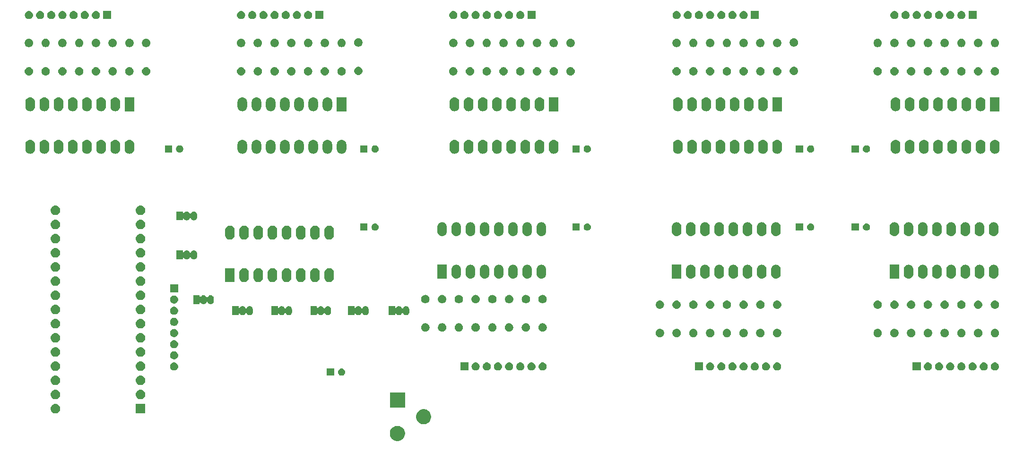
<source format=gts>
G04 #@! TF.GenerationSoftware,KiCad,Pcbnew,(5.1.4-0-10_14)*
G04 #@! TF.CreationDate,2019-12-08T14:58:00+00:00*
G04 #@! TF.ProjectId,LED_cube_with_74HCT595,4c45445f-6375-4626-955f-776974685f37,rev?*
G04 #@! TF.SameCoordinates,Original*
G04 #@! TF.FileFunction,Soldermask,Top*
G04 #@! TF.FilePolarity,Negative*
%FSLAX46Y46*%
G04 Gerber Fmt 4.6, Leading zero omitted, Abs format (unit mm)*
G04 Created by KiCad (PCBNEW (5.1.4-0-10_14)) date 2019-12-08 14:58:00*
%MOMM*%
%LPD*%
G04 APERTURE LIST*
%ADD10C,0.100000*%
G04 APERTURE END LIST*
D10*
G36*
X93394072Y-101700918D02*
G01*
X93639939Y-101802759D01*
X93861212Y-101950610D01*
X94049390Y-102138788D01*
X94197241Y-102360061D01*
X94299082Y-102605928D01*
X94351000Y-102866938D01*
X94351000Y-103133062D01*
X94299082Y-103394072D01*
X94197241Y-103639939D01*
X94049390Y-103861212D01*
X93861212Y-104049390D01*
X93639939Y-104197241D01*
X93639938Y-104197242D01*
X93639937Y-104197242D01*
X93394072Y-104299082D01*
X93133063Y-104351000D01*
X92866937Y-104351000D01*
X92605928Y-104299082D01*
X92360063Y-104197242D01*
X92360062Y-104197242D01*
X92360061Y-104197241D01*
X92138788Y-104049390D01*
X91950610Y-103861212D01*
X91802759Y-103639939D01*
X91700918Y-103394072D01*
X91649000Y-103133062D01*
X91649000Y-102866938D01*
X91700918Y-102605928D01*
X91802759Y-102360061D01*
X91950610Y-102138788D01*
X92138788Y-101950610D01*
X92360061Y-101802759D01*
X92605928Y-101700918D01*
X92866937Y-101649000D01*
X93133063Y-101649000D01*
X93394072Y-101700918D01*
X93394072Y-101700918D01*
G37*
G36*
X98094072Y-98700918D02*
G01*
X98156613Y-98726823D01*
X98339939Y-98802759D01*
X98561212Y-98950610D01*
X98749390Y-99138788D01*
X98897241Y-99360061D01*
X98999082Y-99605928D01*
X99051000Y-99866938D01*
X99051000Y-100133062D01*
X98999082Y-100394072D01*
X98897241Y-100639939D01*
X98749390Y-100861212D01*
X98561212Y-101049390D01*
X98339939Y-101197241D01*
X98339938Y-101197242D01*
X98339937Y-101197242D01*
X98094072Y-101299082D01*
X97833063Y-101351000D01*
X97566937Y-101351000D01*
X97305928Y-101299082D01*
X97060063Y-101197242D01*
X97060062Y-101197242D01*
X97060061Y-101197241D01*
X96838788Y-101049390D01*
X96650610Y-100861212D01*
X96502759Y-100639939D01*
X96400918Y-100394072D01*
X96349000Y-100133062D01*
X96349000Y-99866938D01*
X96400918Y-99605928D01*
X96502759Y-99360061D01*
X96650610Y-99138788D01*
X96838788Y-98950610D01*
X97060061Y-98802759D01*
X97243388Y-98726823D01*
X97305928Y-98700918D01*
X97566937Y-98649000D01*
X97833063Y-98649000D01*
X98094072Y-98700918D01*
X98094072Y-98700918D01*
G37*
G36*
X47851000Y-99411000D02*
G01*
X46149000Y-99411000D01*
X46149000Y-97709000D01*
X47851000Y-97709000D01*
X47851000Y-99411000D01*
X47851000Y-99411000D01*
G37*
G36*
X31926823Y-97721313D02*
G01*
X32087242Y-97769976D01*
X32219906Y-97840886D01*
X32235078Y-97848996D01*
X32364659Y-97955341D01*
X32471004Y-98084922D01*
X32471005Y-98084924D01*
X32550024Y-98232758D01*
X32598687Y-98393177D01*
X32615117Y-98560000D01*
X32598687Y-98726823D01*
X32550024Y-98887242D01*
X32516153Y-98950610D01*
X32471004Y-99035078D01*
X32364659Y-99164659D01*
X32235078Y-99271004D01*
X32235076Y-99271005D01*
X32087242Y-99350024D01*
X31926823Y-99398687D01*
X31801804Y-99411000D01*
X31718196Y-99411000D01*
X31593177Y-99398687D01*
X31432758Y-99350024D01*
X31284924Y-99271005D01*
X31284922Y-99271004D01*
X31155341Y-99164659D01*
X31048996Y-99035078D01*
X31003847Y-98950610D01*
X30969976Y-98887242D01*
X30921313Y-98726823D01*
X30904883Y-98560000D01*
X30921313Y-98393177D01*
X30969976Y-98232758D01*
X31048995Y-98084924D01*
X31048996Y-98084922D01*
X31155341Y-97955341D01*
X31284922Y-97848996D01*
X31300094Y-97840886D01*
X31432758Y-97769976D01*
X31593177Y-97721313D01*
X31718196Y-97709000D01*
X31801804Y-97709000D01*
X31926823Y-97721313D01*
X31926823Y-97721313D01*
G37*
G36*
X94351000Y-98351000D02*
G01*
X91649000Y-98351000D01*
X91649000Y-95649000D01*
X94351000Y-95649000D01*
X94351000Y-98351000D01*
X94351000Y-98351000D01*
G37*
G36*
X47166823Y-95181313D02*
G01*
X47327242Y-95229976D01*
X47459906Y-95300886D01*
X47475078Y-95308996D01*
X47604659Y-95415341D01*
X47711004Y-95544922D01*
X47711005Y-95544924D01*
X47790024Y-95692758D01*
X47838687Y-95853177D01*
X47855117Y-96020000D01*
X47838687Y-96186823D01*
X47790024Y-96347242D01*
X47719114Y-96479906D01*
X47711004Y-96495078D01*
X47604659Y-96624659D01*
X47475078Y-96731004D01*
X47475076Y-96731005D01*
X47327242Y-96810024D01*
X47166823Y-96858687D01*
X47041804Y-96871000D01*
X46958196Y-96871000D01*
X46833177Y-96858687D01*
X46672758Y-96810024D01*
X46524924Y-96731005D01*
X46524922Y-96731004D01*
X46395341Y-96624659D01*
X46288996Y-96495078D01*
X46280886Y-96479906D01*
X46209976Y-96347242D01*
X46161313Y-96186823D01*
X46144883Y-96020000D01*
X46161313Y-95853177D01*
X46209976Y-95692758D01*
X46288995Y-95544924D01*
X46288996Y-95544922D01*
X46395341Y-95415341D01*
X46524922Y-95308996D01*
X46540094Y-95300886D01*
X46672758Y-95229976D01*
X46833177Y-95181313D01*
X46958196Y-95169000D01*
X47041804Y-95169000D01*
X47166823Y-95181313D01*
X47166823Y-95181313D01*
G37*
G36*
X31926823Y-95181313D02*
G01*
X32087242Y-95229976D01*
X32219906Y-95300886D01*
X32235078Y-95308996D01*
X32364659Y-95415341D01*
X32471004Y-95544922D01*
X32471005Y-95544924D01*
X32550024Y-95692758D01*
X32598687Y-95853177D01*
X32615117Y-96020000D01*
X32598687Y-96186823D01*
X32550024Y-96347242D01*
X32479114Y-96479906D01*
X32471004Y-96495078D01*
X32364659Y-96624659D01*
X32235078Y-96731004D01*
X32235076Y-96731005D01*
X32087242Y-96810024D01*
X31926823Y-96858687D01*
X31801804Y-96871000D01*
X31718196Y-96871000D01*
X31593177Y-96858687D01*
X31432758Y-96810024D01*
X31284924Y-96731005D01*
X31284922Y-96731004D01*
X31155341Y-96624659D01*
X31048996Y-96495078D01*
X31040886Y-96479906D01*
X30969976Y-96347242D01*
X30921313Y-96186823D01*
X30904883Y-96020000D01*
X30921313Y-95853177D01*
X30969976Y-95692758D01*
X31048995Y-95544924D01*
X31048996Y-95544922D01*
X31155341Y-95415341D01*
X31284922Y-95308996D01*
X31300094Y-95300886D01*
X31432758Y-95229976D01*
X31593177Y-95181313D01*
X31718196Y-95169000D01*
X31801804Y-95169000D01*
X31926823Y-95181313D01*
X31926823Y-95181313D01*
G37*
G36*
X47166823Y-92641313D02*
G01*
X47327242Y-92689976D01*
X47459906Y-92760886D01*
X47475078Y-92768996D01*
X47604659Y-92875341D01*
X47711004Y-93004922D01*
X47711005Y-93004924D01*
X47790024Y-93152758D01*
X47838687Y-93313177D01*
X47855117Y-93480000D01*
X47838687Y-93646823D01*
X47790024Y-93807242D01*
X47719114Y-93939906D01*
X47711004Y-93955078D01*
X47604659Y-94084659D01*
X47475078Y-94191004D01*
X47475076Y-94191005D01*
X47327242Y-94270024D01*
X47166823Y-94318687D01*
X47041804Y-94331000D01*
X46958196Y-94331000D01*
X46833177Y-94318687D01*
X46672758Y-94270024D01*
X46524924Y-94191005D01*
X46524922Y-94191004D01*
X46395341Y-94084659D01*
X46288996Y-93955078D01*
X46280886Y-93939906D01*
X46209976Y-93807242D01*
X46161313Y-93646823D01*
X46144883Y-93480000D01*
X46161313Y-93313177D01*
X46209976Y-93152758D01*
X46288995Y-93004924D01*
X46288996Y-93004922D01*
X46395341Y-92875341D01*
X46524922Y-92768996D01*
X46540094Y-92760886D01*
X46672758Y-92689976D01*
X46833177Y-92641313D01*
X46958196Y-92629000D01*
X47041804Y-92629000D01*
X47166823Y-92641313D01*
X47166823Y-92641313D01*
G37*
G36*
X31926823Y-92641313D02*
G01*
X32087242Y-92689976D01*
X32219906Y-92760886D01*
X32235078Y-92768996D01*
X32364659Y-92875341D01*
X32471004Y-93004922D01*
X32471005Y-93004924D01*
X32550024Y-93152758D01*
X32598687Y-93313177D01*
X32615117Y-93480000D01*
X32598687Y-93646823D01*
X32550024Y-93807242D01*
X32479114Y-93939906D01*
X32471004Y-93955078D01*
X32364659Y-94084659D01*
X32235078Y-94191004D01*
X32235076Y-94191005D01*
X32087242Y-94270024D01*
X31926823Y-94318687D01*
X31801804Y-94331000D01*
X31718196Y-94331000D01*
X31593177Y-94318687D01*
X31432758Y-94270024D01*
X31284924Y-94191005D01*
X31284922Y-94191004D01*
X31155341Y-94084659D01*
X31048996Y-93955078D01*
X31040886Y-93939906D01*
X30969976Y-93807242D01*
X30921313Y-93646823D01*
X30904883Y-93480000D01*
X30921313Y-93313177D01*
X30969976Y-93152758D01*
X31048995Y-93004924D01*
X31048996Y-93004922D01*
X31155341Y-92875341D01*
X31284922Y-92768996D01*
X31300094Y-92760886D01*
X31432758Y-92689976D01*
X31593177Y-92641313D01*
X31718196Y-92629000D01*
X31801804Y-92629000D01*
X31926823Y-92641313D01*
X31926823Y-92641313D01*
G37*
G36*
X83189890Y-91374017D02*
G01*
X83289015Y-91415076D01*
X83308364Y-91423091D01*
X83414988Y-91494335D01*
X83505665Y-91585012D01*
X83565112Y-91673980D01*
X83576910Y-91691638D01*
X83612967Y-91778686D01*
X83625983Y-91810110D01*
X83651000Y-91935882D01*
X83651000Y-92064118D01*
X83625983Y-92189890D01*
X83576909Y-92308364D01*
X83505665Y-92414988D01*
X83414988Y-92505665D01*
X83308364Y-92576909D01*
X83308363Y-92576910D01*
X83308362Y-92576910D01*
X83189890Y-92625983D01*
X83064119Y-92651000D01*
X82935881Y-92651000D01*
X82810110Y-92625983D01*
X82691638Y-92576910D01*
X82691637Y-92576910D01*
X82691636Y-92576909D01*
X82585012Y-92505665D01*
X82494335Y-92414988D01*
X82423091Y-92308364D01*
X82374017Y-92189890D01*
X82349000Y-92064118D01*
X82349000Y-91935882D01*
X82374017Y-91810110D01*
X82387033Y-91778686D01*
X82423090Y-91691638D01*
X82434889Y-91673980D01*
X82494335Y-91585012D01*
X82585012Y-91494335D01*
X82691636Y-91423091D01*
X82710986Y-91415076D01*
X82810110Y-91374017D01*
X82935881Y-91349000D01*
X83064119Y-91349000D01*
X83189890Y-91374017D01*
X83189890Y-91374017D01*
G37*
G36*
X81651000Y-92651000D02*
G01*
X80349000Y-92651000D01*
X80349000Y-91349000D01*
X81651000Y-91349000D01*
X81651000Y-92651000D01*
X81651000Y-92651000D01*
G37*
G36*
X47166823Y-90101313D02*
G01*
X47327242Y-90149976D01*
X47459906Y-90220886D01*
X47475078Y-90228996D01*
X47604659Y-90335341D01*
X47711004Y-90464922D01*
X47711005Y-90464924D01*
X47790024Y-90612758D01*
X47838687Y-90773177D01*
X47855117Y-90940000D01*
X47838687Y-91106823D01*
X47790024Y-91267242D01*
X47719114Y-91399906D01*
X47711004Y-91415078D01*
X47604659Y-91544659D01*
X47475078Y-91651004D01*
X47475076Y-91651005D01*
X47327242Y-91730024D01*
X47166823Y-91778687D01*
X47041804Y-91791000D01*
X46958196Y-91791000D01*
X46833177Y-91778687D01*
X46672758Y-91730024D01*
X46524924Y-91651005D01*
X46524922Y-91651004D01*
X46395341Y-91544659D01*
X46288996Y-91415078D01*
X46280886Y-91399906D01*
X46209976Y-91267242D01*
X46161313Y-91106823D01*
X46144883Y-90940000D01*
X46161313Y-90773177D01*
X46209976Y-90612758D01*
X46288995Y-90464924D01*
X46288996Y-90464922D01*
X46395341Y-90335341D01*
X46524922Y-90228996D01*
X46540094Y-90220886D01*
X46672758Y-90149976D01*
X46833177Y-90101313D01*
X46958196Y-90089000D01*
X47041804Y-90089000D01*
X47166823Y-90101313D01*
X47166823Y-90101313D01*
G37*
G36*
X31926823Y-90101313D02*
G01*
X32087242Y-90149976D01*
X32219906Y-90220886D01*
X32235078Y-90228996D01*
X32364659Y-90335341D01*
X32471004Y-90464922D01*
X32471005Y-90464924D01*
X32550024Y-90612758D01*
X32598687Y-90773177D01*
X32615117Y-90940000D01*
X32598687Y-91106823D01*
X32550024Y-91267242D01*
X32479114Y-91399906D01*
X32471004Y-91415078D01*
X32364659Y-91544659D01*
X32235078Y-91651004D01*
X32235076Y-91651005D01*
X32087242Y-91730024D01*
X31926823Y-91778687D01*
X31801804Y-91791000D01*
X31718196Y-91791000D01*
X31593177Y-91778687D01*
X31432758Y-91730024D01*
X31284924Y-91651005D01*
X31284922Y-91651004D01*
X31155341Y-91544659D01*
X31048996Y-91415078D01*
X31040886Y-91399906D01*
X30969976Y-91267242D01*
X30921313Y-91106823D01*
X30904883Y-90940000D01*
X30921313Y-90773177D01*
X30969976Y-90612758D01*
X31048995Y-90464924D01*
X31048996Y-90464922D01*
X31155341Y-90335341D01*
X31284922Y-90228996D01*
X31300094Y-90220886D01*
X31432758Y-90149976D01*
X31593177Y-90101313D01*
X31718196Y-90089000D01*
X31801804Y-90089000D01*
X31926823Y-90101313D01*
X31926823Y-90101313D01*
G37*
G36*
X151071213Y-90277502D02*
G01*
X151142321Y-90284505D01*
X151279172Y-90326019D01*
X151279175Y-90326020D01*
X151405294Y-90393432D01*
X151515843Y-90484157D01*
X151606568Y-90594706D01*
X151673980Y-90720825D01*
X151673981Y-90720828D01*
X151715495Y-90857679D01*
X151729512Y-91000000D01*
X151715495Y-91142321D01*
X151677601Y-91267239D01*
X151673980Y-91279175D01*
X151606568Y-91405294D01*
X151515843Y-91515843D01*
X151405294Y-91606568D01*
X151279175Y-91673980D01*
X151279172Y-91673981D01*
X151142321Y-91715495D01*
X151071213Y-91722498D01*
X151035660Y-91726000D01*
X150964340Y-91726000D01*
X150928787Y-91722498D01*
X150857679Y-91715495D01*
X150720828Y-91673981D01*
X150720825Y-91673980D01*
X150594706Y-91606568D01*
X150484157Y-91515843D01*
X150393432Y-91405294D01*
X150326020Y-91279175D01*
X150322399Y-91267239D01*
X150284505Y-91142321D01*
X150270488Y-91000000D01*
X150284505Y-90857679D01*
X150326019Y-90720828D01*
X150326020Y-90720825D01*
X150393432Y-90594706D01*
X150484157Y-90484157D01*
X150594706Y-90393432D01*
X150720825Y-90326020D01*
X150720828Y-90326019D01*
X150857679Y-90284505D01*
X150928787Y-90277502D01*
X150964340Y-90274000D01*
X151035660Y-90274000D01*
X151071213Y-90277502D01*
X151071213Y-90277502D01*
G37*
G36*
X149071213Y-90277502D02*
G01*
X149142321Y-90284505D01*
X149279172Y-90326019D01*
X149279175Y-90326020D01*
X149405294Y-90393432D01*
X149515843Y-90484157D01*
X149606568Y-90594706D01*
X149673980Y-90720825D01*
X149673981Y-90720828D01*
X149715495Y-90857679D01*
X149729512Y-91000000D01*
X149715495Y-91142321D01*
X149677601Y-91267239D01*
X149673980Y-91279175D01*
X149606568Y-91405294D01*
X149515843Y-91515843D01*
X149405294Y-91606568D01*
X149279175Y-91673980D01*
X149279172Y-91673981D01*
X149142321Y-91715495D01*
X149071213Y-91722498D01*
X149035660Y-91726000D01*
X148964340Y-91726000D01*
X148928787Y-91722498D01*
X148857679Y-91715495D01*
X148720828Y-91673981D01*
X148720825Y-91673980D01*
X148594706Y-91606568D01*
X148484157Y-91515843D01*
X148393432Y-91405294D01*
X148326020Y-91279175D01*
X148322399Y-91267239D01*
X148284505Y-91142321D01*
X148270488Y-91000000D01*
X148284505Y-90857679D01*
X148326019Y-90720828D01*
X148326020Y-90720825D01*
X148393432Y-90594706D01*
X148484157Y-90484157D01*
X148594706Y-90393432D01*
X148720825Y-90326020D01*
X148720828Y-90326019D01*
X148857679Y-90284505D01*
X148928787Y-90277502D01*
X148964340Y-90274000D01*
X149035660Y-90274000D01*
X149071213Y-90277502D01*
X149071213Y-90277502D01*
G37*
G36*
X147726000Y-91726000D02*
G01*
X146274000Y-91726000D01*
X146274000Y-90274000D01*
X147726000Y-90274000D01*
X147726000Y-91726000D01*
X147726000Y-91726000D01*
G37*
G36*
X119071213Y-90277502D02*
G01*
X119142321Y-90284505D01*
X119279172Y-90326019D01*
X119279175Y-90326020D01*
X119405294Y-90393432D01*
X119515843Y-90484157D01*
X119606568Y-90594706D01*
X119673980Y-90720825D01*
X119673981Y-90720828D01*
X119715495Y-90857679D01*
X119729512Y-91000000D01*
X119715495Y-91142321D01*
X119677601Y-91267239D01*
X119673980Y-91279175D01*
X119606568Y-91405294D01*
X119515843Y-91515843D01*
X119405294Y-91606568D01*
X119279175Y-91673980D01*
X119279172Y-91673981D01*
X119142321Y-91715495D01*
X119071213Y-91722498D01*
X119035660Y-91726000D01*
X118964340Y-91726000D01*
X118928787Y-91722498D01*
X118857679Y-91715495D01*
X118720828Y-91673981D01*
X118720825Y-91673980D01*
X118594706Y-91606568D01*
X118484157Y-91515843D01*
X118393432Y-91405294D01*
X118326020Y-91279175D01*
X118322399Y-91267239D01*
X118284505Y-91142321D01*
X118270488Y-91000000D01*
X118284505Y-90857679D01*
X118326019Y-90720828D01*
X118326020Y-90720825D01*
X118393432Y-90594706D01*
X118484157Y-90484157D01*
X118594706Y-90393432D01*
X118720825Y-90326020D01*
X118720828Y-90326019D01*
X118857679Y-90284505D01*
X118928787Y-90277502D01*
X118964340Y-90274000D01*
X119035660Y-90274000D01*
X119071213Y-90277502D01*
X119071213Y-90277502D01*
G37*
G36*
X117071213Y-90277502D02*
G01*
X117142321Y-90284505D01*
X117279172Y-90326019D01*
X117279175Y-90326020D01*
X117405294Y-90393432D01*
X117515843Y-90484157D01*
X117606568Y-90594706D01*
X117673980Y-90720825D01*
X117673981Y-90720828D01*
X117715495Y-90857679D01*
X117729512Y-91000000D01*
X117715495Y-91142321D01*
X117677601Y-91267239D01*
X117673980Y-91279175D01*
X117606568Y-91405294D01*
X117515843Y-91515843D01*
X117405294Y-91606568D01*
X117279175Y-91673980D01*
X117279172Y-91673981D01*
X117142321Y-91715495D01*
X117071213Y-91722498D01*
X117035660Y-91726000D01*
X116964340Y-91726000D01*
X116928787Y-91722498D01*
X116857679Y-91715495D01*
X116720828Y-91673981D01*
X116720825Y-91673980D01*
X116594706Y-91606568D01*
X116484157Y-91515843D01*
X116393432Y-91405294D01*
X116326020Y-91279175D01*
X116322399Y-91267239D01*
X116284505Y-91142321D01*
X116270488Y-91000000D01*
X116284505Y-90857679D01*
X116326019Y-90720828D01*
X116326020Y-90720825D01*
X116393432Y-90594706D01*
X116484157Y-90484157D01*
X116594706Y-90393432D01*
X116720825Y-90326020D01*
X116720828Y-90326019D01*
X116857679Y-90284505D01*
X116928787Y-90277502D01*
X116964340Y-90274000D01*
X117035660Y-90274000D01*
X117071213Y-90277502D01*
X117071213Y-90277502D01*
G37*
G36*
X115071213Y-90277502D02*
G01*
X115142321Y-90284505D01*
X115279172Y-90326019D01*
X115279175Y-90326020D01*
X115405294Y-90393432D01*
X115515843Y-90484157D01*
X115606568Y-90594706D01*
X115673980Y-90720825D01*
X115673981Y-90720828D01*
X115715495Y-90857679D01*
X115729512Y-91000000D01*
X115715495Y-91142321D01*
X115677601Y-91267239D01*
X115673980Y-91279175D01*
X115606568Y-91405294D01*
X115515843Y-91515843D01*
X115405294Y-91606568D01*
X115279175Y-91673980D01*
X115279172Y-91673981D01*
X115142321Y-91715495D01*
X115071213Y-91722498D01*
X115035660Y-91726000D01*
X114964340Y-91726000D01*
X114928787Y-91722498D01*
X114857679Y-91715495D01*
X114720828Y-91673981D01*
X114720825Y-91673980D01*
X114594706Y-91606568D01*
X114484157Y-91515843D01*
X114393432Y-91405294D01*
X114326020Y-91279175D01*
X114322399Y-91267239D01*
X114284505Y-91142321D01*
X114270488Y-91000000D01*
X114284505Y-90857679D01*
X114326019Y-90720828D01*
X114326020Y-90720825D01*
X114393432Y-90594706D01*
X114484157Y-90484157D01*
X114594706Y-90393432D01*
X114720825Y-90326020D01*
X114720828Y-90326019D01*
X114857679Y-90284505D01*
X114928787Y-90277502D01*
X114964340Y-90274000D01*
X115035660Y-90274000D01*
X115071213Y-90277502D01*
X115071213Y-90277502D01*
G37*
G36*
X113071213Y-90277502D02*
G01*
X113142321Y-90284505D01*
X113279172Y-90326019D01*
X113279175Y-90326020D01*
X113405294Y-90393432D01*
X113515843Y-90484157D01*
X113606568Y-90594706D01*
X113673980Y-90720825D01*
X113673981Y-90720828D01*
X113715495Y-90857679D01*
X113729512Y-91000000D01*
X113715495Y-91142321D01*
X113677601Y-91267239D01*
X113673980Y-91279175D01*
X113606568Y-91405294D01*
X113515843Y-91515843D01*
X113405294Y-91606568D01*
X113279175Y-91673980D01*
X113279172Y-91673981D01*
X113142321Y-91715495D01*
X113071213Y-91722498D01*
X113035660Y-91726000D01*
X112964340Y-91726000D01*
X112928787Y-91722498D01*
X112857679Y-91715495D01*
X112720828Y-91673981D01*
X112720825Y-91673980D01*
X112594706Y-91606568D01*
X112484157Y-91515843D01*
X112393432Y-91405294D01*
X112326020Y-91279175D01*
X112322399Y-91267239D01*
X112284505Y-91142321D01*
X112270488Y-91000000D01*
X112284505Y-90857679D01*
X112326019Y-90720828D01*
X112326020Y-90720825D01*
X112393432Y-90594706D01*
X112484157Y-90484157D01*
X112594706Y-90393432D01*
X112720825Y-90326020D01*
X112720828Y-90326019D01*
X112857679Y-90284505D01*
X112928787Y-90277502D01*
X112964340Y-90274000D01*
X113035660Y-90274000D01*
X113071213Y-90277502D01*
X113071213Y-90277502D01*
G37*
G36*
X111071213Y-90277502D02*
G01*
X111142321Y-90284505D01*
X111279172Y-90326019D01*
X111279175Y-90326020D01*
X111405294Y-90393432D01*
X111515843Y-90484157D01*
X111606568Y-90594706D01*
X111673980Y-90720825D01*
X111673981Y-90720828D01*
X111715495Y-90857679D01*
X111729512Y-91000000D01*
X111715495Y-91142321D01*
X111677601Y-91267239D01*
X111673980Y-91279175D01*
X111606568Y-91405294D01*
X111515843Y-91515843D01*
X111405294Y-91606568D01*
X111279175Y-91673980D01*
X111279172Y-91673981D01*
X111142321Y-91715495D01*
X111071213Y-91722498D01*
X111035660Y-91726000D01*
X110964340Y-91726000D01*
X110928787Y-91722498D01*
X110857679Y-91715495D01*
X110720828Y-91673981D01*
X110720825Y-91673980D01*
X110594706Y-91606568D01*
X110484157Y-91515843D01*
X110393432Y-91405294D01*
X110326020Y-91279175D01*
X110322399Y-91267239D01*
X110284505Y-91142321D01*
X110270488Y-91000000D01*
X110284505Y-90857679D01*
X110326019Y-90720828D01*
X110326020Y-90720825D01*
X110393432Y-90594706D01*
X110484157Y-90484157D01*
X110594706Y-90393432D01*
X110720825Y-90326020D01*
X110720828Y-90326019D01*
X110857679Y-90284505D01*
X110928787Y-90277502D01*
X110964340Y-90274000D01*
X111035660Y-90274000D01*
X111071213Y-90277502D01*
X111071213Y-90277502D01*
G37*
G36*
X109071213Y-90277502D02*
G01*
X109142321Y-90284505D01*
X109279172Y-90326019D01*
X109279175Y-90326020D01*
X109405294Y-90393432D01*
X109515843Y-90484157D01*
X109606568Y-90594706D01*
X109673980Y-90720825D01*
X109673981Y-90720828D01*
X109715495Y-90857679D01*
X109729512Y-91000000D01*
X109715495Y-91142321D01*
X109677601Y-91267239D01*
X109673980Y-91279175D01*
X109606568Y-91405294D01*
X109515843Y-91515843D01*
X109405294Y-91606568D01*
X109279175Y-91673980D01*
X109279172Y-91673981D01*
X109142321Y-91715495D01*
X109071213Y-91722498D01*
X109035660Y-91726000D01*
X108964340Y-91726000D01*
X108928787Y-91722498D01*
X108857679Y-91715495D01*
X108720828Y-91673981D01*
X108720825Y-91673980D01*
X108594706Y-91606568D01*
X108484157Y-91515843D01*
X108393432Y-91405294D01*
X108326020Y-91279175D01*
X108322399Y-91267239D01*
X108284505Y-91142321D01*
X108270488Y-91000000D01*
X108284505Y-90857679D01*
X108326019Y-90720828D01*
X108326020Y-90720825D01*
X108393432Y-90594706D01*
X108484157Y-90484157D01*
X108594706Y-90393432D01*
X108720825Y-90326020D01*
X108720828Y-90326019D01*
X108857679Y-90284505D01*
X108928787Y-90277502D01*
X108964340Y-90274000D01*
X109035660Y-90274000D01*
X109071213Y-90277502D01*
X109071213Y-90277502D01*
G37*
G36*
X107071213Y-90277502D02*
G01*
X107142321Y-90284505D01*
X107279172Y-90326019D01*
X107279175Y-90326020D01*
X107405294Y-90393432D01*
X107515843Y-90484157D01*
X107606568Y-90594706D01*
X107673980Y-90720825D01*
X107673981Y-90720828D01*
X107715495Y-90857679D01*
X107729512Y-91000000D01*
X107715495Y-91142321D01*
X107677601Y-91267239D01*
X107673980Y-91279175D01*
X107606568Y-91405294D01*
X107515843Y-91515843D01*
X107405294Y-91606568D01*
X107279175Y-91673980D01*
X107279172Y-91673981D01*
X107142321Y-91715495D01*
X107071213Y-91722498D01*
X107035660Y-91726000D01*
X106964340Y-91726000D01*
X106928787Y-91722498D01*
X106857679Y-91715495D01*
X106720828Y-91673981D01*
X106720825Y-91673980D01*
X106594706Y-91606568D01*
X106484157Y-91515843D01*
X106393432Y-91405294D01*
X106326020Y-91279175D01*
X106322399Y-91267239D01*
X106284505Y-91142321D01*
X106270488Y-91000000D01*
X106284505Y-90857679D01*
X106326019Y-90720828D01*
X106326020Y-90720825D01*
X106393432Y-90594706D01*
X106484157Y-90484157D01*
X106594706Y-90393432D01*
X106720825Y-90326020D01*
X106720828Y-90326019D01*
X106857679Y-90284505D01*
X106928787Y-90277502D01*
X106964340Y-90274000D01*
X107035660Y-90274000D01*
X107071213Y-90277502D01*
X107071213Y-90277502D01*
G37*
G36*
X105726000Y-91726000D02*
G01*
X104274000Y-91726000D01*
X104274000Y-90274000D01*
X105726000Y-90274000D01*
X105726000Y-91726000D01*
X105726000Y-91726000D01*
G37*
G36*
X53071213Y-90277502D02*
G01*
X53142321Y-90284505D01*
X53279172Y-90326019D01*
X53279175Y-90326020D01*
X53405294Y-90393432D01*
X53515843Y-90484157D01*
X53606568Y-90594706D01*
X53673980Y-90720825D01*
X53673981Y-90720828D01*
X53715495Y-90857679D01*
X53729512Y-91000000D01*
X53715495Y-91142321D01*
X53677601Y-91267239D01*
X53673980Y-91279175D01*
X53606568Y-91405294D01*
X53515843Y-91515843D01*
X53405294Y-91606568D01*
X53279175Y-91673980D01*
X53279172Y-91673981D01*
X53142321Y-91715495D01*
X53071213Y-91722498D01*
X53035660Y-91726000D01*
X52964340Y-91726000D01*
X52928787Y-91722498D01*
X52857679Y-91715495D01*
X52720828Y-91673981D01*
X52720825Y-91673980D01*
X52594706Y-91606568D01*
X52484157Y-91515843D01*
X52393432Y-91405294D01*
X52326020Y-91279175D01*
X52322399Y-91267239D01*
X52284505Y-91142321D01*
X52270488Y-91000000D01*
X52284505Y-90857679D01*
X52326019Y-90720828D01*
X52326020Y-90720825D01*
X52393432Y-90594706D01*
X52484157Y-90484157D01*
X52594706Y-90393432D01*
X52720825Y-90326020D01*
X52720828Y-90326019D01*
X52857679Y-90284505D01*
X52928787Y-90277502D01*
X52964340Y-90274000D01*
X53035660Y-90274000D01*
X53071213Y-90277502D01*
X53071213Y-90277502D01*
G37*
G36*
X200071213Y-90277502D02*
G01*
X200142321Y-90284505D01*
X200279172Y-90326019D01*
X200279175Y-90326020D01*
X200405294Y-90393432D01*
X200515843Y-90484157D01*
X200606568Y-90594706D01*
X200673980Y-90720825D01*
X200673981Y-90720828D01*
X200715495Y-90857679D01*
X200729512Y-91000000D01*
X200715495Y-91142321D01*
X200677601Y-91267239D01*
X200673980Y-91279175D01*
X200606568Y-91405294D01*
X200515843Y-91515843D01*
X200405294Y-91606568D01*
X200279175Y-91673980D01*
X200279172Y-91673981D01*
X200142321Y-91715495D01*
X200071213Y-91722498D01*
X200035660Y-91726000D01*
X199964340Y-91726000D01*
X199928787Y-91722498D01*
X199857679Y-91715495D01*
X199720828Y-91673981D01*
X199720825Y-91673980D01*
X199594706Y-91606568D01*
X199484157Y-91515843D01*
X199393432Y-91405294D01*
X199326020Y-91279175D01*
X199322399Y-91267239D01*
X199284505Y-91142321D01*
X199270488Y-91000000D01*
X199284505Y-90857679D01*
X199326019Y-90720828D01*
X199326020Y-90720825D01*
X199393432Y-90594706D01*
X199484157Y-90484157D01*
X199594706Y-90393432D01*
X199720825Y-90326020D01*
X199720828Y-90326019D01*
X199857679Y-90284505D01*
X199928787Y-90277502D01*
X199964340Y-90274000D01*
X200035660Y-90274000D01*
X200071213Y-90277502D01*
X200071213Y-90277502D01*
G37*
G36*
X198071213Y-90277502D02*
G01*
X198142321Y-90284505D01*
X198279172Y-90326019D01*
X198279175Y-90326020D01*
X198405294Y-90393432D01*
X198515843Y-90484157D01*
X198606568Y-90594706D01*
X198673980Y-90720825D01*
X198673981Y-90720828D01*
X198715495Y-90857679D01*
X198729512Y-91000000D01*
X198715495Y-91142321D01*
X198677601Y-91267239D01*
X198673980Y-91279175D01*
X198606568Y-91405294D01*
X198515843Y-91515843D01*
X198405294Y-91606568D01*
X198279175Y-91673980D01*
X198279172Y-91673981D01*
X198142321Y-91715495D01*
X198071213Y-91722498D01*
X198035660Y-91726000D01*
X197964340Y-91726000D01*
X197928787Y-91722498D01*
X197857679Y-91715495D01*
X197720828Y-91673981D01*
X197720825Y-91673980D01*
X197594706Y-91606568D01*
X197484157Y-91515843D01*
X197393432Y-91405294D01*
X197326020Y-91279175D01*
X197322399Y-91267239D01*
X197284505Y-91142321D01*
X197270488Y-91000000D01*
X197284505Y-90857679D01*
X197326019Y-90720828D01*
X197326020Y-90720825D01*
X197393432Y-90594706D01*
X197484157Y-90484157D01*
X197594706Y-90393432D01*
X197720825Y-90326020D01*
X197720828Y-90326019D01*
X197857679Y-90284505D01*
X197928787Y-90277502D01*
X197964340Y-90274000D01*
X198035660Y-90274000D01*
X198071213Y-90277502D01*
X198071213Y-90277502D01*
G37*
G36*
X196071213Y-90277502D02*
G01*
X196142321Y-90284505D01*
X196279172Y-90326019D01*
X196279175Y-90326020D01*
X196405294Y-90393432D01*
X196515843Y-90484157D01*
X196606568Y-90594706D01*
X196673980Y-90720825D01*
X196673981Y-90720828D01*
X196715495Y-90857679D01*
X196729512Y-91000000D01*
X196715495Y-91142321D01*
X196677601Y-91267239D01*
X196673980Y-91279175D01*
X196606568Y-91405294D01*
X196515843Y-91515843D01*
X196405294Y-91606568D01*
X196279175Y-91673980D01*
X196279172Y-91673981D01*
X196142321Y-91715495D01*
X196071213Y-91722498D01*
X196035660Y-91726000D01*
X195964340Y-91726000D01*
X195928787Y-91722498D01*
X195857679Y-91715495D01*
X195720828Y-91673981D01*
X195720825Y-91673980D01*
X195594706Y-91606568D01*
X195484157Y-91515843D01*
X195393432Y-91405294D01*
X195326020Y-91279175D01*
X195322399Y-91267239D01*
X195284505Y-91142321D01*
X195270488Y-91000000D01*
X195284505Y-90857679D01*
X195326019Y-90720828D01*
X195326020Y-90720825D01*
X195393432Y-90594706D01*
X195484157Y-90484157D01*
X195594706Y-90393432D01*
X195720825Y-90326020D01*
X195720828Y-90326019D01*
X195857679Y-90284505D01*
X195928787Y-90277502D01*
X195964340Y-90274000D01*
X196035660Y-90274000D01*
X196071213Y-90277502D01*
X196071213Y-90277502D01*
G37*
G36*
X194071213Y-90277502D02*
G01*
X194142321Y-90284505D01*
X194279172Y-90326019D01*
X194279175Y-90326020D01*
X194405294Y-90393432D01*
X194515843Y-90484157D01*
X194606568Y-90594706D01*
X194673980Y-90720825D01*
X194673981Y-90720828D01*
X194715495Y-90857679D01*
X194729512Y-91000000D01*
X194715495Y-91142321D01*
X194677601Y-91267239D01*
X194673980Y-91279175D01*
X194606568Y-91405294D01*
X194515843Y-91515843D01*
X194405294Y-91606568D01*
X194279175Y-91673980D01*
X194279172Y-91673981D01*
X194142321Y-91715495D01*
X194071213Y-91722498D01*
X194035660Y-91726000D01*
X193964340Y-91726000D01*
X193928787Y-91722498D01*
X193857679Y-91715495D01*
X193720828Y-91673981D01*
X193720825Y-91673980D01*
X193594706Y-91606568D01*
X193484157Y-91515843D01*
X193393432Y-91405294D01*
X193326020Y-91279175D01*
X193322399Y-91267239D01*
X193284505Y-91142321D01*
X193270488Y-91000000D01*
X193284505Y-90857679D01*
X193326019Y-90720828D01*
X193326020Y-90720825D01*
X193393432Y-90594706D01*
X193484157Y-90484157D01*
X193594706Y-90393432D01*
X193720825Y-90326020D01*
X193720828Y-90326019D01*
X193857679Y-90284505D01*
X193928787Y-90277502D01*
X193964340Y-90274000D01*
X194035660Y-90274000D01*
X194071213Y-90277502D01*
X194071213Y-90277502D01*
G37*
G36*
X192071213Y-90277502D02*
G01*
X192142321Y-90284505D01*
X192279172Y-90326019D01*
X192279175Y-90326020D01*
X192405294Y-90393432D01*
X192515843Y-90484157D01*
X192606568Y-90594706D01*
X192673980Y-90720825D01*
X192673981Y-90720828D01*
X192715495Y-90857679D01*
X192729512Y-91000000D01*
X192715495Y-91142321D01*
X192677601Y-91267239D01*
X192673980Y-91279175D01*
X192606568Y-91405294D01*
X192515843Y-91515843D01*
X192405294Y-91606568D01*
X192279175Y-91673980D01*
X192279172Y-91673981D01*
X192142321Y-91715495D01*
X192071213Y-91722498D01*
X192035660Y-91726000D01*
X191964340Y-91726000D01*
X191928787Y-91722498D01*
X191857679Y-91715495D01*
X191720828Y-91673981D01*
X191720825Y-91673980D01*
X191594706Y-91606568D01*
X191484157Y-91515843D01*
X191393432Y-91405294D01*
X191326020Y-91279175D01*
X191322399Y-91267239D01*
X191284505Y-91142321D01*
X191270488Y-91000000D01*
X191284505Y-90857679D01*
X191326019Y-90720828D01*
X191326020Y-90720825D01*
X191393432Y-90594706D01*
X191484157Y-90484157D01*
X191594706Y-90393432D01*
X191720825Y-90326020D01*
X191720828Y-90326019D01*
X191857679Y-90284505D01*
X191928787Y-90277502D01*
X191964340Y-90274000D01*
X192035660Y-90274000D01*
X192071213Y-90277502D01*
X192071213Y-90277502D01*
G37*
G36*
X190071213Y-90277502D02*
G01*
X190142321Y-90284505D01*
X190279172Y-90326019D01*
X190279175Y-90326020D01*
X190405294Y-90393432D01*
X190515843Y-90484157D01*
X190606568Y-90594706D01*
X190673980Y-90720825D01*
X190673981Y-90720828D01*
X190715495Y-90857679D01*
X190729512Y-91000000D01*
X190715495Y-91142321D01*
X190677601Y-91267239D01*
X190673980Y-91279175D01*
X190606568Y-91405294D01*
X190515843Y-91515843D01*
X190405294Y-91606568D01*
X190279175Y-91673980D01*
X190279172Y-91673981D01*
X190142321Y-91715495D01*
X190071213Y-91722498D01*
X190035660Y-91726000D01*
X189964340Y-91726000D01*
X189928787Y-91722498D01*
X189857679Y-91715495D01*
X189720828Y-91673981D01*
X189720825Y-91673980D01*
X189594706Y-91606568D01*
X189484157Y-91515843D01*
X189393432Y-91405294D01*
X189326020Y-91279175D01*
X189322399Y-91267239D01*
X189284505Y-91142321D01*
X189270488Y-91000000D01*
X189284505Y-90857679D01*
X189326019Y-90720828D01*
X189326020Y-90720825D01*
X189393432Y-90594706D01*
X189484157Y-90484157D01*
X189594706Y-90393432D01*
X189720825Y-90326020D01*
X189720828Y-90326019D01*
X189857679Y-90284505D01*
X189928787Y-90277502D01*
X189964340Y-90274000D01*
X190035660Y-90274000D01*
X190071213Y-90277502D01*
X190071213Y-90277502D01*
G37*
G36*
X153071213Y-90277502D02*
G01*
X153142321Y-90284505D01*
X153279172Y-90326019D01*
X153279175Y-90326020D01*
X153405294Y-90393432D01*
X153515843Y-90484157D01*
X153606568Y-90594706D01*
X153673980Y-90720825D01*
X153673981Y-90720828D01*
X153715495Y-90857679D01*
X153729512Y-91000000D01*
X153715495Y-91142321D01*
X153677601Y-91267239D01*
X153673980Y-91279175D01*
X153606568Y-91405294D01*
X153515843Y-91515843D01*
X153405294Y-91606568D01*
X153279175Y-91673980D01*
X153279172Y-91673981D01*
X153142321Y-91715495D01*
X153071213Y-91722498D01*
X153035660Y-91726000D01*
X152964340Y-91726000D01*
X152928787Y-91722498D01*
X152857679Y-91715495D01*
X152720828Y-91673981D01*
X152720825Y-91673980D01*
X152594706Y-91606568D01*
X152484157Y-91515843D01*
X152393432Y-91405294D01*
X152326020Y-91279175D01*
X152322399Y-91267239D01*
X152284505Y-91142321D01*
X152270488Y-91000000D01*
X152284505Y-90857679D01*
X152326019Y-90720828D01*
X152326020Y-90720825D01*
X152393432Y-90594706D01*
X152484157Y-90484157D01*
X152594706Y-90393432D01*
X152720825Y-90326020D01*
X152720828Y-90326019D01*
X152857679Y-90284505D01*
X152928787Y-90277502D01*
X152964340Y-90274000D01*
X153035660Y-90274000D01*
X153071213Y-90277502D01*
X153071213Y-90277502D01*
G37*
G36*
X155071213Y-90277502D02*
G01*
X155142321Y-90284505D01*
X155279172Y-90326019D01*
X155279175Y-90326020D01*
X155405294Y-90393432D01*
X155515843Y-90484157D01*
X155606568Y-90594706D01*
X155673980Y-90720825D01*
X155673981Y-90720828D01*
X155715495Y-90857679D01*
X155729512Y-91000000D01*
X155715495Y-91142321D01*
X155677601Y-91267239D01*
X155673980Y-91279175D01*
X155606568Y-91405294D01*
X155515843Y-91515843D01*
X155405294Y-91606568D01*
X155279175Y-91673980D01*
X155279172Y-91673981D01*
X155142321Y-91715495D01*
X155071213Y-91722498D01*
X155035660Y-91726000D01*
X154964340Y-91726000D01*
X154928787Y-91722498D01*
X154857679Y-91715495D01*
X154720828Y-91673981D01*
X154720825Y-91673980D01*
X154594706Y-91606568D01*
X154484157Y-91515843D01*
X154393432Y-91405294D01*
X154326020Y-91279175D01*
X154322399Y-91267239D01*
X154284505Y-91142321D01*
X154270488Y-91000000D01*
X154284505Y-90857679D01*
X154326019Y-90720828D01*
X154326020Y-90720825D01*
X154393432Y-90594706D01*
X154484157Y-90484157D01*
X154594706Y-90393432D01*
X154720825Y-90326020D01*
X154720828Y-90326019D01*
X154857679Y-90284505D01*
X154928787Y-90277502D01*
X154964340Y-90274000D01*
X155035660Y-90274000D01*
X155071213Y-90277502D01*
X155071213Y-90277502D01*
G37*
G36*
X157071213Y-90277502D02*
G01*
X157142321Y-90284505D01*
X157279172Y-90326019D01*
X157279175Y-90326020D01*
X157405294Y-90393432D01*
X157515843Y-90484157D01*
X157606568Y-90594706D01*
X157673980Y-90720825D01*
X157673981Y-90720828D01*
X157715495Y-90857679D01*
X157729512Y-91000000D01*
X157715495Y-91142321D01*
X157677601Y-91267239D01*
X157673980Y-91279175D01*
X157606568Y-91405294D01*
X157515843Y-91515843D01*
X157405294Y-91606568D01*
X157279175Y-91673980D01*
X157279172Y-91673981D01*
X157142321Y-91715495D01*
X157071213Y-91722498D01*
X157035660Y-91726000D01*
X156964340Y-91726000D01*
X156928787Y-91722498D01*
X156857679Y-91715495D01*
X156720828Y-91673981D01*
X156720825Y-91673980D01*
X156594706Y-91606568D01*
X156484157Y-91515843D01*
X156393432Y-91405294D01*
X156326020Y-91279175D01*
X156322399Y-91267239D01*
X156284505Y-91142321D01*
X156270488Y-91000000D01*
X156284505Y-90857679D01*
X156326019Y-90720828D01*
X156326020Y-90720825D01*
X156393432Y-90594706D01*
X156484157Y-90484157D01*
X156594706Y-90393432D01*
X156720825Y-90326020D01*
X156720828Y-90326019D01*
X156857679Y-90284505D01*
X156928787Y-90277502D01*
X156964340Y-90274000D01*
X157035660Y-90274000D01*
X157071213Y-90277502D01*
X157071213Y-90277502D01*
G37*
G36*
X188071213Y-90277502D02*
G01*
X188142321Y-90284505D01*
X188279172Y-90326019D01*
X188279175Y-90326020D01*
X188405294Y-90393432D01*
X188515843Y-90484157D01*
X188606568Y-90594706D01*
X188673980Y-90720825D01*
X188673981Y-90720828D01*
X188715495Y-90857679D01*
X188729512Y-91000000D01*
X188715495Y-91142321D01*
X188677601Y-91267239D01*
X188673980Y-91279175D01*
X188606568Y-91405294D01*
X188515843Y-91515843D01*
X188405294Y-91606568D01*
X188279175Y-91673980D01*
X188279172Y-91673981D01*
X188142321Y-91715495D01*
X188071213Y-91722498D01*
X188035660Y-91726000D01*
X187964340Y-91726000D01*
X187928787Y-91722498D01*
X187857679Y-91715495D01*
X187720828Y-91673981D01*
X187720825Y-91673980D01*
X187594706Y-91606568D01*
X187484157Y-91515843D01*
X187393432Y-91405294D01*
X187326020Y-91279175D01*
X187322399Y-91267239D01*
X187284505Y-91142321D01*
X187270488Y-91000000D01*
X187284505Y-90857679D01*
X187326019Y-90720828D01*
X187326020Y-90720825D01*
X187393432Y-90594706D01*
X187484157Y-90484157D01*
X187594706Y-90393432D01*
X187720825Y-90326020D01*
X187720828Y-90326019D01*
X187857679Y-90284505D01*
X187928787Y-90277502D01*
X187964340Y-90274000D01*
X188035660Y-90274000D01*
X188071213Y-90277502D01*
X188071213Y-90277502D01*
G37*
G36*
X186726000Y-91726000D02*
G01*
X185274000Y-91726000D01*
X185274000Y-90274000D01*
X186726000Y-90274000D01*
X186726000Y-91726000D01*
X186726000Y-91726000D01*
G37*
G36*
X159071213Y-90277502D02*
G01*
X159142321Y-90284505D01*
X159279172Y-90326019D01*
X159279175Y-90326020D01*
X159405294Y-90393432D01*
X159515843Y-90484157D01*
X159606568Y-90594706D01*
X159673980Y-90720825D01*
X159673981Y-90720828D01*
X159715495Y-90857679D01*
X159729512Y-91000000D01*
X159715495Y-91142321D01*
X159677601Y-91267239D01*
X159673980Y-91279175D01*
X159606568Y-91405294D01*
X159515843Y-91515843D01*
X159405294Y-91606568D01*
X159279175Y-91673980D01*
X159279172Y-91673981D01*
X159142321Y-91715495D01*
X159071213Y-91722498D01*
X159035660Y-91726000D01*
X158964340Y-91726000D01*
X158928787Y-91722498D01*
X158857679Y-91715495D01*
X158720828Y-91673981D01*
X158720825Y-91673980D01*
X158594706Y-91606568D01*
X158484157Y-91515843D01*
X158393432Y-91405294D01*
X158326020Y-91279175D01*
X158322399Y-91267239D01*
X158284505Y-91142321D01*
X158270488Y-91000000D01*
X158284505Y-90857679D01*
X158326019Y-90720828D01*
X158326020Y-90720825D01*
X158393432Y-90594706D01*
X158484157Y-90484157D01*
X158594706Y-90393432D01*
X158720825Y-90326020D01*
X158720828Y-90326019D01*
X158857679Y-90284505D01*
X158928787Y-90277502D01*
X158964340Y-90274000D01*
X159035660Y-90274000D01*
X159071213Y-90277502D01*
X159071213Y-90277502D01*
G37*
G36*
X161071213Y-90277502D02*
G01*
X161142321Y-90284505D01*
X161279172Y-90326019D01*
X161279175Y-90326020D01*
X161405294Y-90393432D01*
X161515843Y-90484157D01*
X161606568Y-90594706D01*
X161673980Y-90720825D01*
X161673981Y-90720828D01*
X161715495Y-90857679D01*
X161729512Y-91000000D01*
X161715495Y-91142321D01*
X161677601Y-91267239D01*
X161673980Y-91279175D01*
X161606568Y-91405294D01*
X161515843Y-91515843D01*
X161405294Y-91606568D01*
X161279175Y-91673980D01*
X161279172Y-91673981D01*
X161142321Y-91715495D01*
X161071213Y-91722498D01*
X161035660Y-91726000D01*
X160964340Y-91726000D01*
X160928787Y-91722498D01*
X160857679Y-91715495D01*
X160720828Y-91673981D01*
X160720825Y-91673980D01*
X160594706Y-91606568D01*
X160484157Y-91515843D01*
X160393432Y-91405294D01*
X160326020Y-91279175D01*
X160322399Y-91267239D01*
X160284505Y-91142321D01*
X160270488Y-91000000D01*
X160284505Y-90857679D01*
X160326019Y-90720828D01*
X160326020Y-90720825D01*
X160393432Y-90594706D01*
X160484157Y-90484157D01*
X160594706Y-90393432D01*
X160720825Y-90326020D01*
X160720828Y-90326019D01*
X160857679Y-90284505D01*
X160928787Y-90277502D01*
X160964340Y-90274000D01*
X161035660Y-90274000D01*
X161071213Y-90277502D01*
X161071213Y-90277502D01*
G37*
G36*
X53071213Y-88277502D02*
G01*
X53142321Y-88284505D01*
X53279172Y-88326019D01*
X53279175Y-88326020D01*
X53405294Y-88393432D01*
X53515843Y-88484157D01*
X53606568Y-88594706D01*
X53673980Y-88720825D01*
X53673981Y-88720828D01*
X53715495Y-88857679D01*
X53729512Y-89000000D01*
X53715495Y-89142321D01*
X53686262Y-89238687D01*
X53673980Y-89279175D01*
X53606568Y-89405294D01*
X53515843Y-89515843D01*
X53405294Y-89606568D01*
X53279175Y-89673980D01*
X53279172Y-89673981D01*
X53142321Y-89715495D01*
X53071213Y-89722498D01*
X53035660Y-89726000D01*
X52964340Y-89726000D01*
X52928787Y-89722498D01*
X52857679Y-89715495D01*
X52720828Y-89673981D01*
X52720825Y-89673980D01*
X52594706Y-89606568D01*
X52484157Y-89515843D01*
X52393432Y-89405294D01*
X52326020Y-89279175D01*
X52313738Y-89238687D01*
X52284505Y-89142321D01*
X52270488Y-89000000D01*
X52284505Y-88857679D01*
X52326019Y-88720828D01*
X52326020Y-88720825D01*
X52393432Y-88594706D01*
X52484157Y-88484157D01*
X52594706Y-88393432D01*
X52720825Y-88326020D01*
X52720828Y-88326019D01*
X52857679Y-88284505D01*
X52928787Y-88277502D01*
X52964340Y-88274000D01*
X53035660Y-88274000D01*
X53071213Y-88277502D01*
X53071213Y-88277502D01*
G37*
G36*
X31926823Y-87561313D02*
G01*
X32057380Y-87600917D01*
X32076008Y-87606568D01*
X32087242Y-87609976D01*
X32206985Y-87673980D01*
X32235078Y-87688996D01*
X32364659Y-87795341D01*
X32471004Y-87924922D01*
X32471005Y-87924924D01*
X32550024Y-88072758D01*
X32598687Y-88233177D01*
X32615117Y-88400000D01*
X32598687Y-88566823D01*
X32550024Y-88727242D01*
X32480304Y-88857679D01*
X32471004Y-88875078D01*
X32364659Y-89004659D01*
X32235078Y-89111004D01*
X32235076Y-89111005D01*
X32087242Y-89190024D01*
X31926823Y-89238687D01*
X31801804Y-89251000D01*
X31718196Y-89251000D01*
X31593177Y-89238687D01*
X31432758Y-89190024D01*
X31284924Y-89111005D01*
X31284922Y-89111004D01*
X31155341Y-89004659D01*
X31048996Y-88875078D01*
X31039696Y-88857679D01*
X30969976Y-88727242D01*
X30921313Y-88566823D01*
X30904883Y-88400000D01*
X30921313Y-88233177D01*
X30969976Y-88072758D01*
X31048995Y-87924924D01*
X31048996Y-87924922D01*
X31155341Y-87795341D01*
X31284922Y-87688996D01*
X31313015Y-87673980D01*
X31432758Y-87609976D01*
X31443993Y-87606568D01*
X31462620Y-87600917D01*
X31593177Y-87561313D01*
X31718196Y-87549000D01*
X31801804Y-87549000D01*
X31926823Y-87561313D01*
X31926823Y-87561313D01*
G37*
G36*
X47166823Y-87561313D02*
G01*
X47297380Y-87600917D01*
X47316008Y-87606568D01*
X47327242Y-87609976D01*
X47446985Y-87673980D01*
X47475078Y-87688996D01*
X47604659Y-87795341D01*
X47711004Y-87924922D01*
X47711005Y-87924924D01*
X47790024Y-88072758D01*
X47838687Y-88233177D01*
X47855117Y-88400000D01*
X47838687Y-88566823D01*
X47790024Y-88727242D01*
X47720304Y-88857679D01*
X47711004Y-88875078D01*
X47604659Y-89004659D01*
X47475078Y-89111004D01*
X47475076Y-89111005D01*
X47327242Y-89190024D01*
X47166823Y-89238687D01*
X47041804Y-89251000D01*
X46958196Y-89251000D01*
X46833177Y-89238687D01*
X46672758Y-89190024D01*
X46524924Y-89111005D01*
X46524922Y-89111004D01*
X46395341Y-89004659D01*
X46288996Y-88875078D01*
X46279696Y-88857679D01*
X46209976Y-88727242D01*
X46161313Y-88566823D01*
X46144883Y-88400000D01*
X46161313Y-88233177D01*
X46209976Y-88072758D01*
X46288995Y-87924924D01*
X46288996Y-87924922D01*
X46395341Y-87795341D01*
X46524922Y-87688996D01*
X46553015Y-87673980D01*
X46672758Y-87609976D01*
X46683993Y-87606568D01*
X46702620Y-87600917D01*
X46833177Y-87561313D01*
X46958196Y-87549000D01*
X47041804Y-87549000D01*
X47166823Y-87561313D01*
X47166823Y-87561313D01*
G37*
G36*
X53071213Y-86277502D02*
G01*
X53142321Y-86284505D01*
X53279172Y-86326019D01*
X53279175Y-86326020D01*
X53405294Y-86393432D01*
X53515843Y-86484157D01*
X53606568Y-86594706D01*
X53673980Y-86720825D01*
X53673981Y-86720828D01*
X53715495Y-86857679D01*
X53729512Y-87000000D01*
X53715495Y-87142321D01*
X53673981Y-87279172D01*
X53673980Y-87279175D01*
X53606568Y-87405294D01*
X53515843Y-87515843D01*
X53405294Y-87606568D01*
X53279175Y-87673980D01*
X53279172Y-87673981D01*
X53142321Y-87715495D01*
X53071213Y-87722498D01*
X53035660Y-87726000D01*
X52964340Y-87726000D01*
X52928787Y-87722498D01*
X52857679Y-87715495D01*
X52720828Y-87673981D01*
X52720825Y-87673980D01*
X52594706Y-87606568D01*
X52484157Y-87515843D01*
X52393432Y-87405294D01*
X52326020Y-87279175D01*
X52326019Y-87279172D01*
X52284505Y-87142321D01*
X52270488Y-87000000D01*
X52284505Y-86857679D01*
X52326019Y-86720828D01*
X52326020Y-86720825D01*
X52393432Y-86594706D01*
X52484157Y-86484157D01*
X52594706Y-86393432D01*
X52720825Y-86326020D01*
X52720828Y-86326019D01*
X52857679Y-86284505D01*
X52928787Y-86277502D01*
X52964340Y-86274000D01*
X53035660Y-86274000D01*
X53071213Y-86277502D01*
X53071213Y-86277502D01*
G37*
G36*
X31926823Y-85021313D02*
G01*
X32087242Y-85069976D01*
X32219906Y-85140886D01*
X32235078Y-85148996D01*
X32364659Y-85255341D01*
X32471004Y-85384922D01*
X32471005Y-85384924D01*
X32550024Y-85532758D01*
X32598687Y-85693177D01*
X32615117Y-85860000D01*
X32598687Y-86026823D01*
X32550024Y-86187242D01*
X32503651Y-86274000D01*
X32471004Y-86335078D01*
X32364659Y-86464659D01*
X32235078Y-86571004D01*
X32235076Y-86571005D01*
X32087242Y-86650024D01*
X31926823Y-86698687D01*
X31801804Y-86711000D01*
X31718196Y-86711000D01*
X31593177Y-86698687D01*
X31432758Y-86650024D01*
X31284924Y-86571005D01*
X31284922Y-86571004D01*
X31155341Y-86464659D01*
X31048996Y-86335078D01*
X31016349Y-86274000D01*
X30969976Y-86187242D01*
X30921313Y-86026823D01*
X30904883Y-85860000D01*
X30921313Y-85693177D01*
X30969976Y-85532758D01*
X31048995Y-85384924D01*
X31048996Y-85384922D01*
X31155341Y-85255341D01*
X31284922Y-85148996D01*
X31300094Y-85140886D01*
X31432758Y-85069976D01*
X31593177Y-85021313D01*
X31718196Y-85009000D01*
X31801804Y-85009000D01*
X31926823Y-85021313D01*
X31926823Y-85021313D01*
G37*
G36*
X47166823Y-85021313D02*
G01*
X47327242Y-85069976D01*
X47459906Y-85140886D01*
X47475078Y-85148996D01*
X47604659Y-85255341D01*
X47711004Y-85384922D01*
X47711005Y-85384924D01*
X47790024Y-85532758D01*
X47838687Y-85693177D01*
X47855117Y-85860000D01*
X47838687Y-86026823D01*
X47790024Y-86187242D01*
X47743651Y-86274000D01*
X47711004Y-86335078D01*
X47604659Y-86464659D01*
X47475078Y-86571004D01*
X47475076Y-86571005D01*
X47327242Y-86650024D01*
X47166823Y-86698687D01*
X47041804Y-86711000D01*
X46958196Y-86711000D01*
X46833177Y-86698687D01*
X46672758Y-86650024D01*
X46524924Y-86571005D01*
X46524922Y-86571004D01*
X46395341Y-86464659D01*
X46288996Y-86335078D01*
X46256349Y-86274000D01*
X46209976Y-86187242D01*
X46161313Y-86026823D01*
X46144883Y-85860000D01*
X46161313Y-85693177D01*
X46209976Y-85532758D01*
X46288995Y-85384924D01*
X46288996Y-85384922D01*
X46395341Y-85255341D01*
X46524922Y-85148996D01*
X46540094Y-85140886D01*
X46672758Y-85069976D01*
X46833177Y-85021313D01*
X46958196Y-85009000D01*
X47041804Y-85009000D01*
X47166823Y-85021313D01*
X47166823Y-85021313D01*
G37*
G36*
X149199653Y-84274000D02*
G01*
X149219059Y-84277860D01*
X149355732Y-84334472D01*
X149478735Y-84416660D01*
X149583340Y-84521265D01*
X149665528Y-84644268D01*
X149722140Y-84780941D01*
X149751000Y-84926033D01*
X149751000Y-85073967D01*
X149722140Y-85219059D01*
X149665528Y-85355732D01*
X149583340Y-85478735D01*
X149478735Y-85583340D01*
X149355732Y-85665528D01*
X149355731Y-85665529D01*
X149355730Y-85665529D01*
X149219059Y-85722140D01*
X149073968Y-85751000D01*
X148926032Y-85751000D01*
X148780941Y-85722140D01*
X148644270Y-85665529D01*
X148644269Y-85665529D01*
X148644268Y-85665528D01*
X148521265Y-85583340D01*
X148416660Y-85478735D01*
X148334472Y-85355732D01*
X148277860Y-85219059D01*
X148249000Y-85073967D01*
X148249000Y-84926033D01*
X148277860Y-84780941D01*
X148334472Y-84644268D01*
X148416660Y-84521265D01*
X148521265Y-84416660D01*
X148644268Y-84334472D01*
X148780941Y-84277860D01*
X148800347Y-84274000D01*
X148926032Y-84249000D01*
X149073968Y-84249000D01*
X149199653Y-84274000D01*
X149199653Y-84274000D01*
G37*
G36*
X197199653Y-84274000D02*
G01*
X197219059Y-84277860D01*
X197355732Y-84334472D01*
X197478735Y-84416660D01*
X197583340Y-84521265D01*
X197665528Y-84644268D01*
X197722140Y-84780941D01*
X197751000Y-84926033D01*
X197751000Y-85073967D01*
X197722140Y-85219059D01*
X197665528Y-85355732D01*
X197583340Y-85478735D01*
X197478735Y-85583340D01*
X197355732Y-85665528D01*
X197355731Y-85665529D01*
X197355730Y-85665529D01*
X197219059Y-85722140D01*
X197073968Y-85751000D01*
X196926032Y-85751000D01*
X196780941Y-85722140D01*
X196644270Y-85665529D01*
X196644269Y-85665529D01*
X196644268Y-85665528D01*
X196521265Y-85583340D01*
X196416660Y-85478735D01*
X196334472Y-85355732D01*
X196277860Y-85219059D01*
X196249000Y-85073967D01*
X196249000Y-84926033D01*
X196277860Y-84780941D01*
X196334472Y-84644268D01*
X196416660Y-84521265D01*
X196521265Y-84416660D01*
X196644268Y-84334472D01*
X196780941Y-84277860D01*
X196800347Y-84274000D01*
X196926032Y-84249000D01*
X197073968Y-84249000D01*
X197199653Y-84274000D01*
X197199653Y-84274000D01*
G37*
G36*
X146199653Y-84274000D02*
G01*
X146219059Y-84277860D01*
X146355732Y-84334472D01*
X146478735Y-84416660D01*
X146583340Y-84521265D01*
X146665528Y-84644268D01*
X146722140Y-84780941D01*
X146751000Y-84926033D01*
X146751000Y-85073967D01*
X146722140Y-85219059D01*
X146665528Y-85355732D01*
X146583340Y-85478735D01*
X146478735Y-85583340D01*
X146355732Y-85665528D01*
X146355731Y-85665529D01*
X146355730Y-85665529D01*
X146219059Y-85722140D01*
X146073968Y-85751000D01*
X145926032Y-85751000D01*
X145780941Y-85722140D01*
X145644270Y-85665529D01*
X145644269Y-85665529D01*
X145644268Y-85665528D01*
X145521265Y-85583340D01*
X145416660Y-85478735D01*
X145334472Y-85355732D01*
X145277860Y-85219059D01*
X145249000Y-85073967D01*
X145249000Y-84926033D01*
X145277860Y-84780941D01*
X145334472Y-84644268D01*
X145416660Y-84521265D01*
X145521265Y-84416660D01*
X145644268Y-84334472D01*
X145780941Y-84277860D01*
X145800347Y-84274000D01*
X145926032Y-84249000D01*
X146073968Y-84249000D01*
X146199653Y-84274000D01*
X146199653Y-84274000D01*
G37*
G36*
X143199653Y-84274000D02*
G01*
X143219059Y-84277860D01*
X143355732Y-84334472D01*
X143478735Y-84416660D01*
X143583340Y-84521265D01*
X143665528Y-84644268D01*
X143722140Y-84780941D01*
X143751000Y-84926033D01*
X143751000Y-85073967D01*
X143722140Y-85219059D01*
X143665528Y-85355732D01*
X143583340Y-85478735D01*
X143478735Y-85583340D01*
X143355732Y-85665528D01*
X143355731Y-85665529D01*
X143355730Y-85665529D01*
X143219059Y-85722140D01*
X143073968Y-85751000D01*
X142926032Y-85751000D01*
X142780941Y-85722140D01*
X142644270Y-85665529D01*
X142644269Y-85665529D01*
X142644268Y-85665528D01*
X142521265Y-85583340D01*
X142416660Y-85478735D01*
X142334472Y-85355732D01*
X142277860Y-85219059D01*
X142249000Y-85073967D01*
X142249000Y-84926033D01*
X142277860Y-84780941D01*
X142334472Y-84644268D01*
X142416660Y-84521265D01*
X142521265Y-84416660D01*
X142644268Y-84334472D01*
X142780941Y-84277860D01*
X142800347Y-84274000D01*
X142926032Y-84249000D01*
X143073968Y-84249000D01*
X143199653Y-84274000D01*
X143199653Y-84274000D01*
G37*
G36*
X158199653Y-84274000D02*
G01*
X158219059Y-84277860D01*
X158355732Y-84334472D01*
X158478735Y-84416660D01*
X158583340Y-84521265D01*
X158665528Y-84644268D01*
X158722140Y-84780941D01*
X158751000Y-84926033D01*
X158751000Y-85073967D01*
X158722140Y-85219059D01*
X158665528Y-85355732D01*
X158583340Y-85478735D01*
X158478735Y-85583340D01*
X158355732Y-85665528D01*
X158355731Y-85665529D01*
X158355730Y-85665529D01*
X158219059Y-85722140D01*
X158073968Y-85751000D01*
X157926032Y-85751000D01*
X157780941Y-85722140D01*
X157644270Y-85665529D01*
X157644269Y-85665529D01*
X157644268Y-85665528D01*
X157521265Y-85583340D01*
X157416660Y-85478735D01*
X157334472Y-85355732D01*
X157277860Y-85219059D01*
X157249000Y-85073967D01*
X157249000Y-84926033D01*
X157277860Y-84780941D01*
X157334472Y-84644268D01*
X157416660Y-84521265D01*
X157521265Y-84416660D01*
X157644268Y-84334472D01*
X157780941Y-84277860D01*
X157800347Y-84274000D01*
X157926032Y-84249000D01*
X158073968Y-84249000D01*
X158199653Y-84274000D01*
X158199653Y-84274000D01*
G37*
G36*
X161199653Y-84274000D02*
G01*
X161219059Y-84277860D01*
X161355732Y-84334472D01*
X161478735Y-84416660D01*
X161583340Y-84521265D01*
X161665528Y-84644268D01*
X161722140Y-84780941D01*
X161751000Y-84926033D01*
X161751000Y-85073967D01*
X161722140Y-85219059D01*
X161665528Y-85355732D01*
X161583340Y-85478735D01*
X161478735Y-85583340D01*
X161355732Y-85665528D01*
X161355731Y-85665529D01*
X161355730Y-85665529D01*
X161219059Y-85722140D01*
X161073968Y-85751000D01*
X160926032Y-85751000D01*
X160780941Y-85722140D01*
X160644270Y-85665529D01*
X160644269Y-85665529D01*
X160644268Y-85665528D01*
X160521265Y-85583340D01*
X160416660Y-85478735D01*
X160334472Y-85355732D01*
X160277860Y-85219059D01*
X160249000Y-85073967D01*
X160249000Y-84926033D01*
X160277860Y-84780941D01*
X160334472Y-84644268D01*
X160416660Y-84521265D01*
X160521265Y-84416660D01*
X160644268Y-84334472D01*
X160780941Y-84277860D01*
X160800347Y-84274000D01*
X160926032Y-84249000D01*
X161073968Y-84249000D01*
X161199653Y-84274000D01*
X161199653Y-84274000D01*
G37*
G36*
X140199653Y-84274000D02*
G01*
X140219059Y-84277860D01*
X140355732Y-84334472D01*
X140478735Y-84416660D01*
X140583340Y-84521265D01*
X140665528Y-84644268D01*
X140722140Y-84780941D01*
X140751000Y-84926033D01*
X140751000Y-85073967D01*
X140722140Y-85219059D01*
X140665528Y-85355732D01*
X140583340Y-85478735D01*
X140478735Y-85583340D01*
X140355732Y-85665528D01*
X140355731Y-85665529D01*
X140355730Y-85665529D01*
X140219059Y-85722140D01*
X140073968Y-85751000D01*
X139926032Y-85751000D01*
X139780941Y-85722140D01*
X139644270Y-85665529D01*
X139644269Y-85665529D01*
X139644268Y-85665528D01*
X139521265Y-85583340D01*
X139416660Y-85478735D01*
X139334472Y-85355732D01*
X139277860Y-85219059D01*
X139249000Y-85073967D01*
X139249000Y-84926033D01*
X139277860Y-84780941D01*
X139334472Y-84644268D01*
X139416660Y-84521265D01*
X139521265Y-84416660D01*
X139644268Y-84334472D01*
X139780941Y-84277860D01*
X139800347Y-84274000D01*
X139926032Y-84249000D01*
X140073968Y-84249000D01*
X140199653Y-84274000D01*
X140199653Y-84274000D01*
G37*
G36*
X200199653Y-84274000D02*
G01*
X200219059Y-84277860D01*
X200355732Y-84334472D01*
X200478735Y-84416660D01*
X200583340Y-84521265D01*
X200665528Y-84644268D01*
X200722140Y-84780941D01*
X200751000Y-84926033D01*
X200751000Y-85073967D01*
X200722140Y-85219059D01*
X200665528Y-85355732D01*
X200583340Y-85478735D01*
X200478735Y-85583340D01*
X200355732Y-85665528D01*
X200355731Y-85665529D01*
X200355730Y-85665529D01*
X200219059Y-85722140D01*
X200073968Y-85751000D01*
X199926032Y-85751000D01*
X199780941Y-85722140D01*
X199644270Y-85665529D01*
X199644269Y-85665529D01*
X199644268Y-85665528D01*
X199521265Y-85583340D01*
X199416660Y-85478735D01*
X199334472Y-85355732D01*
X199277860Y-85219059D01*
X199249000Y-85073967D01*
X199249000Y-84926033D01*
X199277860Y-84780941D01*
X199334472Y-84644268D01*
X199416660Y-84521265D01*
X199521265Y-84416660D01*
X199644268Y-84334472D01*
X199780941Y-84277860D01*
X199800347Y-84274000D01*
X199926032Y-84249000D01*
X200073968Y-84249000D01*
X200199653Y-84274000D01*
X200199653Y-84274000D01*
G37*
G36*
X194199653Y-84274000D02*
G01*
X194219059Y-84277860D01*
X194355732Y-84334472D01*
X194478735Y-84416660D01*
X194583340Y-84521265D01*
X194665528Y-84644268D01*
X194722140Y-84780941D01*
X194751000Y-84926033D01*
X194751000Y-85073967D01*
X194722140Y-85219059D01*
X194665528Y-85355732D01*
X194583340Y-85478735D01*
X194478735Y-85583340D01*
X194355732Y-85665528D01*
X194355731Y-85665529D01*
X194355730Y-85665529D01*
X194219059Y-85722140D01*
X194073968Y-85751000D01*
X193926032Y-85751000D01*
X193780941Y-85722140D01*
X193644270Y-85665529D01*
X193644269Y-85665529D01*
X193644268Y-85665528D01*
X193521265Y-85583340D01*
X193416660Y-85478735D01*
X193334472Y-85355732D01*
X193277860Y-85219059D01*
X193249000Y-85073967D01*
X193249000Y-84926033D01*
X193277860Y-84780941D01*
X193334472Y-84644268D01*
X193416660Y-84521265D01*
X193521265Y-84416660D01*
X193644268Y-84334472D01*
X193780941Y-84277860D01*
X193800347Y-84274000D01*
X193926032Y-84249000D01*
X194073968Y-84249000D01*
X194199653Y-84274000D01*
X194199653Y-84274000D01*
G37*
G36*
X191199653Y-84274000D02*
G01*
X191219059Y-84277860D01*
X191355732Y-84334472D01*
X191478735Y-84416660D01*
X191583340Y-84521265D01*
X191665528Y-84644268D01*
X191722140Y-84780941D01*
X191751000Y-84926033D01*
X191751000Y-85073967D01*
X191722140Y-85219059D01*
X191665528Y-85355732D01*
X191583340Y-85478735D01*
X191478735Y-85583340D01*
X191355732Y-85665528D01*
X191355731Y-85665529D01*
X191355730Y-85665529D01*
X191219059Y-85722140D01*
X191073968Y-85751000D01*
X190926032Y-85751000D01*
X190780941Y-85722140D01*
X190644270Y-85665529D01*
X190644269Y-85665529D01*
X190644268Y-85665528D01*
X190521265Y-85583340D01*
X190416660Y-85478735D01*
X190334472Y-85355732D01*
X190277860Y-85219059D01*
X190249000Y-85073967D01*
X190249000Y-84926033D01*
X190277860Y-84780941D01*
X190334472Y-84644268D01*
X190416660Y-84521265D01*
X190521265Y-84416660D01*
X190644268Y-84334472D01*
X190780941Y-84277860D01*
X190800347Y-84274000D01*
X190926032Y-84249000D01*
X191073968Y-84249000D01*
X191199653Y-84274000D01*
X191199653Y-84274000D01*
G37*
G36*
X188199653Y-84274000D02*
G01*
X188219059Y-84277860D01*
X188355732Y-84334472D01*
X188478735Y-84416660D01*
X188583340Y-84521265D01*
X188665528Y-84644268D01*
X188722140Y-84780941D01*
X188751000Y-84926033D01*
X188751000Y-85073967D01*
X188722140Y-85219059D01*
X188665528Y-85355732D01*
X188583340Y-85478735D01*
X188478735Y-85583340D01*
X188355732Y-85665528D01*
X188355731Y-85665529D01*
X188355730Y-85665529D01*
X188219059Y-85722140D01*
X188073968Y-85751000D01*
X187926032Y-85751000D01*
X187780941Y-85722140D01*
X187644270Y-85665529D01*
X187644269Y-85665529D01*
X187644268Y-85665528D01*
X187521265Y-85583340D01*
X187416660Y-85478735D01*
X187334472Y-85355732D01*
X187277860Y-85219059D01*
X187249000Y-85073967D01*
X187249000Y-84926033D01*
X187277860Y-84780941D01*
X187334472Y-84644268D01*
X187416660Y-84521265D01*
X187521265Y-84416660D01*
X187644268Y-84334472D01*
X187780941Y-84277860D01*
X187800347Y-84274000D01*
X187926032Y-84249000D01*
X188073968Y-84249000D01*
X188199653Y-84274000D01*
X188199653Y-84274000D01*
G37*
G36*
X185199653Y-84274000D02*
G01*
X185219059Y-84277860D01*
X185355732Y-84334472D01*
X185478735Y-84416660D01*
X185583340Y-84521265D01*
X185665528Y-84644268D01*
X185722140Y-84780941D01*
X185751000Y-84926033D01*
X185751000Y-85073967D01*
X185722140Y-85219059D01*
X185665528Y-85355732D01*
X185583340Y-85478735D01*
X185478735Y-85583340D01*
X185355732Y-85665528D01*
X185355731Y-85665529D01*
X185355730Y-85665529D01*
X185219059Y-85722140D01*
X185073968Y-85751000D01*
X184926032Y-85751000D01*
X184780941Y-85722140D01*
X184644270Y-85665529D01*
X184644269Y-85665529D01*
X184644268Y-85665528D01*
X184521265Y-85583340D01*
X184416660Y-85478735D01*
X184334472Y-85355732D01*
X184277860Y-85219059D01*
X184249000Y-85073967D01*
X184249000Y-84926033D01*
X184277860Y-84780941D01*
X184334472Y-84644268D01*
X184416660Y-84521265D01*
X184521265Y-84416660D01*
X184644268Y-84334472D01*
X184780941Y-84277860D01*
X184800347Y-84274000D01*
X184926032Y-84249000D01*
X185073968Y-84249000D01*
X185199653Y-84274000D01*
X185199653Y-84274000D01*
G37*
G36*
X182199653Y-84274000D02*
G01*
X182219059Y-84277860D01*
X182355732Y-84334472D01*
X182478735Y-84416660D01*
X182583340Y-84521265D01*
X182665528Y-84644268D01*
X182722140Y-84780941D01*
X182751000Y-84926033D01*
X182751000Y-85073967D01*
X182722140Y-85219059D01*
X182665528Y-85355732D01*
X182583340Y-85478735D01*
X182478735Y-85583340D01*
X182355732Y-85665528D01*
X182355731Y-85665529D01*
X182355730Y-85665529D01*
X182219059Y-85722140D01*
X182073968Y-85751000D01*
X181926032Y-85751000D01*
X181780941Y-85722140D01*
X181644270Y-85665529D01*
X181644269Y-85665529D01*
X181644268Y-85665528D01*
X181521265Y-85583340D01*
X181416660Y-85478735D01*
X181334472Y-85355732D01*
X181277860Y-85219059D01*
X181249000Y-85073967D01*
X181249000Y-84926033D01*
X181277860Y-84780941D01*
X181334472Y-84644268D01*
X181416660Y-84521265D01*
X181521265Y-84416660D01*
X181644268Y-84334472D01*
X181780941Y-84277860D01*
X181800347Y-84274000D01*
X181926032Y-84249000D01*
X182073968Y-84249000D01*
X182199653Y-84274000D01*
X182199653Y-84274000D01*
G37*
G36*
X179199653Y-84274000D02*
G01*
X179219059Y-84277860D01*
X179355732Y-84334472D01*
X179478735Y-84416660D01*
X179583340Y-84521265D01*
X179665528Y-84644268D01*
X179722140Y-84780941D01*
X179751000Y-84926033D01*
X179751000Y-85073967D01*
X179722140Y-85219059D01*
X179665528Y-85355732D01*
X179583340Y-85478735D01*
X179478735Y-85583340D01*
X179355732Y-85665528D01*
X179355731Y-85665529D01*
X179355730Y-85665529D01*
X179219059Y-85722140D01*
X179073968Y-85751000D01*
X178926032Y-85751000D01*
X178780941Y-85722140D01*
X178644270Y-85665529D01*
X178644269Y-85665529D01*
X178644268Y-85665528D01*
X178521265Y-85583340D01*
X178416660Y-85478735D01*
X178334472Y-85355732D01*
X178277860Y-85219059D01*
X178249000Y-85073967D01*
X178249000Y-84926033D01*
X178277860Y-84780941D01*
X178334472Y-84644268D01*
X178416660Y-84521265D01*
X178521265Y-84416660D01*
X178644268Y-84334472D01*
X178780941Y-84277860D01*
X178800347Y-84274000D01*
X178926032Y-84249000D01*
X179073968Y-84249000D01*
X179199653Y-84274000D01*
X179199653Y-84274000D01*
G37*
G36*
X152199653Y-84274000D02*
G01*
X152219059Y-84277860D01*
X152355732Y-84334472D01*
X152478735Y-84416660D01*
X152583340Y-84521265D01*
X152665528Y-84644268D01*
X152722140Y-84780941D01*
X152751000Y-84926033D01*
X152751000Y-85073967D01*
X152722140Y-85219059D01*
X152665528Y-85355732D01*
X152583340Y-85478735D01*
X152478735Y-85583340D01*
X152355732Y-85665528D01*
X152355731Y-85665529D01*
X152355730Y-85665529D01*
X152219059Y-85722140D01*
X152073968Y-85751000D01*
X151926032Y-85751000D01*
X151780941Y-85722140D01*
X151644270Y-85665529D01*
X151644269Y-85665529D01*
X151644268Y-85665528D01*
X151521265Y-85583340D01*
X151416660Y-85478735D01*
X151334472Y-85355732D01*
X151277860Y-85219059D01*
X151249000Y-85073967D01*
X151249000Y-84926033D01*
X151277860Y-84780941D01*
X151334472Y-84644268D01*
X151416660Y-84521265D01*
X151521265Y-84416660D01*
X151644268Y-84334472D01*
X151780941Y-84277860D01*
X151800347Y-84274000D01*
X151926032Y-84249000D01*
X152073968Y-84249000D01*
X152199653Y-84274000D01*
X152199653Y-84274000D01*
G37*
G36*
X155199653Y-84274000D02*
G01*
X155219059Y-84277860D01*
X155355732Y-84334472D01*
X155478735Y-84416660D01*
X155583340Y-84521265D01*
X155665528Y-84644268D01*
X155722140Y-84780941D01*
X155751000Y-84926033D01*
X155751000Y-85073967D01*
X155722140Y-85219059D01*
X155665528Y-85355732D01*
X155583340Y-85478735D01*
X155478735Y-85583340D01*
X155355732Y-85665528D01*
X155355731Y-85665529D01*
X155355730Y-85665529D01*
X155219059Y-85722140D01*
X155073968Y-85751000D01*
X154926032Y-85751000D01*
X154780941Y-85722140D01*
X154644270Y-85665529D01*
X154644269Y-85665529D01*
X154644268Y-85665528D01*
X154521265Y-85583340D01*
X154416660Y-85478735D01*
X154334472Y-85355732D01*
X154277860Y-85219059D01*
X154249000Y-85073967D01*
X154249000Y-84926033D01*
X154277860Y-84780941D01*
X154334472Y-84644268D01*
X154416660Y-84521265D01*
X154521265Y-84416660D01*
X154644268Y-84334472D01*
X154780941Y-84277860D01*
X154800347Y-84274000D01*
X154926032Y-84249000D01*
X155073968Y-84249000D01*
X155199653Y-84274000D01*
X155199653Y-84274000D01*
G37*
G36*
X53071213Y-84277502D02*
G01*
X53142321Y-84284505D01*
X53279172Y-84326019D01*
X53279175Y-84326020D01*
X53405294Y-84393432D01*
X53515843Y-84484157D01*
X53606568Y-84594706D01*
X53673980Y-84720825D01*
X53673981Y-84720828D01*
X53715495Y-84857679D01*
X53729512Y-85000000D01*
X53715495Y-85142321D01*
X53713470Y-85148995D01*
X53673980Y-85279175D01*
X53606568Y-85405294D01*
X53515843Y-85515843D01*
X53405294Y-85606568D01*
X53279175Y-85673980D01*
X53279172Y-85673981D01*
X53142321Y-85715495D01*
X53074851Y-85722140D01*
X53035660Y-85726000D01*
X52964340Y-85726000D01*
X52925149Y-85722140D01*
X52857679Y-85715495D01*
X52720828Y-85673981D01*
X52720825Y-85673980D01*
X52594706Y-85606568D01*
X52484157Y-85515843D01*
X52393432Y-85405294D01*
X52326020Y-85279175D01*
X52286530Y-85148995D01*
X52284505Y-85142321D01*
X52270488Y-85000000D01*
X52284505Y-84857679D01*
X52326019Y-84720828D01*
X52326020Y-84720825D01*
X52393432Y-84594706D01*
X52484157Y-84484157D01*
X52594706Y-84393432D01*
X52720825Y-84326020D01*
X52720828Y-84326019D01*
X52857679Y-84284505D01*
X52928787Y-84277502D01*
X52964340Y-84274000D01*
X53035660Y-84274000D01*
X53071213Y-84277502D01*
X53071213Y-84277502D01*
G37*
G36*
X116219059Y-83277860D02*
G01*
X116355732Y-83334472D01*
X116478735Y-83416660D01*
X116583340Y-83521265D01*
X116665528Y-83644268D01*
X116665529Y-83644270D01*
X116722140Y-83780941D01*
X116751000Y-83926032D01*
X116751000Y-84073968D01*
X116731699Y-84171000D01*
X116722140Y-84219059D01*
X116665528Y-84355732D01*
X116583340Y-84478735D01*
X116478735Y-84583340D01*
X116355732Y-84665528D01*
X116355731Y-84665529D01*
X116355730Y-84665529D01*
X116219059Y-84722140D01*
X116073968Y-84751000D01*
X115926032Y-84751000D01*
X115780941Y-84722140D01*
X115644270Y-84665529D01*
X115644269Y-84665529D01*
X115644268Y-84665528D01*
X115521265Y-84583340D01*
X115416660Y-84478735D01*
X115334472Y-84355732D01*
X115277860Y-84219059D01*
X115268301Y-84171000D01*
X115249000Y-84073968D01*
X115249000Y-83926032D01*
X115277860Y-83780941D01*
X115334471Y-83644270D01*
X115334472Y-83644268D01*
X115416660Y-83521265D01*
X115521265Y-83416660D01*
X115644268Y-83334472D01*
X115780941Y-83277860D01*
X115926032Y-83249000D01*
X116073968Y-83249000D01*
X116219059Y-83277860D01*
X116219059Y-83277860D01*
G37*
G36*
X119219059Y-83277860D02*
G01*
X119355732Y-83334472D01*
X119478735Y-83416660D01*
X119583340Y-83521265D01*
X119665528Y-83644268D01*
X119665529Y-83644270D01*
X119722140Y-83780941D01*
X119751000Y-83926032D01*
X119751000Y-84073968D01*
X119731699Y-84171000D01*
X119722140Y-84219059D01*
X119665528Y-84355732D01*
X119583340Y-84478735D01*
X119478735Y-84583340D01*
X119355732Y-84665528D01*
X119355731Y-84665529D01*
X119355730Y-84665529D01*
X119219059Y-84722140D01*
X119073968Y-84751000D01*
X118926032Y-84751000D01*
X118780941Y-84722140D01*
X118644270Y-84665529D01*
X118644269Y-84665529D01*
X118644268Y-84665528D01*
X118521265Y-84583340D01*
X118416660Y-84478735D01*
X118334472Y-84355732D01*
X118277860Y-84219059D01*
X118268301Y-84171000D01*
X118249000Y-84073968D01*
X118249000Y-83926032D01*
X118277860Y-83780941D01*
X118334471Y-83644270D01*
X118334472Y-83644268D01*
X118416660Y-83521265D01*
X118521265Y-83416660D01*
X118644268Y-83334472D01*
X118780941Y-83277860D01*
X118926032Y-83249000D01*
X119073968Y-83249000D01*
X119219059Y-83277860D01*
X119219059Y-83277860D01*
G37*
G36*
X113219059Y-83277860D02*
G01*
X113355732Y-83334472D01*
X113478735Y-83416660D01*
X113583340Y-83521265D01*
X113665528Y-83644268D01*
X113665529Y-83644270D01*
X113722140Y-83780941D01*
X113751000Y-83926032D01*
X113751000Y-84073968D01*
X113731699Y-84171000D01*
X113722140Y-84219059D01*
X113665528Y-84355732D01*
X113583340Y-84478735D01*
X113478735Y-84583340D01*
X113355732Y-84665528D01*
X113355731Y-84665529D01*
X113355730Y-84665529D01*
X113219059Y-84722140D01*
X113073968Y-84751000D01*
X112926032Y-84751000D01*
X112780941Y-84722140D01*
X112644270Y-84665529D01*
X112644269Y-84665529D01*
X112644268Y-84665528D01*
X112521265Y-84583340D01*
X112416660Y-84478735D01*
X112334472Y-84355732D01*
X112277860Y-84219059D01*
X112268301Y-84171000D01*
X112249000Y-84073968D01*
X112249000Y-83926032D01*
X112277860Y-83780941D01*
X112334471Y-83644270D01*
X112334472Y-83644268D01*
X112416660Y-83521265D01*
X112521265Y-83416660D01*
X112644268Y-83334472D01*
X112780941Y-83277860D01*
X112926032Y-83249000D01*
X113073968Y-83249000D01*
X113219059Y-83277860D01*
X113219059Y-83277860D01*
G37*
G36*
X110219059Y-83277860D02*
G01*
X110355732Y-83334472D01*
X110478735Y-83416660D01*
X110583340Y-83521265D01*
X110665528Y-83644268D01*
X110665529Y-83644270D01*
X110722140Y-83780941D01*
X110751000Y-83926032D01*
X110751000Y-84073968D01*
X110731699Y-84171000D01*
X110722140Y-84219059D01*
X110665528Y-84355732D01*
X110583340Y-84478735D01*
X110478735Y-84583340D01*
X110355732Y-84665528D01*
X110355731Y-84665529D01*
X110355730Y-84665529D01*
X110219059Y-84722140D01*
X110073968Y-84751000D01*
X109926032Y-84751000D01*
X109780941Y-84722140D01*
X109644270Y-84665529D01*
X109644269Y-84665529D01*
X109644268Y-84665528D01*
X109521265Y-84583340D01*
X109416660Y-84478735D01*
X109334472Y-84355732D01*
X109277860Y-84219059D01*
X109268301Y-84171000D01*
X109249000Y-84073968D01*
X109249000Y-83926032D01*
X109277860Y-83780941D01*
X109334471Y-83644270D01*
X109334472Y-83644268D01*
X109416660Y-83521265D01*
X109521265Y-83416660D01*
X109644268Y-83334472D01*
X109780941Y-83277860D01*
X109926032Y-83249000D01*
X110073968Y-83249000D01*
X110219059Y-83277860D01*
X110219059Y-83277860D01*
G37*
G36*
X107219059Y-83277860D02*
G01*
X107355732Y-83334472D01*
X107478735Y-83416660D01*
X107583340Y-83521265D01*
X107665528Y-83644268D01*
X107665529Y-83644270D01*
X107722140Y-83780941D01*
X107751000Y-83926032D01*
X107751000Y-84073968D01*
X107731699Y-84171000D01*
X107722140Y-84219059D01*
X107665528Y-84355732D01*
X107583340Y-84478735D01*
X107478735Y-84583340D01*
X107355732Y-84665528D01*
X107355731Y-84665529D01*
X107355730Y-84665529D01*
X107219059Y-84722140D01*
X107073968Y-84751000D01*
X106926032Y-84751000D01*
X106780941Y-84722140D01*
X106644270Y-84665529D01*
X106644269Y-84665529D01*
X106644268Y-84665528D01*
X106521265Y-84583340D01*
X106416660Y-84478735D01*
X106334472Y-84355732D01*
X106277860Y-84219059D01*
X106268301Y-84171000D01*
X106249000Y-84073968D01*
X106249000Y-83926032D01*
X106277860Y-83780941D01*
X106334471Y-83644270D01*
X106334472Y-83644268D01*
X106416660Y-83521265D01*
X106521265Y-83416660D01*
X106644268Y-83334472D01*
X106780941Y-83277860D01*
X106926032Y-83249000D01*
X107073968Y-83249000D01*
X107219059Y-83277860D01*
X107219059Y-83277860D01*
G37*
G36*
X104219059Y-83277860D02*
G01*
X104355732Y-83334472D01*
X104478735Y-83416660D01*
X104583340Y-83521265D01*
X104665528Y-83644268D01*
X104665529Y-83644270D01*
X104722140Y-83780941D01*
X104751000Y-83926032D01*
X104751000Y-84073968D01*
X104731699Y-84171000D01*
X104722140Y-84219059D01*
X104665528Y-84355732D01*
X104583340Y-84478735D01*
X104478735Y-84583340D01*
X104355732Y-84665528D01*
X104355731Y-84665529D01*
X104355730Y-84665529D01*
X104219059Y-84722140D01*
X104073968Y-84751000D01*
X103926032Y-84751000D01*
X103780941Y-84722140D01*
X103644270Y-84665529D01*
X103644269Y-84665529D01*
X103644268Y-84665528D01*
X103521265Y-84583340D01*
X103416660Y-84478735D01*
X103334472Y-84355732D01*
X103277860Y-84219059D01*
X103268301Y-84171000D01*
X103249000Y-84073968D01*
X103249000Y-83926032D01*
X103277860Y-83780941D01*
X103334471Y-83644270D01*
X103334472Y-83644268D01*
X103416660Y-83521265D01*
X103521265Y-83416660D01*
X103644268Y-83334472D01*
X103780941Y-83277860D01*
X103926032Y-83249000D01*
X104073968Y-83249000D01*
X104219059Y-83277860D01*
X104219059Y-83277860D01*
G37*
G36*
X101219059Y-83277860D02*
G01*
X101355732Y-83334472D01*
X101478735Y-83416660D01*
X101583340Y-83521265D01*
X101665528Y-83644268D01*
X101665529Y-83644270D01*
X101722140Y-83780941D01*
X101751000Y-83926032D01*
X101751000Y-84073968D01*
X101731699Y-84171000D01*
X101722140Y-84219059D01*
X101665528Y-84355732D01*
X101583340Y-84478735D01*
X101478735Y-84583340D01*
X101355732Y-84665528D01*
X101355731Y-84665529D01*
X101355730Y-84665529D01*
X101219059Y-84722140D01*
X101073968Y-84751000D01*
X100926032Y-84751000D01*
X100780941Y-84722140D01*
X100644270Y-84665529D01*
X100644269Y-84665529D01*
X100644268Y-84665528D01*
X100521265Y-84583340D01*
X100416660Y-84478735D01*
X100334472Y-84355732D01*
X100277860Y-84219059D01*
X100268301Y-84171000D01*
X100249000Y-84073968D01*
X100249000Y-83926032D01*
X100277860Y-83780941D01*
X100334471Y-83644270D01*
X100334472Y-83644268D01*
X100416660Y-83521265D01*
X100521265Y-83416660D01*
X100644268Y-83334472D01*
X100780941Y-83277860D01*
X100926032Y-83249000D01*
X101073968Y-83249000D01*
X101219059Y-83277860D01*
X101219059Y-83277860D01*
G37*
G36*
X98219059Y-83277860D02*
G01*
X98355732Y-83334472D01*
X98478735Y-83416660D01*
X98583340Y-83521265D01*
X98665528Y-83644268D01*
X98665529Y-83644270D01*
X98722140Y-83780941D01*
X98751000Y-83926032D01*
X98751000Y-84073968D01*
X98731699Y-84171000D01*
X98722140Y-84219059D01*
X98665528Y-84355732D01*
X98583340Y-84478735D01*
X98478735Y-84583340D01*
X98355732Y-84665528D01*
X98355731Y-84665529D01*
X98355730Y-84665529D01*
X98219059Y-84722140D01*
X98073968Y-84751000D01*
X97926032Y-84751000D01*
X97780941Y-84722140D01*
X97644270Y-84665529D01*
X97644269Y-84665529D01*
X97644268Y-84665528D01*
X97521265Y-84583340D01*
X97416660Y-84478735D01*
X97334472Y-84355732D01*
X97277860Y-84219059D01*
X97268301Y-84171000D01*
X97249000Y-84073968D01*
X97249000Y-83926032D01*
X97277860Y-83780941D01*
X97334471Y-83644270D01*
X97334472Y-83644268D01*
X97416660Y-83521265D01*
X97521265Y-83416660D01*
X97644268Y-83334472D01*
X97780941Y-83277860D01*
X97926032Y-83249000D01*
X98073968Y-83249000D01*
X98219059Y-83277860D01*
X98219059Y-83277860D01*
G37*
G36*
X31926823Y-82481313D02*
G01*
X32087242Y-82529976D01*
X32208341Y-82594705D01*
X32235078Y-82608996D01*
X32364659Y-82715341D01*
X32471004Y-82844922D01*
X32471005Y-82844924D01*
X32550024Y-82992758D01*
X32598687Y-83153177D01*
X32615117Y-83320000D01*
X32598687Y-83486823D01*
X32550024Y-83647242D01*
X32513542Y-83715495D01*
X32471004Y-83795078D01*
X32364659Y-83924659D01*
X32235078Y-84031004D01*
X32235076Y-84031005D01*
X32087242Y-84110024D01*
X31926823Y-84158687D01*
X31801804Y-84171000D01*
X31718196Y-84171000D01*
X31593177Y-84158687D01*
X31432758Y-84110024D01*
X31284924Y-84031005D01*
X31284922Y-84031004D01*
X31155341Y-83924659D01*
X31048996Y-83795078D01*
X31006458Y-83715495D01*
X30969976Y-83647242D01*
X30921313Y-83486823D01*
X30904883Y-83320000D01*
X30921313Y-83153177D01*
X30969976Y-82992758D01*
X31048995Y-82844924D01*
X31048996Y-82844922D01*
X31155341Y-82715341D01*
X31284922Y-82608996D01*
X31311659Y-82594705D01*
X31432758Y-82529976D01*
X31593177Y-82481313D01*
X31718196Y-82469000D01*
X31801804Y-82469000D01*
X31926823Y-82481313D01*
X31926823Y-82481313D01*
G37*
G36*
X47166823Y-82481313D02*
G01*
X47327242Y-82529976D01*
X47448341Y-82594705D01*
X47475078Y-82608996D01*
X47604659Y-82715341D01*
X47711004Y-82844922D01*
X47711005Y-82844924D01*
X47790024Y-82992758D01*
X47838687Y-83153177D01*
X47855117Y-83320000D01*
X47838687Y-83486823D01*
X47790024Y-83647242D01*
X47753542Y-83715495D01*
X47711004Y-83795078D01*
X47604659Y-83924659D01*
X47475078Y-84031004D01*
X47475076Y-84031005D01*
X47327242Y-84110024D01*
X47166823Y-84158687D01*
X47041804Y-84171000D01*
X46958196Y-84171000D01*
X46833177Y-84158687D01*
X46672758Y-84110024D01*
X46524924Y-84031005D01*
X46524922Y-84031004D01*
X46395341Y-83924659D01*
X46288996Y-83795078D01*
X46246458Y-83715495D01*
X46209976Y-83647242D01*
X46161313Y-83486823D01*
X46144883Y-83320000D01*
X46161313Y-83153177D01*
X46209976Y-82992758D01*
X46288995Y-82844924D01*
X46288996Y-82844922D01*
X46395341Y-82715341D01*
X46524922Y-82608996D01*
X46551659Y-82594705D01*
X46672758Y-82529976D01*
X46833177Y-82481313D01*
X46958196Y-82469000D01*
X47041804Y-82469000D01*
X47166823Y-82481313D01*
X47166823Y-82481313D01*
G37*
G36*
X53071213Y-82277502D02*
G01*
X53142321Y-82284505D01*
X53279172Y-82326019D01*
X53279175Y-82326020D01*
X53405294Y-82393432D01*
X53515843Y-82484157D01*
X53606568Y-82594706D01*
X53673980Y-82720825D01*
X53673981Y-82720828D01*
X53715495Y-82857679D01*
X53729512Y-83000000D01*
X53715495Y-83142321D01*
X53683134Y-83249000D01*
X53673980Y-83279175D01*
X53606568Y-83405294D01*
X53515843Y-83515843D01*
X53405294Y-83606568D01*
X53279175Y-83673980D01*
X53279172Y-83673981D01*
X53142321Y-83715495D01*
X53071213Y-83722498D01*
X53035660Y-83726000D01*
X52964340Y-83726000D01*
X52928787Y-83722498D01*
X52857679Y-83715495D01*
X52720828Y-83673981D01*
X52720825Y-83673980D01*
X52594706Y-83606568D01*
X52484157Y-83515843D01*
X52393432Y-83405294D01*
X52326020Y-83279175D01*
X52316866Y-83249000D01*
X52284505Y-83142321D01*
X52270488Y-83000000D01*
X52284505Y-82857679D01*
X52326019Y-82720828D01*
X52326020Y-82720825D01*
X52393432Y-82594706D01*
X52484157Y-82484157D01*
X52594706Y-82393432D01*
X52720825Y-82326020D01*
X52720828Y-82326019D01*
X52857679Y-82284505D01*
X52928787Y-82277502D01*
X52964340Y-82274000D01*
X53035660Y-82274000D01*
X53071213Y-82277502D01*
X53071213Y-82277502D01*
G37*
G36*
X73652915Y-80207334D02*
G01*
X73761491Y-80240271D01*
X73761494Y-80240272D01*
X73797600Y-80259571D01*
X73861556Y-80293756D01*
X73949264Y-80365736D01*
X74021244Y-80453443D01*
X74055429Y-80517399D01*
X74074728Y-80553505D01*
X74074729Y-80553508D01*
X74107666Y-80662084D01*
X74116000Y-80746702D01*
X74116000Y-81253297D01*
X74107666Y-81337916D01*
X74075252Y-81444767D01*
X74074728Y-81446495D01*
X74064761Y-81465141D01*
X74021244Y-81546557D01*
X73949264Y-81634264D01*
X73861557Y-81706244D01*
X73797601Y-81740429D01*
X73761495Y-81759728D01*
X73761492Y-81759729D01*
X73652916Y-81792666D01*
X73540000Y-81803787D01*
X73427085Y-81792666D01*
X73318509Y-81759729D01*
X73318506Y-81759728D01*
X73282400Y-81740429D01*
X73218444Y-81706244D01*
X73130737Y-81634264D01*
X73058757Y-81546557D01*
X73015239Y-81465141D01*
X73001625Y-81444766D01*
X72984298Y-81427439D01*
X72963924Y-81413826D01*
X72941285Y-81404448D01*
X72917252Y-81399668D01*
X72892748Y-81399668D01*
X72868715Y-81404448D01*
X72846076Y-81413826D01*
X72825701Y-81427440D01*
X72808374Y-81444767D01*
X72794761Y-81465141D01*
X72751244Y-81546557D01*
X72679264Y-81634264D01*
X72591557Y-81706244D01*
X72527601Y-81740429D01*
X72491495Y-81759728D01*
X72491492Y-81759729D01*
X72382916Y-81792666D01*
X72270000Y-81803787D01*
X72157085Y-81792666D01*
X72048509Y-81759729D01*
X72048506Y-81759728D01*
X72012400Y-81740429D01*
X71948444Y-81706244D01*
X71860737Y-81634264D01*
X71797622Y-81557359D01*
X71780297Y-81540034D01*
X71759923Y-81526420D01*
X71737284Y-81517043D01*
X71713250Y-81512263D01*
X71688746Y-81512263D01*
X71664713Y-81517044D01*
X71642074Y-81526421D01*
X71621700Y-81540035D01*
X71604373Y-81557362D01*
X71590759Y-81577736D01*
X71581382Y-81600375D01*
X71576000Y-81636660D01*
X71576000Y-81801000D01*
X70424000Y-81801000D01*
X70424000Y-80199000D01*
X71576000Y-80199000D01*
X71576000Y-80363341D01*
X71578402Y-80387727D01*
X71585515Y-80411176D01*
X71597066Y-80432787D01*
X71612611Y-80451729D01*
X71631553Y-80467274D01*
X71653164Y-80478825D01*
X71676613Y-80485938D01*
X71700999Y-80488340D01*
X71725385Y-80485938D01*
X71748834Y-80478825D01*
X71770445Y-80467274D01*
X71789387Y-80451729D01*
X71797608Y-80442657D01*
X71860736Y-80365736D01*
X71948443Y-80293756D01*
X72012399Y-80259571D01*
X72048505Y-80240272D01*
X72048508Y-80240271D01*
X72157084Y-80207334D01*
X72270000Y-80196213D01*
X72382915Y-80207334D01*
X72491491Y-80240271D01*
X72491494Y-80240272D01*
X72527600Y-80259571D01*
X72591556Y-80293756D01*
X72679264Y-80365736D01*
X72751244Y-80453443D01*
X72794761Y-80534859D01*
X72808375Y-80555234D01*
X72825702Y-80572561D01*
X72846076Y-80586174D01*
X72868715Y-80595552D01*
X72892748Y-80600332D01*
X72917252Y-80600332D01*
X72941285Y-80595552D01*
X72963924Y-80586174D01*
X72984299Y-80572560D01*
X73001626Y-80555233D01*
X73015239Y-80534860D01*
X73058756Y-80453444D01*
X73130736Y-80365736D01*
X73218443Y-80293756D01*
X73282399Y-80259571D01*
X73318505Y-80240272D01*
X73318508Y-80240271D01*
X73427084Y-80207334D01*
X73540000Y-80196213D01*
X73652915Y-80207334D01*
X73652915Y-80207334D01*
G37*
G36*
X87382915Y-80207334D02*
G01*
X87491491Y-80240271D01*
X87491494Y-80240272D01*
X87527600Y-80259571D01*
X87591556Y-80293756D01*
X87679264Y-80365736D01*
X87751244Y-80453443D01*
X87785429Y-80517399D01*
X87804728Y-80553505D01*
X87804729Y-80553508D01*
X87837666Y-80662084D01*
X87846000Y-80746702D01*
X87846000Y-81253297D01*
X87837666Y-81337916D01*
X87805252Y-81444767D01*
X87804728Y-81446495D01*
X87794761Y-81465141D01*
X87751244Y-81546557D01*
X87679264Y-81634264D01*
X87591557Y-81706244D01*
X87527601Y-81740429D01*
X87491495Y-81759728D01*
X87491492Y-81759729D01*
X87382916Y-81792666D01*
X87270000Y-81803787D01*
X87157085Y-81792666D01*
X87048509Y-81759729D01*
X87048506Y-81759728D01*
X87012400Y-81740429D01*
X86948444Y-81706244D01*
X86860737Y-81634264D01*
X86788757Y-81546557D01*
X86745239Y-81465141D01*
X86731625Y-81444766D01*
X86714298Y-81427439D01*
X86693924Y-81413826D01*
X86671285Y-81404448D01*
X86647252Y-81399668D01*
X86622748Y-81399668D01*
X86598715Y-81404448D01*
X86576076Y-81413826D01*
X86555701Y-81427440D01*
X86538374Y-81444767D01*
X86524761Y-81465141D01*
X86481244Y-81546557D01*
X86409264Y-81634264D01*
X86321557Y-81706244D01*
X86257601Y-81740429D01*
X86221495Y-81759728D01*
X86221492Y-81759729D01*
X86112916Y-81792666D01*
X86000000Y-81803787D01*
X85887085Y-81792666D01*
X85778509Y-81759729D01*
X85778506Y-81759728D01*
X85742400Y-81740429D01*
X85678444Y-81706244D01*
X85590737Y-81634264D01*
X85527622Y-81557359D01*
X85510297Y-81540034D01*
X85489923Y-81526420D01*
X85467284Y-81517043D01*
X85443250Y-81512263D01*
X85418746Y-81512263D01*
X85394713Y-81517044D01*
X85372074Y-81526421D01*
X85351700Y-81540035D01*
X85334373Y-81557362D01*
X85320759Y-81577736D01*
X85311382Y-81600375D01*
X85306000Y-81636660D01*
X85306000Y-81801000D01*
X84154000Y-81801000D01*
X84154000Y-80199000D01*
X85306000Y-80199000D01*
X85306000Y-80363341D01*
X85308402Y-80387727D01*
X85315515Y-80411176D01*
X85327066Y-80432787D01*
X85342611Y-80451729D01*
X85361553Y-80467274D01*
X85383164Y-80478825D01*
X85406613Y-80485938D01*
X85430999Y-80488340D01*
X85455385Y-80485938D01*
X85478834Y-80478825D01*
X85500445Y-80467274D01*
X85519387Y-80451729D01*
X85527608Y-80442657D01*
X85590736Y-80365736D01*
X85678443Y-80293756D01*
X85742399Y-80259571D01*
X85778505Y-80240272D01*
X85778508Y-80240271D01*
X85887084Y-80207334D01*
X86000000Y-80196213D01*
X86112915Y-80207334D01*
X86221491Y-80240271D01*
X86221494Y-80240272D01*
X86257600Y-80259571D01*
X86321556Y-80293756D01*
X86409264Y-80365736D01*
X86481244Y-80453443D01*
X86524761Y-80534859D01*
X86538375Y-80555234D01*
X86555702Y-80572561D01*
X86576076Y-80586174D01*
X86598715Y-80595552D01*
X86622748Y-80600332D01*
X86647252Y-80600332D01*
X86671285Y-80595552D01*
X86693924Y-80586174D01*
X86714299Y-80572560D01*
X86731626Y-80555233D01*
X86745239Y-80534860D01*
X86788756Y-80453444D01*
X86860736Y-80365736D01*
X86948443Y-80293756D01*
X87012399Y-80259571D01*
X87048505Y-80240272D01*
X87048508Y-80240271D01*
X87157084Y-80207334D01*
X87270000Y-80196213D01*
X87382915Y-80207334D01*
X87382915Y-80207334D01*
G37*
G36*
X66652915Y-80207334D02*
G01*
X66761491Y-80240271D01*
X66761494Y-80240272D01*
X66797600Y-80259571D01*
X66861556Y-80293756D01*
X66949264Y-80365736D01*
X67021244Y-80453443D01*
X67055429Y-80517399D01*
X67074728Y-80553505D01*
X67074729Y-80553508D01*
X67107666Y-80662084D01*
X67116000Y-80746702D01*
X67116000Y-81253297D01*
X67107666Y-81337916D01*
X67075252Y-81444767D01*
X67074728Y-81446495D01*
X67064761Y-81465141D01*
X67021244Y-81546557D01*
X66949264Y-81634264D01*
X66861557Y-81706244D01*
X66797601Y-81740429D01*
X66761495Y-81759728D01*
X66761492Y-81759729D01*
X66652916Y-81792666D01*
X66540000Y-81803787D01*
X66427085Y-81792666D01*
X66318509Y-81759729D01*
X66318506Y-81759728D01*
X66282400Y-81740429D01*
X66218444Y-81706244D01*
X66130737Y-81634264D01*
X66058757Y-81546557D01*
X66015239Y-81465141D01*
X66001625Y-81444766D01*
X65984298Y-81427439D01*
X65963924Y-81413826D01*
X65941285Y-81404448D01*
X65917252Y-81399668D01*
X65892748Y-81399668D01*
X65868715Y-81404448D01*
X65846076Y-81413826D01*
X65825701Y-81427440D01*
X65808374Y-81444767D01*
X65794761Y-81465141D01*
X65751244Y-81546557D01*
X65679264Y-81634264D01*
X65591557Y-81706244D01*
X65527601Y-81740429D01*
X65491495Y-81759728D01*
X65491492Y-81759729D01*
X65382916Y-81792666D01*
X65270000Y-81803787D01*
X65157085Y-81792666D01*
X65048509Y-81759729D01*
X65048506Y-81759728D01*
X65012400Y-81740429D01*
X64948444Y-81706244D01*
X64860737Y-81634264D01*
X64797622Y-81557359D01*
X64780297Y-81540034D01*
X64759923Y-81526420D01*
X64737284Y-81517043D01*
X64713250Y-81512263D01*
X64688746Y-81512263D01*
X64664713Y-81517044D01*
X64642074Y-81526421D01*
X64621700Y-81540035D01*
X64604373Y-81557362D01*
X64590759Y-81577736D01*
X64581382Y-81600375D01*
X64576000Y-81636660D01*
X64576000Y-81801000D01*
X63424000Y-81801000D01*
X63424000Y-80199000D01*
X64576000Y-80199000D01*
X64576000Y-80363341D01*
X64578402Y-80387727D01*
X64585515Y-80411176D01*
X64597066Y-80432787D01*
X64612611Y-80451729D01*
X64631553Y-80467274D01*
X64653164Y-80478825D01*
X64676613Y-80485938D01*
X64700999Y-80488340D01*
X64725385Y-80485938D01*
X64748834Y-80478825D01*
X64770445Y-80467274D01*
X64789387Y-80451729D01*
X64797608Y-80442657D01*
X64860736Y-80365736D01*
X64948443Y-80293756D01*
X65012399Y-80259571D01*
X65048505Y-80240272D01*
X65048508Y-80240271D01*
X65157084Y-80207334D01*
X65270000Y-80196213D01*
X65382915Y-80207334D01*
X65491491Y-80240271D01*
X65491494Y-80240272D01*
X65527600Y-80259571D01*
X65591556Y-80293756D01*
X65679264Y-80365736D01*
X65751244Y-80453443D01*
X65794761Y-80534859D01*
X65808375Y-80555234D01*
X65825702Y-80572561D01*
X65846076Y-80586174D01*
X65868715Y-80595552D01*
X65892748Y-80600332D01*
X65917252Y-80600332D01*
X65941285Y-80595552D01*
X65963924Y-80586174D01*
X65984299Y-80572560D01*
X66001626Y-80555233D01*
X66015239Y-80534860D01*
X66058756Y-80453444D01*
X66130736Y-80365736D01*
X66218443Y-80293756D01*
X66282399Y-80259571D01*
X66318505Y-80240272D01*
X66318508Y-80240271D01*
X66427084Y-80207334D01*
X66540000Y-80196213D01*
X66652915Y-80207334D01*
X66652915Y-80207334D01*
G37*
G36*
X94652915Y-80207334D02*
G01*
X94761491Y-80240271D01*
X94761494Y-80240272D01*
X94797600Y-80259571D01*
X94861556Y-80293756D01*
X94949264Y-80365736D01*
X95021244Y-80453443D01*
X95055429Y-80517399D01*
X95074728Y-80553505D01*
X95074729Y-80553508D01*
X95107666Y-80662084D01*
X95116000Y-80746702D01*
X95116000Y-81253297D01*
X95107666Y-81337916D01*
X95075252Y-81444767D01*
X95074728Y-81446495D01*
X95064761Y-81465141D01*
X95021244Y-81546557D01*
X94949264Y-81634264D01*
X94861557Y-81706244D01*
X94797601Y-81740429D01*
X94761495Y-81759728D01*
X94761492Y-81759729D01*
X94652916Y-81792666D01*
X94540000Y-81803787D01*
X94427085Y-81792666D01*
X94318509Y-81759729D01*
X94318506Y-81759728D01*
X94282400Y-81740429D01*
X94218444Y-81706244D01*
X94130737Y-81634264D01*
X94058757Y-81546557D01*
X94015239Y-81465141D01*
X94001625Y-81444766D01*
X93984298Y-81427439D01*
X93963924Y-81413826D01*
X93941285Y-81404448D01*
X93917252Y-81399668D01*
X93892748Y-81399668D01*
X93868715Y-81404448D01*
X93846076Y-81413826D01*
X93825701Y-81427440D01*
X93808374Y-81444767D01*
X93794761Y-81465141D01*
X93751244Y-81546557D01*
X93679264Y-81634264D01*
X93591557Y-81706244D01*
X93527601Y-81740429D01*
X93491495Y-81759728D01*
X93491492Y-81759729D01*
X93382916Y-81792666D01*
X93270000Y-81803787D01*
X93157085Y-81792666D01*
X93048509Y-81759729D01*
X93048506Y-81759728D01*
X93012400Y-81740429D01*
X92948444Y-81706244D01*
X92860737Y-81634264D01*
X92797622Y-81557359D01*
X92780297Y-81540034D01*
X92759923Y-81526420D01*
X92737284Y-81517043D01*
X92713250Y-81512263D01*
X92688746Y-81512263D01*
X92664713Y-81517044D01*
X92642074Y-81526421D01*
X92621700Y-81540035D01*
X92604373Y-81557362D01*
X92590759Y-81577736D01*
X92581382Y-81600375D01*
X92576000Y-81636660D01*
X92576000Y-81801000D01*
X91424000Y-81801000D01*
X91424000Y-80199000D01*
X92576000Y-80199000D01*
X92576000Y-80363341D01*
X92578402Y-80387727D01*
X92585515Y-80411176D01*
X92597066Y-80432787D01*
X92612611Y-80451729D01*
X92631553Y-80467274D01*
X92653164Y-80478825D01*
X92676613Y-80485938D01*
X92700999Y-80488340D01*
X92725385Y-80485938D01*
X92748834Y-80478825D01*
X92770445Y-80467274D01*
X92789387Y-80451729D01*
X92797608Y-80442657D01*
X92860736Y-80365736D01*
X92948443Y-80293756D01*
X93012399Y-80259571D01*
X93048505Y-80240272D01*
X93048508Y-80240271D01*
X93157084Y-80207334D01*
X93270000Y-80196213D01*
X93382915Y-80207334D01*
X93491491Y-80240271D01*
X93491494Y-80240272D01*
X93527600Y-80259571D01*
X93591556Y-80293756D01*
X93679264Y-80365736D01*
X93751244Y-80453443D01*
X93794761Y-80534859D01*
X93808375Y-80555234D01*
X93825702Y-80572561D01*
X93846076Y-80586174D01*
X93868715Y-80595552D01*
X93892748Y-80600332D01*
X93917252Y-80600332D01*
X93941285Y-80595552D01*
X93963924Y-80586174D01*
X93984299Y-80572560D01*
X94001626Y-80555233D01*
X94015239Y-80534860D01*
X94058756Y-80453444D01*
X94130736Y-80365736D01*
X94218443Y-80293756D01*
X94282399Y-80259571D01*
X94318505Y-80240272D01*
X94318508Y-80240271D01*
X94427084Y-80207334D01*
X94540000Y-80196213D01*
X94652915Y-80207334D01*
X94652915Y-80207334D01*
G37*
G36*
X80652915Y-80207334D02*
G01*
X80761491Y-80240271D01*
X80761494Y-80240272D01*
X80797600Y-80259571D01*
X80861556Y-80293756D01*
X80949264Y-80365736D01*
X81021244Y-80453443D01*
X81055429Y-80517399D01*
X81074728Y-80553505D01*
X81074729Y-80553508D01*
X81107666Y-80662084D01*
X81116000Y-80746702D01*
X81116000Y-81253297D01*
X81107666Y-81337916D01*
X81075252Y-81444767D01*
X81074728Y-81446495D01*
X81064761Y-81465141D01*
X81021244Y-81546557D01*
X80949264Y-81634264D01*
X80861557Y-81706244D01*
X80797601Y-81740429D01*
X80761495Y-81759728D01*
X80761492Y-81759729D01*
X80652916Y-81792666D01*
X80540000Y-81803787D01*
X80427085Y-81792666D01*
X80318509Y-81759729D01*
X80318506Y-81759728D01*
X80282400Y-81740429D01*
X80218444Y-81706244D01*
X80130737Y-81634264D01*
X80058757Y-81546557D01*
X80015239Y-81465141D01*
X80001625Y-81444766D01*
X79984298Y-81427439D01*
X79963924Y-81413826D01*
X79941285Y-81404448D01*
X79917252Y-81399668D01*
X79892748Y-81399668D01*
X79868715Y-81404448D01*
X79846076Y-81413826D01*
X79825701Y-81427440D01*
X79808374Y-81444767D01*
X79794761Y-81465141D01*
X79751244Y-81546557D01*
X79679264Y-81634264D01*
X79591557Y-81706244D01*
X79527601Y-81740429D01*
X79491495Y-81759728D01*
X79491492Y-81759729D01*
X79382916Y-81792666D01*
X79270000Y-81803787D01*
X79157085Y-81792666D01*
X79048509Y-81759729D01*
X79048506Y-81759728D01*
X79012400Y-81740429D01*
X78948444Y-81706244D01*
X78860737Y-81634264D01*
X78797622Y-81557359D01*
X78780297Y-81540034D01*
X78759923Y-81526420D01*
X78737284Y-81517043D01*
X78713250Y-81512263D01*
X78688746Y-81512263D01*
X78664713Y-81517044D01*
X78642074Y-81526421D01*
X78621700Y-81540035D01*
X78604373Y-81557362D01*
X78590759Y-81577736D01*
X78581382Y-81600375D01*
X78576000Y-81636660D01*
X78576000Y-81801000D01*
X77424000Y-81801000D01*
X77424000Y-80199000D01*
X78576000Y-80199000D01*
X78576000Y-80363341D01*
X78578402Y-80387727D01*
X78585515Y-80411176D01*
X78597066Y-80432787D01*
X78612611Y-80451729D01*
X78631553Y-80467274D01*
X78653164Y-80478825D01*
X78676613Y-80485938D01*
X78700999Y-80488340D01*
X78725385Y-80485938D01*
X78748834Y-80478825D01*
X78770445Y-80467274D01*
X78789387Y-80451729D01*
X78797608Y-80442657D01*
X78860736Y-80365736D01*
X78948443Y-80293756D01*
X79012399Y-80259571D01*
X79048505Y-80240272D01*
X79048508Y-80240271D01*
X79157084Y-80207334D01*
X79270000Y-80196213D01*
X79382915Y-80207334D01*
X79491491Y-80240271D01*
X79491494Y-80240272D01*
X79527600Y-80259571D01*
X79591556Y-80293756D01*
X79679264Y-80365736D01*
X79751244Y-80453443D01*
X79794761Y-80534859D01*
X79808375Y-80555234D01*
X79825702Y-80572561D01*
X79846076Y-80586174D01*
X79868715Y-80595552D01*
X79892748Y-80600332D01*
X79917252Y-80600332D01*
X79941285Y-80595552D01*
X79963924Y-80586174D01*
X79984299Y-80572560D01*
X80001626Y-80555233D01*
X80015239Y-80534860D01*
X80058756Y-80453444D01*
X80130736Y-80365736D01*
X80218443Y-80293756D01*
X80282399Y-80259571D01*
X80318505Y-80240272D01*
X80318508Y-80240271D01*
X80427084Y-80207334D01*
X80540000Y-80196213D01*
X80652915Y-80207334D01*
X80652915Y-80207334D01*
G37*
G36*
X53071213Y-80277502D02*
G01*
X53142321Y-80284505D01*
X53279172Y-80326019D01*
X53279175Y-80326020D01*
X53405294Y-80393432D01*
X53515843Y-80484157D01*
X53606568Y-80594706D01*
X53673980Y-80720825D01*
X53673981Y-80720828D01*
X53715495Y-80857679D01*
X53729512Y-81000000D01*
X53715495Y-81142321D01*
X53681290Y-81255078D01*
X53673980Y-81279175D01*
X53606568Y-81405294D01*
X53515843Y-81515843D01*
X53405294Y-81606568D01*
X53279175Y-81673980D01*
X53279172Y-81673981D01*
X53142321Y-81715495D01*
X53071213Y-81722498D01*
X53035660Y-81726000D01*
X52964340Y-81726000D01*
X52928787Y-81722498D01*
X52857679Y-81715495D01*
X52720828Y-81673981D01*
X52720825Y-81673980D01*
X52594706Y-81606568D01*
X52484157Y-81515843D01*
X52393432Y-81405294D01*
X52326020Y-81279175D01*
X52318710Y-81255078D01*
X52284505Y-81142321D01*
X52270488Y-81000000D01*
X52284505Y-80857679D01*
X52326019Y-80720828D01*
X52326020Y-80720825D01*
X52393432Y-80594706D01*
X52484157Y-80484157D01*
X52594706Y-80393432D01*
X52720825Y-80326020D01*
X52720828Y-80326019D01*
X52857679Y-80284505D01*
X52928787Y-80277502D01*
X52964340Y-80274000D01*
X53035660Y-80274000D01*
X53071213Y-80277502D01*
X53071213Y-80277502D01*
G37*
G36*
X31926823Y-79941313D02*
G01*
X32087242Y-79989976D01*
X32219906Y-80060886D01*
X32235078Y-80068996D01*
X32364659Y-80175341D01*
X32471004Y-80304922D01*
X32471005Y-80304924D01*
X32550024Y-80452758D01*
X32598687Y-80613177D01*
X32615117Y-80780000D01*
X32598687Y-80946823D01*
X32550024Y-81107242D01*
X32479114Y-81239906D01*
X32471004Y-81255078D01*
X32364659Y-81384659D01*
X32235078Y-81491004D01*
X32235076Y-81491005D01*
X32087242Y-81570024D01*
X31926823Y-81618687D01*
X31801804Y-81631000D01*
X31718196Y-81631000D01*
X31593177Y-81618687D01*
X31432758Y-81570024D01*
X31284924Y-81491005D01*
X31284922Y-81491004D01*
X31155341Y-81384659D01*
X31048996Y-81255078D01*
X31040886Y-81239906D01*
X30969976Y-81107242D01*
X30921313Y-80946823D01*
X30904883Y-80780000D01*
X30921313Y-80613177D01*
X30969976Y-80452758D01*
X31048995Y-80304924D01*
X31048996Y-80304922D01*
X31155341Y-80175341D01*
X31284922Y-80068996D01*
X31300094Y-80060886D01*
X31432758Y-79989976D01*
X31593177Y-79941313D01*
X31718196Y-79929000D01*
X31801804Y-79929000D01*
X31926823Y-79941313D01*
X31926823Y-79941313D01*
G37*
G36*
X47166823Y-79941313D02*
G01*
X47327242Y-79989976D01*
X47459906Y-80060886D01*
X47475078Y-80068996D01*
X47604659Y-80175341D01*
X47711004Y-80304922D01*
X47711005Y-80304924D01*
X47790024Y-80452758D01*
X47838687Y-80613177D01*
X47855117Y-80780000D01*
X47838687Y-80946823D01*
X47790024Y-81107242D01*
X47719114Y-81239906D01*
X47711004Y-81255078D01*
X47604659Y-81384659D01*
X47475078Y-81491004D01*
X47475076Y-81491005D01*
X47327242Y-81570024D01*
X47166823Y-81618687D01*
X47041804Y-81631000D01*
X46958196Y-81631000D01*
X46833177Y-81618687D01*
X46672758Y-81570024D01*
X46524924Y-81491005D01*
X46524922Y-81491004D01*
X46395341Y-81384659D01*
X46288996Y-81255078D01*
X46280886Y-81239906D01*
X46209976Y-81107242D01*
X46161313Y-80946823D01*
X46144883Y-80780000D01*
X46161313Y-80613177D01*
X46209976Y-80452758D01*
X46288995Y-80304924D01*
X46288996Y-80304922D01*
X46395341Y-80175341D01*
X46524922Y-80068996D01*
X46540094Y-80060886D01*
X46672758Y-79989976D01*
X46833177Y-79941313D01*
X46958196Y-79929000D01*
X47041804Y-79929000D01*
X47166823Y-79941313D01*
X47166823Y-79941313D01*
G37*
G36*
X155073665Y-79172622D02*
G01*
X155147222Y-79179867D01*
X155288786Y-79222810D01*
X155419252Y-79292546D01*
X155449040Y-79316992D01*
X155533607Y-79386393D01*
X155598232Y-79465141D01*
X155627454Y-79500748D01*
X155697190Y-79631214D01*
X155740133Y-79772778D01*
X155754633Y-79920000D01*
X155740133Y-80067222D01*
X155697190Y-80208786D01*
X155627454Y-80339252D01*
X155607685Y-80363341D01*
X155533607Y-80453607D01*
X155449040Y-80523008D01*
X155419252Y-80547454D01*
X155419250Y-80547455D01*
X155296298Y-80613175D01*
X155288786Y-80617190D01*
X155147222Y-80660133D01*
X155073665Y-80667378D01*
X155036888Y-80671000D01*
X154963112Y-80671000D01*
X154926335Y-80667378D01*
X154852778Y-80660133D01*
X154711214Y-80617190D01*
X154703703Y-80613175D01*
X154580750Y-80547455D01*
X154580748Y-80547454D01*
X154550960Y-80523008D01*
X154466393Y-80453607D01*
X154392315Y-80363341D01*
X154372546Y-80339252D01*
X154302810Y-80208786D01*
X154259867Y-80067222D01*
X154245367Y-79920000D01*
X154259867Y-79772778D01*
X154302810Y-79631214D01*
X154372546Y-79500748D01*
X154401768Y-79465141D01*
X154466393Y-79386393D01*
X154550960Y-79316992D01*
X154580748Y-79292546D01*
X154711214Y-79222810D01*
X154852778Y-79179867D01*
X154926335Y-79172622D01*
X154963112Y-79169000D01*
X155036888Y-79169000D01*
X155073665Y-79172622D01*
X155073665Y-79172622D01*
G37*
G36*
X179073665Y-79172622D02*
G01*
X179147222Y-79179867D01*
X179288786Y-79222810D01*
X179419252Y-79292546D01*
X179449040Y-79316992D01*
X179533607Y-79386393D01*
X179598232Y-79465141D01*
X179627454Y-79500748D01*
X179697190Y-79631214D01*
X179740133Y-79772778D01*
X179754633Y-79920000D01*
X179740133Y-80067222D01*
X179697190Y-80208786D01*
X179627454Y-80339252D01*
X179607685Y-80363341D01*
X179533607Y-80453607D01*
X179449040Y-80523008D01*
X179419252Y-80547454D01*
X179419250Y-80547455D01*
X179296298Y-80613175D01*
X179288786Y-80617190D01*
X179147222Y-80660133D01*
X179073665Y-80667378D01*
X179036888Y-80671000D01*
X178963112Y-80671000D01*
X178926335Y-80667378D01*
X178852778Y-80660133D01*
X178711214Y-80617190D01*
X178703703Y-80613175D01*
X178580750Y-80547455D01*
X178580748Y-80547454D01*
X178550960Y-80523008D01*
X178466393Y-80453607D01*
X178392315Y-80363341D01*
X178372546Y-80339252D01*
X178302810Y-80208786D01*
X178259867Y-80067222D01*
X178245367Y-79920000D01*
X178259867Y-79772778D01*
X178302810Y-79631214D01*
X178372546Y-79500748D01*
X178401768Y-79465141D01*
X178466393Y-79386393D01*
X178550960Y-79316992D01*
X178580748Y-79292546D01*
X178711214Y-79222810D01*
X178852778Y-79179867D01*
X178926335Y-79172622D01*
X178963112Y-79169000D01*
X179036888Y-79169000D01*
X179073665Y-79172622D01*
X179073665Y-79172622D01*
G37*
G36*
X191073665Y-79172622D02*
G01*
X191147222Y-79179867D01*
X191288786Y-79222810D01*
X191419252Y-79292546D01*
X191449040Y-79316992D01*
X191533607Y-79386393D01*
X191598232Y-79465141D01*
X191627454Y-79500748D01*
X191697190Y-79631214D01*
X191740133Y-79772778D01*
X191754633Y-79920000D01*
X191740133Y-80067222D01*
X191697190Y-80208786D01*
X191627454Y-80339252D01*
X191607685Y-80363341D01*
X191533607Y-80453607D01*
X191449040Y-80523008D01*
X191419252Y-80547454D01*
X191419250Y-80547455D01*
X191296298Y-80613175D01*
X191288786Y-80617190D01*
X191147222Y-80660133D01*
X191073665Y-80667378D01*
X191036888Y-80671000D01*
X190963112Y-80671000D01*
X190926335Y-80667378D01*
X190852778Y-80660133D01*
X190711214Y-80617190D01*
X190703703Y-80613175D01*
X190580750Y-80547455D01*
X190580748Y-80547454D01*
X190550960Y-80523008D01*
X190466393Y-80453607D01*
X190392315Y-80363341D01*
X190372546Y-80339252D01*
X190302810Y-80208786D01*
X190259867Y-80067222D01*
X190245367Y-79920000D01*
X190259867Y-79772778D01*
X190302810Y-79631214D01*
X190372546Y-79500748D01*
X190401768Y-79465141D01*
X190466393Y-79386393D01*
X190550960Y-79316992D01*
X190580748Y-79292546D01*
X190711214Y-79222810D01*
X190852778Y-79179867D01*
X190926335Y-79172622D01*
X190963112Y-79169000D01*
X191036888Y-79169000D01*
X191073665Y-79172622D01*
X191073665Y-79172622D01*
G37*
G36*
X188073665Y-79172622D02*
G01*
X188147222Y-79179867D01*
X188288786Y-79222810D01*
X188419252Y-79292546D01*
X188449040Y-79316992D01*
X188533607Y-79386393D01*
X188598232Y-79465141D01*
X188627454Y-79500748D01*
X188697190Y-79631214D01*
X188740133Y-79772778D01*
X188754633Y-79920000D01*
X188740133Y-80067222D01*
X188697190Y-80208786D01*
X188627454Y-80339252D01*
X188607685Y-80363341D01*
X188533607Y-80453607D01*
X188449040Y-80523008D01*
X188419252Y-80547454D01*
X188419250Y-80547455D01*
X188296298Y-80613175D01*
X188288786Y-80617190D01*
X188147222Y-80660133D01*
X188073665Y-80667378D01*
X188036888Y-80671000D01*
X187963112Y-80671000D01*
X187926335Y-80667378D01*
X187852778Y-80660133D01*
X187711214Y-80617190D01*
X187703703Y-80613175D01*
X187580750Y-80547455D01*
X187580748Y-80547454D01*
X187550960Y-80523008D01*
X187466393Y-80453607D01*
X187392315Y-80363341D01*
X187372546Y-80339252D01*
X187302810Y-80208786D01*
X187259867Y-80067222D01*
X187245367Y-79920000D01*
X187259867Y-79772778D01*
X187302810Y-79631214D01*
X187372546Y-79500748D01*
X187401768Y-79465141D01*
X187466393Y-79386393D01*
X187550960Y-79316992D01*
X187580748Y-79292546D01*
X187711214Y-79222810D01*
X187852778Y-79179867D01*
X187926335Y-79172622D01*
X187963112Y-79169000D01*
X188036888Y-79169000D01*
X188073665Y-79172622D01*
X188073665Y-79172622D01*
G37*
G36*
X194073665Y-79172622D02*
G01*
X194147222Y-79179867D01*
X194288786Y-79222810D01*
X194419252Y-79292546D01*
X194449040Y-79316992D01*
X194533607Y-79386393D01*
X194598232Y-79465141D01*
X194627454Y-79500748D01*
X194697190Y-79631214D01*
X194740133Y-79772778D01*
X194754633Y-79920000D01*
X194740133Y-80067222D01*
X194697190Y-80208786D01*
X194627454Y-80339252D01*
X194607685Y-80363341D01*
X194533607Y-80453607D01*
X194449040Y-80523008D01*
X194419252Y-80547454D01*
X194419250Y-80547455D01*
X194296298Y-80613175D01*
X194288786Y-80617190D01*
X194147222Y-80660133D01*
X194073665Y-80667378D01*
X194036888Y-80671000D01*
X193963112Y-80671000D01*
X193926335Y-80667378D01*
X193852778Y-80660133D01*
X193711214Y-80617190D01*
X193703703Y-80613175D01*
X193580750Y-80547455D01*
X193580748Y-80547454D01*
X193550960Y-80523008D01*
X193466393Y-80453607D01*
X193392315Y-80363341D01*
X193372546Y-80339252D01*
X193302810Y-80208786D01*
X193259867Y-80067222D01*
X193245367Y-79920000D01*
X193259867Y-79772778D01*
X193302810Y-79631214D01*
X193372546Y-79500748D01*
X193401768Y-79465141D01*
X193466393Y-79386393D01*
X193550960Y-79316992D01*
X193580748Y-79292546D01*
X193711214Y-79222810D01*
X193852778Y-79179867D01*
X193926335Y-79172622D01*
X193963112Y-79169000D01*
X194036888Y-79169000D01*
X194073665Y-79172622D01*
X194073665Y-79172622D01*
G37*
G36*
X200073665Y-79172622D02*
G01*
X200147222Y-79179867D01*
X200288786Y-79222810D01*
X200419252Y-79292546D01*
X200449040Y-79316992D01*
X200533607Y-79386393D01*
X200598232Y-79465141D01*
X200627454Y-79500748D01*
X200697190Y-79631214D01*
X200740133Y-79772778D01*
X200754633Y-79920000D01*
X200740133Y-80067222D01*
X200697190Y-80208786D01*
X200627454Y-80339252D01*
X200607685Y-80363341D01*
X200533607Y-80453607D01*
X200449040Y-80523008D01*
X200419252Y-80547454D01*
X200419250Y-80547455D01*
X200296298Y-80613175D01*
X200288786Y-80617190D01*
X200147222Y-80660133D01*
X200073665Y-80667378D01*
X200036888Y-80671000D01*
X199963112Y-80671000D01*
X199926335Y-80667378D01*
X199852778Y-80660133D01*
X199711214Y-80617190D01*
X199703703Y-80613175D01*
X199580750Y-80547455D01*
X199580748Y-80547454D01*
X199550960Y-80523008D01*
X199466393Y-80453607D01*
X199392315Y-80363341D01*
X199372546Y-80339252D01*
X199302810Y-80208786D01*
X199259867Y-80067222D01*
X199245367Y-79920000D01*
X199259867Y-79772778D01*
X199302810Y-79631214D01*
X199372546Y-79500748D01*
X199401768Y-79465141D01*
X199466393Y-79386393D01*
X199550960Y-79316992D01*
X199580748Y-79292546D01*
X199711214Y-79222810D01*
X199852778Y-79179867D01*
X199926335Y-79172622D01*
X199963112Y-79169000D01*
X200036888Y-79169000D01*
X200073665Y-79172622D01*
X200073665Y-79172622D01*
G37*
G36*
X185073665Y-79172622D02*
G01*
X185147222Y-79179867D01*
X185288786Y-79222810D01*
X185419252Y-79292546D01*
X185449040Y-79316992D01*
X185533607Y-79386393D01*
X185598232Y-79465141D01*
X185627454Y-79500748D01*
X185697190Y-79631214D01*
X185740133Y-79772778D01*
X185754633Y-79920000D01*
X185740133Y-80067222D01*
X185697190Y-80208786D01*
X185627454Y-80339252D01*
X185607685Y-80363341D01*
X185533607Y-80453607D01*
X185449040Y-80523008D01*
X185419252Y-80547454D01*
X185419250Y-80547455D01*
X185296298Y-80613175D01*
X185288786Y-80617190D01*
X185147222Y-80660133D01*
X185073665Y-80667378D01*
X185036888Y-80671000D01*
X184963112Y-80671000D01*
X184926335Y-80667378D01*
X184852778Y-80660133D01*
X184711214Y-80617190D01*
X184703703Y-80613175D01*
X184580750Y-80547455D01*
X184580748Y-80547454D01*
X184550960Y-80523008D01*
X184466393Y-80453607D01*
X184392315Y-80363341D01*
X184372546Y-80339252D01*
X184302810Y-80208786D01*
X184259867Y-80067222D01*
X184245367Y-79920000D01*
X184259867Y-79772778D01*
X184302810Y-79631214D01*
X184372546Y-79500748D01*
X184401768Y-79465141D01*
X184466393Y-79386393D01*
X184550960Y-79316992D01*
X184580748Y-79292546D01*
X184711214Y-79222810D01*
X184852778Y-79179867D01*
X184926335Y-79172622D01*
X184963112Y-79169000D01*
X185036888Y-79169000D01*
X185073665Y-79172622D01*
X185073665Y-79172622D01*
G37*
G36*
X197073665Y-79172622D02*
G01*
X197147222Y-79179867D01*
X197288786Y-79222810D01*
X197419252Y-79292546D01*
X197449040Y-79316992D01*
X197533607Y-79386393D01*
X197598232Y-79465141D01*
X197627454Y-79500748D01*
X197697190Y-79631214D01*
X197740133Y-79772778D01*
X197754633Y-79920000D01*
X197740133Y-80067222D01*
X197697190Y-80208786D01*
X197627454Y-80339252D01*
X197607685Y-80363341D01*
X197533607Y-80453607D01*
X197449040Y-80523008D01*
X197419252Y-80547454D01*
X197419250Y-80547455D01*
X197296298Y-80613175D01*
X197288786Y-80617190D01*
X197147222Y-80660133D01*
X197073665Y-80667378D01*
X197036888Y-80671000D01*
X196963112Y-80671000D01*
X196926335Y-80667378D01*
X196852778Y-80660133D01*
X196711214Y-80617190D01*
X196703703Y-80613175D01*
X196580750Y-80547455D01*
X196580748Y-80547454D01*
X196550960Y-80523008D01*
X196466393Y-80453607D01*
X196392315Y-80363341D01*
X196372546Y-80339252D01*
X196302810Y-80208786D01*
X196259867Y-80067222D01*
X196245367Y-79920000D01*
X196259867Y-79772778D01*
X196302810Y-79631214D01*
X196372546Y-79500748D01*
X196401768Y-79465141D01*
X196466393Y-79386393D01*
X196550960Y-79316992D01*
X196580748Y-79292546D01*
X196711214Y-79222810D01*
X196852778Y-79179867D01*
X196926335Y-79172622D01*
X196963112Y-79169000D01*
X197036888Y-79169000D01*
X197073665Y-79172622D01*
X197073665Y-79172622D01*
G37*
G36*
X161073665Y-79172622D02*
G01*
X161147222Y-79179867D01*
X161288786Y-79222810D01*
X161419252Y-79292546D01*
X161449040Y-79316992D01*
X161533607Y-79386393D01*
X161598232Y-79465141D01*
X161627454Y-79500748D01*
X161697190Y-79631214D01*
X161740133Y-79772778D01*
X161754633Y-79920000D01*
X161740133Y-80067222D01*
X161697190Y-80208786D01*
X161627454Y-80339252D01*
X161607685Y-80363341D01*
X161533607Y-80453607D01*
X161449040Y-80523008D01*
X161419252Y-80547454D01*
X161419250Y-80547455D01*
X161296298Y-80613175D01*
X161288786Y-80617190D01*
X161147222Y-80660133D01*
X161073665Y-80667378D01*
X161036888Y-80671000D01*
X160963112Y-80671000D01*
X160926335Y-80667378D01*
X160852778Y-80660133D01*
X160711214Y-80617190D01*
X160703703Y-80613175D01*
X160580750Y-80547455D01*
X160580748Y-80547454D01*
X160550960Y-80523008D01*
X160466393Y-80453607D01*
X160392315Y-80363341D01*
X160372546Y-80339252D01*
X160302810Y-80208786D01*
X160259867Y-80067222D01*
X160245367Y-79920000D01*
X160259867Y-79772778D01*
X160302810Y-79631214D01*
X160372546Y-79500748D01*
X160401768Y-79465141D01*
X160466393Y-79386393D01*
X160550960Y-79316992D01*
X160580748Y-79292546D01*
X160711214Y-79222810D01*
X160852778Y-79179867D01*
X160926335Y-79172622D01*
X160963112Y-79169000D01*
X161036888Y-79169000D01*
X161073665Y-79172622D01*
X161073665Y-79172622D01*
G37*
G36*
X158073665Y-79172622D02*
G01*
X158147222Y-79179867D01*
X158288786Y-79222810D01*
X158419252Y-79292546D01*
X158449040Y-79316992D01*
X158533607Y-79386393D01*
X158598232Y-79465141D01*
X158627454Y-79500748D01*
X158697190Y-79631214D01*
X158740133Y-79772778D01*
X158754633Y-79920000D01*
X158740133Y-80067222D01*
X158697190Y-80208786D01*
X158627454Y-80339252D01*
X158607685Y-80363341D01*
X158533607Y-80453607D01*
X158449040Y-80523008D01*
X158419252Y-80547454D01*
X158419250Y-80547455D01*
X158296298Y-80613175D01*
X158288786Y-80617190D01*
X158147222Y-80660133D01*
X158073665Y-80667378D01*
X158036888Y-80671000D01*
X157963112Y-80671000D01*
X157926335Y-80667378D01*
X157852778Y-80660133D01*
X157711214Y-80617190D01*
X157703703Y-80613175D01*
X157580750Y-80547455D01*
X157580748Y-80547454D01*
X157550960Y-80523008D01*
X157466393Y-80453607D01*
X157392315Y-80363341D01*
X157372546Y-80339252D01*
X157302810Y-80208786D01*
X157259867Y-80067222D01*
X157245367Y-79920000D01*
X157259867Y-79772778D01*
X157302810Y-79631214D01*
X157372546Y-79500748D01*
X157401768Y-79465141D01*
X157466393Y-79386393D01*
X157550960Y-79316992D01*
X157580748Y-79292546D01*
X157711214Y-79222810D01*
X157852778Y-79179867D01*
X157926335Y-79172622D01*
X157963112Y-79169000D01*
X158036888Y-79169000D01*
X158073665Y-79172622D01*
X158073665Y-79172622D01*
G37*
G36*
X182073665Y-79172622D02*
G01*
X182147222Y-79179867D01*
X182288786Y-79222810D01*
X182419252Y-79292546D01*
X182449040Y-79316992D01*
X182533607Y-79386393D01*
X182598232Y-79465141D01*
X182627454Y-79500748D01*
X182697190Y-79631214D01*
X182740133Y-79772778D01*
X182754633Y-79920000D01*
X182740133Y-80067222D01*
X182697190Y-80208786D01*
X182627454Y-80339252D01*
X182607685Y-80363341D01*
X182533607Y-80453607D01*
X182449040Y-80523008D01*
X182419252Y-80547454D01*
X182419250Y-80547455D01*
X182296298Y-80613175D01*
X182288786Y-80617190D01*
X182147222Y-80660133D01*
X182073665Y-80667378D01*
X182036888Y-80671000D01*
X181963112Y-80671000D01*
X181926335Y-80667378D01*
X181852778Y-80660133D01*
X181711214Y-80617190D01*
X181703703Y-80613175D01*
X181580750Y-80547455D01*
X181580748Y-80547454D01*
X181550960Y-80523008D01*
X181466393Y-80453607D01*
X181392315Y-80363341D01*
X181372546Y-80339252D01*
X181302810Y-80208786D01*
X181259867Y-80067222D01*
X181245367Y-79920000D01*
X181259867Y-79772778D01*
X181302810Y-79631214D01*
X181372546Y-79500748D01*
X181401768Y-79465141D01*
X181466393Y-79386393D01*
X181550960Y-79316992D01*
X181580748Y-79292546D01*
X181711214Y-79222810D01*
X181852778Y-79179867D01*
X181926335Y-79172622D01*
X181963112Y-79169000D01*
X182036888Y-79169000D01*
X182073665Y-79172622D01*
X182073665Y-79172622D01*
G37*
G36*
X152073665Y-79172622D02*
G01*
X152147222Y-79179867D01*
X152288786Y-79222810D01*
X152419252Y-79292546D01*
X152449040Y-79316992D01*
X152533607Y-79386393D01*
X152598232Y-79465141D01*
X152627454Y-79500748D01*
X152697190Y-79631214D01*
X152740133Y-79772778D01*
X152754633Y-79920000D01*
X152740133Y-80067222D01*
X152697190Y-80208786D01*
X152627454Y-80339252D01*
X152607685Y-80363341D01*
X152533607Y-80453607D01*
X152449040Y-80523008D01*
X152419252Y-80547454D01*
X152419250Y-80547455D01*
X152296298Y-80613175D01*
X152288786Y-80617190D01*
X152147222Y-80660133D01*
X152073665Y-80667378D01*
X152036888Y-80671000D01*
X151963112Y-80671000D01*
X151926335Y-80667378D01*
X151852778Y-80660133D01*
X151711214Y-80617190D01*
X151703703Y-80613175D01*
X151580750Y-80547455D01*
X151580748Y-80547454D01*
X151550960Y-80523008D01*
X151466393Y-80453607D01*
X151392315Y-80363341D01*
X151372546Y-80339252D01*
X151302810Y-80208786D01*
X151259867Y-80067222D01*
X151245367Y-79920000D01*
X151259867Y-79772778D01*
X151302810Y-79631214D01*
X151372546Y-79500748D01*
X151401768Y-79465141D01*
X151466393Y-79386393D01*
X151550960Y-79316992D01*
X151580748Y-79292546D01*
X151711214Y-79222810D01*
X151852778Y-79179867D01*
X151926335Y-79172622D01*
X151963112Y-79169000D01*
X152036888Y-79169000D01*
X152073665Y-79172622D01*
X152073665Y-79172622D01*
G37*
G36*
X149073665Y-79172622D02*
G01*
X149147222Y-79179867D01*
X149288786Y-79222810D01*
X149419252Y-79292546D01*
X149449040Y-79316992D01*
X149533607Y-79386393D01*
X149598232Y-79465141D01*
X149627454Y-79500748D01*
X149697190Y-79631214D01*
X149740133Y-79772778D01*
X149754633Y-79920000D01*
X149740133Y-80067222D01*
X149697190Y-80208786D01*
X149627454Y-80339252D01*
X149607685Y-80363341D01*
X149533607Y-80453607D01*
X149449040Y-80523008D01*
X149419252Y-80547454D01*
X149419250Y-80547455D01*
X149296298Y-80613175D01*
X149288786Y-80617190D01*
X149147222Y-80660133D01*
X149073665Y-80667378D01*
X149036888Y-80671000D01*
X148963112Y-80671000D01*
X148926335Y-80667378D01*
X148852778Y-80660133D01*
X148711214Y-80617190D01*
X148703703Y-80613175D01*
X148580750Y-80547455D01*
X148580748Y-80547454D01*
X148550960Y-80523008D01*
X148466393Y-80453607D01*
X148392315Y-80363341D01*
X148372546Y-80339252D01*
X148302810Y-80208786D01*
X148259867Y-80067222D01*
X148245367Y-79920000D01*
X148259867Y-79772778D01*
X148302810Y-79631214D01*
X148372546Y-79500748D01*
X148401768Y-79465141D01*
X148466393Y-79386393D01*
X148550960Y-79316992D01*
X148580748Y-79292546D01*
X148711214Y-79222810D01*
X148852778Y-79179867D01*
X148926335Y-79172622D01*
X148963112Y-79169000D01*
X149036888Y-79169000D01*
X149073665Y-79172622D01*
X149073665Y-79172622D01*
G37*
G36*
X140073665Y-79172622D02*
G01*
X140147222Y-79179867D01*
X140288786Y-79222810D01*
X140419252Y-79292546D01*
X140449040Y-79316992D01*
X140533607Y-79386393D01*
X140598232Y-79465141D01*
X140627454Y-79500748D01*
X140697190Y-79631214D01*
X140740133Y-79772778D01*
X140754633Y-79920000D01*
X140740133Y-80067222D01*
X140697190Y-80208786D01*
X140627454Y-80339252D01*
X140607685Y-80363341D01*
X140533607Y-80453607D01*
X140449040Y-80523008D01*
X140419252Y-80547454D01*
X140419250Y-80547455D01*
X140296298Y-80613175D01*
X140288786Y-80617190D01*
X140147222Y-80660133D01*
X140073665Y-80667378D01*
X140036888Y-80671000D01*
X139963112Y-80671000D01*
X139926335Y-80667378D01*
X139852778Y-80660133D01*
X139711214Y-80617190D01*
X139703703Y-80613175D01*
X139580750Y-80547455D01*
X139580748Y-80547454D01*
X139550960Y-80523008D01*
X139466393Y-80453607D01*
X139392315Y-80363341D01*
X139372546Y-80339252D01*
X139302810Y-80208786D01*
X139259867Y-80067222D01*
X139245367Y-79920000D01*
X139259867Y-79772778D01*
X139302810Y-79631214D01*
X139372546Y-79500748D01*
X139401768Y-79465141D01*
X139466393Y-79386393D01*
X139550960Y-79316992D01*
X139580748Y-79292546D01*
X139711214Y-79222810D01*
X139852778Y-79179867D01*
X139926335Y-79172622D01*
X139963112Y-79169000D01*
X140036888Y-79169000D01*
X140073665Y-79172622D01*
X140073665Y-79172622D01*
G37*
G36*
X146073665Y-79172622D02*
G01*
X146147222Y-79179867D01*
X146288786Y-79222810D01*
X146419252Y-79292546D01*
X146449040Y-79316992D01*
X146533607Y-79386393D01*
X146598232Y-79465141D01*
X146627454Y-79500748D01*
X146697190Y-79631214D01*
X146740133Y-79772778D01*
X146754633Y-79920000D01*
X146740133Y-80067222D01*
X146697190Y-80208786D01*
X146627454Y-80339252D01*
X146607685Y-80363341D01*
X146533607Y-80453607D01*
X146449040Y-80523008D01*
X146419252Y-80547454D01*
X146419250Y-80547455D01*
X146296298Y-80613175D01*
X146288786Y-80617190D01*
X146147222Y-80660133D01*
X146073665Y-80667378D01*
X146036888Y-80671000D01*
X145963112Y-80671000D01*
X145926335Y-80667378D01*
X145852778Y-80660133D01*
X145711214Y-80617190D01*
X145703703Y-80613175D01*
X145580750Y-80547455D01*
X145580748Y-80547454D01*
X145550960Y-80523008D01*
X145466393Y-80453607D01*
X145392315Y-80363341D01*
X145372546Y-80339252D01*
X145302810Y-80208786D01*
X145259867Y-80067222D01*
X145245367Y-79920000D01*
X145259867Y-79772778D01*
X145302810Y-79631214D01*
X145372546Y-79500748D01*
X145401768Y-79465141D01*
X145466393Y-79386393D01*
X145550960Y-79316992D01*
X145580748Y-79292546D01*
X145711214Y-79222810D01*
X145852778Y-79179867D01*
X145926335Y-79172622D01*
X145963112Y-79169000D01*
X146036888Y-79169000D01*
X146073665Y-79172622D01*
X146073665Y-79172622D01*
G37*
G36*
X143073665Y-79172622D02*
G01*
X143147222Y-79179867D01*
X143288786Y-79222810D01*
X143419252Y-79292546D01*
X143449040Y-79316992D01*
X143533607Y-79386393D01*
X143598232Y-79465141D01*
X143627454Y-79500748D01*
X143697190Y-79631214D01*
X143740133Y-79772778D01*
X143754633Y-79920000D01*
X143740133Y-80067222D01*
X143697190Y-80208786D01*
X143627454Y-80339252D01*
X143607685Y-80363341D01*
X143533607Y-80453607D01*
X143449040Y-80523008D01*
X143419252Y-80547454D01*
X143419250Y-80547455D01*
X143296298Y-80613175D01*
X143288786Y-80617190D01*
X143147222Y-80660133D01*
X143073665Y-80667378D01*
X143036888Y-80671000D01*
X142963112Y-80671000D01*
X142926335Y-80667378D01*
X142852778Y-80660133D01*
X142711214Y-80617190D01*
X142703703Y-80613175D01*
X142580750Y-80547455D01*
X142580748Y-80547454D01*
X142550960Y-80523008D01*
X142466393Y-80453607D01*
X142392315Y-80363341D01*
X142372546Y-80339252D01*
X142302810Y-80208786D01*
X142259867Y-80067222D01*
X142245367Y-79920000D01*
X142259867Y-79772778D01*
X142302810Y-79631214D01*
X142372546Y-79500748D01*
X142401768Y-79465141D01*
X142466393Y-79386393D01*
X142550960Y-79316992D01*
X142580748Y-79292546D01*
X142711214Y-79222810D01*
X142852778Y-79179867D01*
X142926335Y-79172622D01*
X142963112Y-79169000D01*
X143036888Y-79169000D01*
X143073665Y-79172622D01*
X143073665Y-79172622D01*
G37*
G36*
X59652915Y-78207334D02*
G01*
X59761491Y-78240271D01*
X59761494Y-78240272D01*
X59797600Y-78259571D01*
X59861556Y-78293756D01*
X59949264Y-78365736D01*
X60021244Y-78453443D01*
X60055429Y-78517399D01*
X60074728Y-78553505D01*
X60074729Y-78553508D01*
X60107666Y-78662084D01*
X60116000Y-78746702D01*
X60116000Y-79253297D01*
X60107666Y-79337916D01*
X60075252Y-79444767D01*
X60074728Y-79446495D01*
X60070927Y-79453606D01*
X60021244Y-79546557D01*
X59949264Y-79634264D01*
X59861557Y-79706244D01*
X59797601Y-79740429D01*
X59761495Y-79759728D01*
X59761492Y-79759729D01*
X59652916Y-79792666D01*
X59540000Y-79803787D01*
X59427085Y-79792666D01*
X59318509Y-79759729D01*
X59318506Y-79759728D01*
X59282400Y-79740429D01*
X59218444Y-79706244D01*
X59130737Y-79634264D01*
X59058757Y-79546557D01*
X59034273Y-79500750D01*
X59015239Y-79465141D01*
X59001625Y-79444766D01*
X58984298Y-79427439D01*
X58963924Y-79413826D01*
X58941285Y-79404448D01*
X58917252Y-79399668D01*
X58892748Y-79399668D01*
X58868715Y-79404448D01*
X58846076Y-79413826D01*
X58825701Y-79427440D01*
X58808374Y-79444767D01*
X58794761Y-79465141D01*
X58751244Y-79546557D01*
X58679264Y-79634264D01*
X58591557Y-79706244D01*
X58527601Y-79740429D01*
X58491495Y-79759728D01*
X58491492Y-79759729D01*
X58382916Y-79792666D01*
X58270000Y-79803787D01*
X58157085Y-79792666D01*
X58048509Y-79759729D01*
X58048506Y-79759728D01*
X58012400Y-79740429D01*
X57948444Y-79706244D01*
X57860737Y-79634264D01*
X57797622Y-79557359D01*
X57780297Y-79540034D01*
X57759923Y-79526420D01*
X57737284Y-79517043D01*
X57713250Y-79512263D01*
X57688746Y-79512263D01*
X57664713Y-79517044D01*
X57642074Y-79526421D01*
X57621700Y-79540035D01*
X57604373Y-79557362D01*
X57590759Y-79577736D01*
X57581382Y-79600375D01*
X57576000Y-79636660D01*
X57576000Y-79801000D01*
X56424000Y-79801000D01*
X56424000Y-78199000D01*
X57576000Y-78199000D01*
X57576000Y-78363341D01*
X57578402Y-78387727D01*
X57585515Y-78411176D01*
X57597066Y-78432787D01*
X57612611Y-78451729D01*
X57631553Y-78467274D01*
X57653164Y-78478825D01*
X57676613Y-78485938D01*
X57700999Y-78488340D01*
X57725385Y-78485938D01*
X57748834Y-78478825D01*
X57770445Y-78467274D01*
X57789387Y-78451729D01*
X57797608Y-78442657D01*
X57860736Y-78365736D01*
X57948443Y-78293756D01*
X58012399Y-78259571D01*
X58048505Y-78240272D01*
X58048508Y-78240271D01*
X58157084Y-78207334D01*
X58270000Y-78196213D01*
X58382915Y-78207334D01*
X58491491Y-78240271D01*
X58491494Y-78240272D01*
X58527600Y-78259571D01*
X58591556Y-78293756D01*
X58679264Y-78365736D01*
X58751244Y-78453443D01*
X58794761Y-78534859D01*
X58808375Y-78555234D01*
X58825702Y-78572561D01*
X58846076Y-78586174D01*
X58868715Y-78595552D01*
X58892748Y-78600332D01*
X58917252Y-78600332D01*
X58941285Y-78595552D01*
X58963924Y-78586174D01*
X58984299Y-78572560D01*
X59001626Y-78555233D01*
X59015239Y-78534860D01*
X59058756Y-78453444D01*
X59130736Y-78365736D01*
X59218443Y-78293756D01*
X59282399Y-78259571D01*
X59318505Y-78240272D01*
X59318508Y-78240271D01*
X59427084Y-78207334D01*
X59540000Y-78196213D01*
X59652915Y-78207334D01*
X59652915Y-78207334D01*
G37*
G36*
X53071213Y-78277502D02*
G01*
X53142321Y-78284505D01*
X53279172Y-78326019D01*
X53279175Y-78326020D01*
X53405294Y-78393432D01*
X53515843Y-78484157D01*
X53606568Y-78594706D01*
X53673980Y-78720825D01*
X53673981Y-78720828D01*
X53715495Y-78857679D01*
X53729512Y-79000000D01*
X53715495Y-79142321D01*
X53691078Y-79222811D01*
X53673980Y-79279175D01*
X53606568Y-79405294D01*
X53515843Y-79515843D01*
X53405294Y-79606568D01*
X53279175Y-79673980D01*
X53279172Y-79673981D01*
X53142321Y-79715495D01*
X53071213Y-79722498D01*
X53035660Y-79726000D01*
X52964340Y-79726000D01*
X52928787Y-79722498D01*
X52857679Y-79715495D01*
X52720828Y-79673981D01*
X52720825Y-79673980D01*
X52594706Y-79606568D01*
X52484157Y-79515843D01*
X52393432Y-79405294D01*
X52326020Y-79279175D01*
X52308922Y-79222811D01*
X52284505Y-79142321D01*
X52270488Y-79000000D01*
X52284505Y-78857679D01*
X52326019Y-78720828D01*
X52326020Y-78720825D01*
X52393432Y-78594706D01*
X52484157Y-78484157D01*
X52594706Y-78393432D01*
X52720825Y-78326020D01*
X52720828Y-78326019D01*
X52857679Y-78284505D01*
X52928787Y-78277502D01*
X52964340Y-78274000D01*
X53035660Y-78274000D01*
X53071213Y-78277502D01*
X53071213Y-78277502D01*
G37*
G36*
X98073665Y-78172622D02*
G01*
X98147222Y-78179867D01*
X98288786Y-78222810D01*
X98419252Y-78292546D01*
X98420726Y-78293756D01*
X98533607Y-78386393D01*
X98599983Y-78467274D01*
X98627454Y-78500748D01*
X98697190Y-78631214D01*
X98740133Y-78772778D01*
X98754633Y-78920000D01*
X98740133Y-79067222D01*
X98697190Y-79208786D01*
X98627454Y-79339252D01*
X98603008Y-79369040D01*
X98533607Y-79453607D01*
X98457770Y-79515843D01*
X98419252Y-79547454D01*
X98362599Y-79577736D01*
X98320245Y-79600375D01*
X98288786Y-79617190D01*
X98147222Y-79660133D01*
X98073665Y-79667378D01*
X98036888Y-79671000D01*
X97963112Y-79671000D01*
X97926335Y-79667378D01*
X97852778Y-79660133D01*
X97711214Y-79617190D01*
X97679756Y-79600375D01*
X97637401Y-79577736D01*
X97580748Y-79547454D01*
X97542230Y-79515843D01*
X97466393Y-79453607D01*
X97396992Y-79369040D01*
X97372546Y-79339252D01*
X97302810Y-79208786D01*
X97259867Y-79067222D01*
X97245367Y-78920000D01*
X97259867Y-78772778D01*
X97302810Y-78631214D01*
X97372546Y-78500748D01*
X97400017Y-78467274D01*
X97466393Y-78386393D01*
X97579274Y-78293756D01*
X97580748Y-78292546D01*
X97711214Y-78222810D01*
X97852778Y-78179867D01*
X97926335Y-78172622D01*
X97963112Y-78169000D01*
X98036888Y-78169000D01*
X98073665Y-78172622D01*
X98073665Y-78172622D01*
G37*
G36*
X119073665Y-78172622D02*
G01*
X119147222Y-78179867D01*
X119288786Y-78222810D01*
X119419252Y-78292546D01*
X119420726Y-78293756D01*
X119533607Y-78386393D01*
X119599983Y-78467274D01*
X119627454Y-78500748D01*
X119697190Y-78631214D01*
X119740133Y-78772778D01*
X119754633Y-78920000D01*
X119740133Y-79067222D01*
X119697190Y-79208786D01*
X119627454Y-79339252D01*
X119603008Y-79369040D01*
X119533607Y-79453607D01*
X119457770Y-79515843D01*
X119419252Y-79547454D01*
X119362599Y-79577736D01*
X119320245Y-79600375D01*
X119288786Y-79617190D01*
X119147222Y-79660133D01*
X119073665Y-79667378D01*
X119036888Y-79671000D01*
X118963112Y-79671000D01*
X118926335Y-79667378D01*
X118852778Y-79660133D01*
X118711214Y-79617190D01*
X118679756Y-79600375D01*
X118637401Y-79577736D01*
X118580748Y-79547454D01*
X118542230Y-79515843D01*
X118466393Y-79453607D01*
X118396992Y-79369040D01*
X118372546Y-79339252D01*
X118302810Y-79208786D01*
X118259867Y-79067222D01*
X118245367Y-78920000D01*
X118259867Y-78772778D01*
X118302810Y-78631214D01*
X118372546Y-78500748D01*
X118400017Y-78467274D01*
X118466393Y-78386393D01*
X118579274Y-78293756D01*
X118580748Y-78292546D01*
X118711214Y-78222810D01*
X118852778Y-78179867D01*
X118926335Y-78172622D01*
X118963112Y-78169000D01*
X119036888Y-78169000D01*
X119073665Y-78172622D01*
X119073665Y-78172622D01*
G37*
G36*
X116073665Y-78172622D02*
G01*
X116147222Y-78179867D01*
X116288786Y-78222810D01*
X116419252Y-78292546D01*
X116420726Y-78293756D01*
X116533607Y-78386393D01*
X116599983Y-78467274D01*
X116627454Y-78500748D01*
X116697190Y-78631214D01*
X116740133Y-78772778D01*
X116754633Y-78920000D01*
X116740133Y-79067222D01*
X116697190Y-79208786D01*
X116627454Y-79339252D01*
X116603008Y-79369040D01*
X116533607Y-79453607D01*
X116457770Y-79515843D01*
X116419252Y-79547454D01*
X116362599Y-79577736D01*
X116320245Y-79600375D01*
X116288786Y-79617190D01*
X116147222Y-79660133D01*
X116073665Y-79667378D01*
X116036888Y-79671000D01*
X115963112Y-79671000D01*
X115926335Y-79667378D01*
X115852778Y-79660133D01*
X115711214Y-79617190D01*
X115679756Y-79600375D01*
X115637401Y-79577736D01*
X115580748Y-79547454D01*
X115542230Y-79515843D01*
X115466393Y-79453607D01*
X115396992Y-79369040D01*
X115372546Y-79339252D01*
X115302810Y-79208786D01*
X115259867Y-79067222D01*
X115245367Y-78920000D01*
X115259867Y-78772778D01*
X115302810Y-78631214D01*
X115372546Y-78500748D01*
X115400017Y-78467274D01*
X115466393Y-78386393D01*
X115579274Y-78293756D01*
X115580748Y-78292546D01*
X115711214Y-78222810D01*
X115852778Y-78179867D01*
X115926335Y-78172622D01*
X115963112Y-78169000D01*
X116036888Y-78169000D01*
X116073665Y-78172622D01*
X116073665Y-78172622D01*
G37*
G36*
X113073665Y-78172622D02*
G01*
X113147222Y-78179867D01*
X113288786Y-78222810D01*
X113419252Y-78292546D01*
X113420726Y-78293756D01*
X113533607Y-78386393D01*
X113599983Y-78467274D01*
X113627454Y-78500748D01*
X113697190Y-78631214D01*
X113740133Y-78772778D01*
X113754633Y-78920000D01*
X113740133Y-79067222D01*
X113697190Y-79208786D01*
X113627454Y-79339252D01*
X113603008Y-79369040D01*
X113533607Y-79453607D01*
X113457770Y-79515843D01*
X113419252Y-79547454D01*
X113362599Y-79577736D01*
X113320245Y-79600375D01*
X113288786Y-79617190D01*
X113147222Y-79660133D01*
X113073665Y-79667378D01*
X113036888Y-79671000D01*
X112963112Y-79671000D01*
X112926335Y-79667378D01*
X112852778Y-79660133D01*
X112711214Y-79617190D01*
X112679756Y-79600375D01*
X112637401Y-79577736D01*
X112580748Y-79547454D01*
X112542230Y-79515843D01*
X112466393Y-79453607D01*
X112396992Y-79369040D01*
X112372546Y-79339252D01*
X112302810Y-79208786D01*
X112259867Y-79067222D01*
X112245367Y-78920000D01*
X112259867Y-78772778D01*
X112302810Y-78631214D01*
X112372546Y-78500748D01*
X112400017Y-78467274D01*
X112466393Y-78386393D01*
X112579274Y-78293756D01*
X112580748Y-78292546D01*
X112711214Y-78222810D01*
X112852778Y-78179867D01*
X112926335Y-78172622D01*
X112963112Y-78169000D01*
X113036888Y-78169000D01*
X113073665Y-78172622D01*
X113073665Y-78172622D01*
G37*
G36*
X110073665Y-78172622D02*
G01*
X110147222Y-78179867D01*
X110288786Y-78222810D01*
X110419252Y-78292546D01*
X110420726Y-78293756D01*
X110533607Y-78386393D01*
X110599983Y-78467274D01*
X110627454Y-78500748D01*
X110697190Y-78631214D01*
X110740133Y-78772778D01*
X110754633Y-78920000D01*
X110740133Y-79067222D01*
X110697190Y-79208786D01*
X110627454Y-79339252D01*
X110603008Y-79369040D01*
X110533607Y-79453607D01*
X110457770Y-79515843D01*
X110419252Y-79547454D01*
X110362599Y-79577736D01*
X110320245Y-79600375D01*
X110288786Y-79617190D01*
X110147222Y-79660133D01*
X110073665Y-79667378D01*
X110036888Y-79671000D01*
X109963112Y-79671000D01*
X109926335Y-79667378D01*
X109852778Y-79660133D01*
X109711214Y-79617190D01*
X109679756Y-79600375D01*
X109637401Y-79577736D01*
X109580748Y-79547454D01*
X109542230Y-79515843D01*
X109466393Y-79453607D01*
X109396992Y-79369040D01*
X109372546Y-79339252D01*
X109302810Y-79208786D01*
X109259867Y-79067222D01*
X109245367Y-78920000D01*
X109259867Y-78772778D01*
X109302810Y-78631214D01*
X109372546Y-78500748D01*
X109400017Y-78467274D01*
X109466393Y-78386393D01*
X109579274Y-78293756D01*
X109580748Y-78292546D01*
X109711214Y-78222810D01*
X109852778Y-78179867D01*
X109926335Y-78172622D01*
X109963112Y-78169000D01*
X110036888Y-78169000D01*
X110073665Y-78172622D01*
X110073665Y-78172622D01*
G37*
G36*
X107073665Y-78172622D02*
G01*
X107147222Y-78179867D01*
X107288786Y-78222810D01*
X107419252Y-78292546D01*
X107420726Y-78293756D01*
X107533607Y-78386393D01*
X107599983Y-78467274D01*
X107627454Y-78500748D01*
X107697190Y-78631214D01*
X107740133Y-78772778D01*
X107754633Y-78920000D01*
X107740133Y-79067222D01*
X107697190Y-79208786D01*
X107627454Y-79339252D01*
X107603008Y-79369040D01*
X107533607Y-79453607D01*
X107457770Y-79515843D01*
X107419252Y-79547454D01*
X107362599Y-79577736D01*
X107320245Y-79600375D01*
X107288786Y-79617190D01*
X107147222Y-79660133D01*
X107073665Y-79667378D01*
X107036888Y-79671000D01*
X106963112Y-79671000D01*
X106926335Y-79667378D01*
X106852778Y-79660133D01*
X106711214Y-79617190D01*
X106679756Y-79600375D01*
X106637401Y-79577736D01*
X106580748Y-79547454D01*
X106542230Y-79515843D01*
X106466393Y-79453607D01*
X106396992Y-79369040D01*
X106372546Y-79339252D01*
X106302810Y-79208786D01*
X106259867Y-79067222D01*
X106245367Y-78920000D01*
X106259867Y-78772778D01*
X106302810Y-78631214D01*
X106372546Y-78500748D01*
X106400017Y-78467274D01*
X106466393Y-78386393D01*
X106579274Y-78293756D01*
X106580748Y-78292546D01*
X106711214Y-78222810D01*
X106852778Y-78179867D01*
X106926335Y-78172622D01*
X106963112Y-78169000D01*
X107036888Y-78169000D01*
X107073665Y-78172622D01*
X107073665Y-78172622D01*
G37*
G36*
X104073665Y-78172622D02*
G01*
X104147222Y-78179867D01*
X104288786Y-78222810D01*
X104419252Y-78292546D01*
X104420726Y-78293756D01*
X104533607Y-78386393D01*
X104599983Y-78467274D01*
X104627454Y-78500748D01*
X104697190Y-78631214D01*
X104740133Y-78772778D01*
X104754633Y-78920000D01*
X104740133Y-79067222D01*
X104697190Y-79208786D01*
X104627454Y-79339252D01*
X104603008Y-79369040D01*
X104533607Y-79453607D01*
X104457770Y-79515843D01*
X104419252Y-79547454D01*
X104362599Y-79577736D01*
X104320245Y-79600375D01*
X104288786Y-79617190D01*
X104147222Y-79660133D01*
X104073665Y-79667378D01*
X104036888Y-79671000D01*
X103963112Y-79671000D01*
X103926335Y-79667378D01*
X103852778Y-79660133D01*
X103711214Y-79617190D01*
X103679756Y-79600375D01*
X103637401Y-79577736D01*
X103580748Y-79547454D01*
X103542230Y-79515843D01*
X103466393Y-79453607D01*
X103396992Y-79369040D01*
X103372546Y-79339252D01*
X103302810Y-79208786D01*
X103259867Y-79067222D01*
X103245367Y-78920000D01*
X103259867Y-78772778D01*
X103302810Y-78631214D01*
X103372546Y-78500748D01*
X103400017Y-78467274D01*
X103466393Y-78386393D01*
X103579274Y-78293756D01*
X103580748Y-78292546D01*
X103711214Y-78222810D01*
X103852778Y-78179867D01*
X103926335Y-78172622D01*
X103963112Y-78169000D01*
X104036888Y-78169000D01*
X104073665Y-78172622D01*
X104073665Y-78172622D01*
G37*
G36*
X101073665Y-78172622D02*
G01*
X101147222Y-78179867D01*
X101288786Y-78222810D01*
X101419252Y-78292546D01*
X101420726Y-78293756D01*
X101533607Y-78386393D01*
X101599983Y-78467274D01*
X101627454Y-78500748D01*
X101697190Y-78631214D01*
X101740133Y-78772778D01*
X101754633Y-78920000D01*
X101740133Y-79067222D01*
X101697190Y-79208786D01*
X101627454Y-79339252D01*
X101603008Y-79369040D01*
X101533607Y-79453607D01*
X101457770Y-79515843D01*
X101419252Y-79547454D01*
X101362599Y-79577736D01*
X101320245Y-79600375D01*
X101288786Y-79617190D01*
X101147222Y-79660133D01*
X101073665Y-79667378D01*
X101036888Y-79671000D01*
X100963112Y-79671000D01*
X100926335Y-79667378D01*
X100852778Y-79660133D01*
X100711214Y-79617190D01*
X100679756Y-79600375D01*
X100637401Y-79577736D01*
X100580748Y-79547454D01*
X100542230Y-79515843D01*
X100466393Y-79453607D01*
X100396992Y-79369040D01*
X100372546Y-79339252D01*
X100302810Y-79208786D01*
X100259867Y-79067222D01*
X100245367Y-78920000D01*
X100259867Y-78772778D01*
X100302810Y-78631214D01*
X100372546Y-78500748D01*
X100400017Y-78467274D01*
X100466393Y-78386393D01*
X100579274Y-78293756D01*
X100580748Y-78292546D01*
X100711214Y-78222810D01*
X100852778Y-78179867D01*
X100926335Y-78172622D01*
X100963112Y-78169000D01*
X101036888Y-78169000D01*
X101073665Y-78172622D01*
X101073665Y-78172622D01*
G37*
G36*
X47166823Y-77401313D02*
G01*
X47327242Y-77449976D01*
X47459906Y-77520886D01*
X47475078Y-77528996D01*
X47604659Y-77635341D01*
X47711004Y-77764922D01*
X47711005Y-77764924D01*
X47790024Y-77912758D01*
X47838687Y-78073177D01*
X47855117Y-78240000D01*
X47838687Y-78406823D01*
X47790024Y-78567242D01*
X47772337Y-78600332D01*
X47711004Y-78715078D01*
X47604659Y-78844659D01*
X47475078Y-78951004D01*
X47475076Y-78951005D01*
X47327242Y-79030024D01*
X47166823Y-79078687D01*
X47041804Y-79091000D01*
X46958196Y-79091000D01*
X46833177Y-79078687D01*
X46672758Y-79030024D01*
X46524924Y-78951005D01*
X46524922Y-78951004D01*
X46395341Y-78844659D01*
X46288996Y-78715078D01*
X46227663Y-78600332D01*
X46209976Y-78567242D01*
X46161313Y-78406823D01*
X46144883Y-78240000D01*
X46161313Y-78073177D01*
X46209976Y-77912758D01*
X46288995Y-77764924D01*
X46288996Y-77764922D01*
X46395341Y-77635341D01*
X46524922Y-77528996D01*
X46540094Y-77520886D01*
X46672758Y-77449976D01*
X46833177Y-77401313D01*
X46958196Y-77389000D01*
X47041804Y-77389000D01*
X47166823Y-77401313D01*
X47166823Y-77401313D01*
G37*
G36*
X31926823Y-77401313D02*
G01*
X32087242Y-77449976D01*
X32219906Y-77520886D01*
X32235078Y-77528996D01*
X32364659Y-77635341D01*
X32471004Y-77764922D01*
X32471005Y-77764924D01*
X32550024Y-77912758D01*
X32598687Y-78073177D01*
X32615117Y-78240000D01*
X32598687Y-78406823D01*
X32550024Y-78567242D01*
X32532337Y-78600332D01*
X32471004Y-78715078D01*
X32364659Y-78844659D01*
X32235078Y-78951004D01*
X32235076Y-78951005D01*
X32087242Y-79030024D01*
X31926823Y-79078687D01*
X31801804Y-79091000D01*
X31718196Y-79091000D01*
X31593177Y-79078687D01*
X31432758Y-79030024D01*
X31284924Y-78951005D01*
X31284922Y-78951004D01*
X31155341Y-78844659D01*
X31048996Y-78715078D01*
X30987663Y-78600332D01*
X30969976Y-78567242D01*
X30921313Y-78406823D01*
X30904883Y-78240000D01*
X30921313Y-78073177D01*
X30969976Y-77912758D01*
X31048995Y-77764924D01*
X31048996Y-77764922D01*
X31155341Y-77635341D01*
X31284922Y-77528996D01*
X31300094Y-77520886D01*
X31432758Y-77449976D01*
X31593177Y-77401313D01*
X31718196Y-77389000D01*
X31801804Y-77389000D01*
X31926823Y-77401313D01*
X31926823Y-77401313D01*
G37*
G36*
X53726000Y-77726000D02*
G01*
X52274000Y-77726000D01*
X52274000Y-76274000D01*
X53726000Y-76274000D01*
X53726000Y-77726000D01*
X53726000Y-77726000D01*
G37*
G36*
X47166823Y-74861313D02*
G01*
X47327242Y-74909976D01*
X47459906Y-74980886D01*
X47475078Y-74988996D01*
X47604659Y-75095341D01*
X47711004Y-75224922D01*
X47711005Y-75224924D01*
X47790024Y-75372758D01*
X47838687Y-75533177D01*
X47855117Y-75700000D01*
X47838687Y-75866823D01*
X47790024Y-76027242D01*
X47719114Y-76159906D01*
X47711004Y-76175078D01*
X47604659Y-76304659D01*
X47475078Y-76411004D01*
X47475076Y-76411005D01*
X47327242Y-76490024D01*
X47166823Y-76538687D01*
X47041804Y-76551000D01*
X46958196Y-76551000D01*
X46833177Y-76538687D01*
X46672758Y-76490024D01*
X46524924Y-76411005D01*
X46524922Y-76411004D01*
X46395341Y-76304659D01*
X46288996Y-76175078D01*
X46280886Y-76159906D01*
X46209976Y-76027242D01*
X46161313Y-75866823D01*
X46144883Y-75700000D01*
X46161313Y-75533177D01*
X46209976Y-75372758D01*
X46288995Y-75224924D01*
X46288996Y-75224922D01*
X46395341Y-75095341D01*
X46524922Y-74988996D01*
X46540094Y-74980886D01*
X46672758Y-74909976D01*
X46833177Y-74861313D01*
X46958196Y-74849000D01*
X47041804Y-74849000D01*
X47166823Y-74861313D01*
X47166823Y-74861313D01*
G37*
G36*
X31926823Y-74861313D02*
G01*
X32087242Y-74909976D01*
X32219906Y-74980886D01*
X32235078Y-74988996D01*
X32364659Y-75095341D01*
X32471004Y-75224922D01*
X32471005Y-75224924D01*
X32550024Y-75372758D01*
X32598687Y-75533177D01*
X32615117Y-75700000D01*
X32598687Y-75866823D01*
X32550024Y-76027242D01*
X32479114Y-76159906D01*
X32471004Y-76175078D01*
X32364659Y-76304659D01*
X32235078Y-76411004D01*
X32235076Y-76411005D01*
X32087242Y-76490024D01*
X31926823Y-76538687D01*
X31801804Y-76551000D01*
X31718196Y-76551000D01*
X31593177Y-76538687D01*
X31432758Y-76490024D01*
X31284924Y-76411005D01*
X31284922Y-76411004D01*
X31155341Y-76304659D01*
X31048996Y-76175078D01*
X31040886Y-76159906D01*
X30969976Y-76027242D01*
X30921313Y-75866823D01*
X30904883Y-75700000D01*
X30921313Y-75533177D01*
X30969976Y-75372758D01*
X31048995Y-75224924D01*
X31048996Y-75224922D01*
X31155341Y-75095341D01*
X31284922Y-74988996D01*
X31300094Y-74980886D01*
X31432758Y-74909976D01*
X31593177Y-74861313D01*
X31718196Y-74849000D01*
X31801804Y-74849000D01*
X31926823Y-74861313D01*
X31926823Y-74861313D01*
G37*
G36*
X65706822Y-73381313D02*
G01*
X65867241Y-73429976D01*
X66015077Y-73508995D01*
X66075034Y-73558201D01*
X66144659Y-73615341D01*
X66251004Y-73744922D01*
X66251005Y-73744924D01*
X66330024Y-73892758D01*
X66378687Y-74053177D01*
X66391000Y-74178196D01*
X66391000Y-75061803D01*
X66378687Y-75186822D01*
X66330024Y-75347242D01*
X66259114Y-75479906D01*
X66251004Y-75495078D01*
X66144659Y-75624659D01*
X66015078Y-75731004D01*
X66015076Y-75731005D01*
X65867242Y-75810024D01*
X65706823Y-75858687D01*
X65540000Y-75875117D01*
X65373178Y-75858687D01*
X65212759Y-75810024D01*
X65064925Y-75731005D01*
X65064923Y-75731004D01*
X64935342Y-75624659D01*
X64828997Y-75495078D01*
X64820887Y-75479906D01*
X64749977Y-75347242D01*
X64701314Y-75186823D01*
X64689000Y-75061803D01*
X64689000Y-74178197D01*
X64701313Y-74053178D01*
X64749976Y-73892759D01*
X64828995Y-73744923D01*
X64935341Y-73615341D01*
X65004966Y-73558201D01*
X65064922Y-73508996D01*
X65105627Y-73487239D01*
X65212758Y-73429976D01*
X65373177Y-73381313D01*
X65540000Y-73364883D01*
X65706822Y-73381313D01*
X65706822Y-73381313D01*
G37*
G36*
X68246822Y-73381313D02*
G01*
X68407241Y-73429976D01*
X68555077Y-73508995D01*
X68615034Y-73558201D01*
X68684659Y-73615341D01*
X68791004Y-73744922D01*
X68791005Y-73744924D01*
X68870024Y-73892758D01*
X68918687Y-74053177D01*
X68931000Y-74178196D01*
X68931000Y-75061803D01*
X68918687Y-75186822D01*
X68870024Y-75347242D01*
X68799114Y-75479906D01*
X68791004Y-75495078D01*
X68684659Y-75624659D01*
X68555078Y-75731004D01*
X68555076Y-75731005D01*
X68407242Y-75810024D01*
X68246823Y-75858687D01*
X68080000Y-75875117D01*
X67913178Y-75858687D01*
X67752759Y-75810024D01*
X67604925Y-75731005D01*
X67604923Y-75731004D01*
X67475342Y-75624659D01*
X67368997Y-75495078D01*
X67360887Y-75479906D01*
X67289977Y-75347242D01*
X67241314Y-75186823D01*
X67229000Y-75061803D01*
X67229000Y-74178197D01*
X67241313Y-74053178D01*
X67289976Y-73892759D01*
X67368995Y-73744923D01*
X67475341Y-73615341D01*
X67544966Y-73558201D01*
X67604922Y-73508996D01*
X67645627Y-73487239D01*
X67752758Y-73429976D01*
X67913177Y-73381313D01*
X68080000Y-73364883D01*
X68246822Y-73381313D01*
X68246822Y-73381313D01*
G37*
G36*
X70786822Y-73381313D02*
G01*
X70947241Y-73429976D01*
X71095077Y-73508995D01*
X71155034Y-73558201D01*
X71224659Y-73615341D01*
X71331004Y-73744922D01*
X71331005Y-73744924D01*
X71410024Y-73892758D01*
X71458687Y-74053177D01*
X71471000Y-74178196D01*
X71471000Y-75061803D01*
X71458687Y-75186822D01*
X71410024Y-75347242D01*
X71339114Y-75479906D01*
X71331004Y-75495078D01*
X71224659Y-75624659D01*
X71095078Y-75731004D01*
X71095076Y-75731005D01*
X70947242Y-75810024D01*
X70786823Y-75858687D01*
X70620000Y-75875117D01*
X70453178Y-75858687D01*
X70292759Y-75810024D01*
X70144925Y-75731005D01*
X70144923Y-75731004D01*
X70015342Y-75624659D01*
X69908997Y-75495078D01*
X69900887Y-75479906D01*
X69829977Y-75347242D01*
X69781314Y-75186823D01*
X69769000Y-75061803D01*
X69769000Y-74178197D01*
X69781313Y-74053178D01*
X69829976Y-73892759D01*
X69908995Y-73744923D01*
X70015341Y-73615341D01*
X70084966Y-73558201D01*
X70144922Y-73508996D01*
X70185627Y-73487239D01*
X70292758Y-73429976D01*
X70453177Y-73381313D01*
X70620000Y-73364883D01*
X70786822Y-73381313D01*
X70786822Y-73381313D01*
G37*
G36*
X73326822Y-73381313D02*
G01*
X73487241Y-73429976D01*
X73635077Y-73508995D01*
X73695034Y-73558201D01*
X73764659Y-73615341D01*
X73871004Y-73744922D01*
X73871005Y-73744924D01*
X73950024Y-73892758D01*
X73998687Y-74053177D01*
X74011000Y-74178196D01*
X74011000Y-75061803D01*
X73998687Y-75186822D01*
X73950024Y-75347242D01*
X73879114Y-75479906D01*
X73871004Y-75495078D01*
X73764659Y-75624659D01*
X73635078Y-75731004D01*
X73635076Y-75731005D01*
X73487242Y-75810024D01*
X73326823Y-75858687D01*
X73160000Y-75875117D01*
X72993178Y-75858687D01*
X72832759Y-75810024D01*
X72684925Y-75731005D01*
X72684923Y-75731004D01*
X72555342Y-75624659D01*
X72448997Y-75495078D01*
X72440887Y-75479906D01*
X72369977Y-75347242D01*
X72321314Y-75186823D01*
X72309000Y-75061803D01*
X72309000Y-74178197D01*
X72321313Y-74053178D01*
X72369976Y-73892759D01*
X72448995Y-73744923D01*
X72555341Y-73615341D01*
X72624966Y-73558201D01*
X72684922Y-73508996D01*
X72725627Y-73487239D01*
X72832758Y-73429976D01*
X72993177Y-73381313D01*
X73160000Y-73364883D01*
X73326822Y-73381313D01*
X73326822Y-73381313D01*
G37*
G36*
X75866822Y-73381313D02*
G01*
X76027241Y-73429976D01*
X76175077Y-73508995D01*
X76235034Y-73558201D01*
X76304659Y-73615341D01*
X76411004Y-73744922D01*
X76411005Y-73744924D01*
X76490024Y-73892758D01*
X76538687Y-74053177D01*
X76551000Y-74178196D01*
X76551000Y-75061803D01*
X76538687Y-75186822D01*
X76490024Y-75347242D01*
X76419114Y-75479906D01*
X76411004Y-75495078D01*
X76304659Y-75624659D01*
X76175078Y-75731004D01*
X76175076Y-75731005D01*
X76027242Y-75810024D01*
X75866823Y-75858687D01*
X75700000Y-75875117D01*
X75533178Y-75858687D01*
X75372759Y-75810024D01*
X75224925Y-75731005D01*
X75224923Y-75731004D01*
X75095342Y-75624659D01*
X74988997Y-75495078D01*
X74980887Y-75479906D01*
X74909977Y-75347242D01*
X74861314Y-75186823D01*
X74849000Y-75061803D01*
X74849000Y-74178197D01*
X74861313Y-74053178D01*
X74909976Y-73892759D01*
X74988995Y-73744923D01*
X75095341Y-73615341D01*
X75164966Y-73558201D01*
X75224922Y-73508996D01*
X75265627Y-73487239D01*
X75372758Y-73429976D01*
X75533177Y-73381313D01*
X75700000Y-73364883D01*
X75866822Y-73381313D01*
X75866822Y-73381313D01*
G37*
G36*
X78406822Y-73381313D02*
G01*
X78567241Y-73429976D01*
X78715077Y-73508995D01*
X78775034Y-73558201D01*
X78844659Y-73615341D01*
X78951004Y-73744922D01*
X78951005Y-73744924D01*
X79030024Y-73892758D01*
X79078687Y-74053177D01*
X79091000Y-74178196D01*
X79091000Y-75061803D01*
X79078687Y-75186822D01*
X79030024Y-75347242D01*
X78959114Y-75479906D01*
X78951004Y-75495078D01*
X78844659Y-75624659D01*
X78715078Y-75731004D01*
X78715076Y-75731005D01*
X78567242Y-75810024D01*
X78406823Y-75858687D01*
X78240000Y-75875117D01*
X78073178Y-75858687D01*
X77912759Y-75810024D01*
X77764925Y-75731005D01*
X77764923Y-75731004D01*
X77635342Y-75624659D01*
X77528997Y-75495078D01*
X77520887Y-75479906D01*
X77449977Y-75347242D01*
X77401314Y-75186823D01*
X77389000Y-75061803D01*
X77389000Y-74178197D01*
X77401313Y-74053178D01*
X77449976Y-73892759D01*
X77528995Y-73744923D01*
X77635341Y-73615341D01*
X77704966Y-73558201D01*
X77764922Y-73508996D01*
X77805627Y-73487239D01*
X77912758Y-73429976D01*
X78073177Y-73381313D01*
X78240000Y-73364883D01*
X78406822Y-73381313D01*
X78406822Y-73381313D01*
G37*
G36*
X80946822Y-73381313D02*
G01*
X81107241Y-73429976D01*
X81255077Y-73508995D01*
X81315034Y-73558201D01*
X81384659Y-73615341D01*
X81491004Y-73744922D01*
X81491005Y-73744924D01*
X81570024Y-73892758D01*
X81618687Y-74053177D01*
X81631000Y-74178196D01*
X81631000Y-75061803D01*
X81618687Y-75186822D01*
X81570024Y-75347242D01*
X81499114Y-75479906D01*
X81491004Y-75495078D01*
X81384659Y-75624659D01*
X81255078Y-75731004D01*
X81255076Y-75731005D01*
X81107242Y-75810024D01*
X80946823Y-75858687D01*
X80780000Y-75875117D01*
X80613178Y-75858687D01*
X80452759Y-75810024D01*
X80304925Y-75731005D01*
X80304923Y-75731004D01*
X80175342Y-75624659D01*
X80068997Y-75495078D01*
X80060887Y-75479906D01*
X79989977Y-75347242D01*
X79941314Y-75186823D01*
X79929000Y-75061803D01*
X79929000Y-74178197D01*
X79941313Y-74053178D01*
X79989976Y-73892759D01*
X80068995Y-73744923D01*
X80175341Y-73615341D01*
X80244966Y-73558201D01*
X80304922Y-73508996D01*
X80345627Y-73487239D01*
X80452758Y-73429976D01*
X80613177Y-73381313D01*
X80780000Y-73364883D01*
X80946822Y-73381313D01*
X80946822Y-73381313D01*
G37*
G36*
X63851000Y-75871000D02*
G01*
X62149000Y-75871000D01*
X62149000Y-73369000D01*
X63851000Y-73369000D01*
X63851000Y-75871000D01*
X63851000Y-75871000D01*
G37*
G36*
X145706822Y-72761313D02*
G01*
X145867241Y-72809976D01*
X146015077Y-72888995D01*
X146142020Y-72993175D01*
X146144659Y-72995341D01*
X146251004Y-73124922D01*
X146251005Y-73124924D01*
X146330024Y-73272758D01*
X146378687Y-73433177D01*
X146391000Y-73558196D01*
X146391000Y-74441803D01*
X146378687Y-74566822D01*
X146330024Y-74727242D01*
X146264943Y-74849000D01*
X146251004Y-74875078D01*
X146144659Y-75004659D01*
X146015078Y-75111004D01*
X146015076Y-75111005D01*
X145867242Y-75190024D01*
X145706823Y-75238687D01*
X145540000Y-75255117D01*
X145373178Y-75238687D01*
X145212759Y-75190024D01*
X145064925Y-75111005D01*
X145064923Y-75111004D01*
X144935342Y-75004659D01*
X144828997Y-74875078D01*
X144815058Y-74849000D01*
X144749977Y-74727242D01*
X144701314Y-74566823D01*
X144689000Y-74441803D01*
X144689000Y-73558197D01*
X144701313Y-73433178D01*
X144749976Y-73272759D01*
X144828995Y-73124923D01*
X144935341Y-72995341D01*
X144937980Y-72993175D01*
X145064922Y-72888996D01*
X145080094Y-72880886D01*
X145212758Y-72809976D01*
X145373177Y-72761313D01*
X145540000Y-72744883D01*
X145706822Y-72761313D01*
X145706822Y-72761313D01*
G37*
G36*
X148246822Y-72761313D02*
G01*
X148407241Y-72809976D01*
X148555077Y-72888995D01*
X148682020Y-72993175D01*
X148684659Y-72995341D01*
X148791004Y-73124922D01*
X148791005Y-73124924D01*
X148870024Y-73272758D01*
X148918687Y-73433177D01*
X148931000Y-73558196D01*
X148931000Y-74441803D01*
X148918687Y-74566822D01*
X148870024Y-74727242D01*
X148804943Y-74849000D01*
X148791004Y-74875078D01*
X148684659Y-75004659D01*
X148555078Y-75111004D01*
X148555076Y-75111005D01*
X148407242Y-75190024D01*
X148246823Y-75238687D01*
X148080000Y-75255117D01*
X147913178Y-75238687D01*
X147752759Y-75190024D01*
X147604925Y-75111005D01*
X147604923Y-75111004D01*
X147475342Y-75004659D01*
X147368997Y-74875078D01*
X147355058Y-74849000D01*
X147289977Y-74727242D01*
X147241314Y-74566823D01*
X147229000Y-74441803D01*
X147229000Y-73558197D01*
X147241313Y-73433178D01*
X147289976Y-73272759D01*
X147368995Y-73124923D01*
X147475341Y-72995341D01*
X147477980Y-72993175D01*
X147604922Y-72888996D01*
X147620094Y-72880886D01*
X147752758Y-72809976D01*
X147913177Y-72761313D01*
X148080000Y-72744883D01*
X148246822Y-72761313D01*
X148246822Y-72761313D01*
G37*
G36*
X150786822Y-72761313D02*
G01*
X150947241Y-72809976D01*
X151095077Y-72888995D01*
X151222020Y-72993175D01*
X151224659Y-72995341D01*
X151331004Y-73124922D01*
X151331005Y-73124924D01*
X151410024Y-73272758D01*
X151458687Y-73433177D01*
X151471000Y-73558196D01*
X151471000Y-74441803D01*
X151458687Y-74566822D01*
X151410024Y-74727242D01*
X151344943Y-74849000D01*
X151331004Y-74875078D01*
X151224659Y-75004659D01*
X151095078Y-75111004D01*
X151095076Y-75111005D01*
X150947242Y-75190024D01*
X150786823Y-75238687D01*
X150620000Y-75255117D01*
X150453178Y-75238687D01*
X150292759Y-75190024D01*
X150144925Y-75111005D01*
X150144923Y-75111004D01*
X150015342Y-75004659D01*
X149908997Y-74875078D01*
X149895058Y-74849000D01*
X149829977Y-74727242D01*
X149781314Y-74566823D01*
X149769000Y-74441803D01*
X149769000Y-73558197D01*
X149781313Y-73433178D01*
X149829976Y-73272759D01*
X149908995Y-73124923D01*
X150015341Y-72995341D01*
X150017980Y-72993175D01*
X150144922Y-72888996D01*
X150160094Y-72880886D01*
X150292758Y-72809976D01*
X150453177Y-72761313D01*
X150620000Y-72744883D01*
X150786822Y-72761313D01*
X150786822Y-72761313D01*
G37*
G36*
X153326822Y-72761313D02*
G01*
X153487241Y-72809976D01*
X153635077Y-72888995D01*
X153762020Y-72993175D01*
X153764659Y-72995341D01*
X153871004Y-73124922D01*
X153871005Y-73124924D01*
X153950024Y-73272758D01*
X153998687Y-73433177D01*
X154011000Y-73558196D01*
X154011000Y-74441803D01*
X153998687Y-74566822D01*
X153950024Y-74727242D01*
X153884943Y-74849000D01*
X153871004Y-74875078D01*
X153764659Y-75004659D01*
X153635078Y-75111004D01*
X153635076Y-75111005D01*
X153487242Y-75190024D01*
X153326823Y-75238687D01*
X153160000Y-75255117D01*
X152993178Y-75238687D01*
X152832759Y-75190024D01*
X152684925Y-75111005D01*
X152684923Y-75111004D01*
X152555342Y-75004659D01*
X152448997Y-74875078D01*
X152435058Y-74849000D01*
X152369977Y-74727242D01*
X152321314Y-74566823D01*
X152309000Y-74441803D01*
X152309000Y-73558197D01*
X152321313Y-73433178D01*
X152369976Y-73272759D01*
X152448995Y-73124923D01*
X152555341Y-72995341D01*
X152557980Y-72993175D01*
X152684922Y-72888996D01*
X152700094Y-72880886D01*
X152832758Y-72809976D01*
X152993177Y-72761313D01*
X153160000Y-72744883D01*
X153326822Y-72761313D01*
X153326822Y-72761313D01*
G37*
G36*
X155866822Y-72761313D02*
G01*
X156027241Y-72809976D01*
X156175077Y-72888995D01*
X156302020Y-72993175D01*
X156304659Y-72995341D01*
X156411004Y-73124922D01*
X156411005Y-73124924D01*
X156490024Y-73272758D01*
X156538687Y-73433177D01*
X156551000Y-73558196D01*
X156551000Y-74441803D01*
X156538687Y-74566822D01*
X156490024Y-74727242D01*
X156424943Y-74849000D01*
X156411004Y-74875078D01*
X156304659Y-75004659D01*
X156175078Y-75111004D01*
X156175076Y-75111005D01*
X156027242Y-75190024D01*
X155866823Y-75238687D01*
X155700000Y-75255117D01*
X155533178Y-75238687D01*
X155372759Y-75190024D01*
X155224925Y-75111005D01*
X155224923Y-75111004D01*
X155095342Y-75004659D01*
X154988997Y-74875078D01*
X154975058Y-74849000D01*
X154909977Y-74727242D01*
X154861314Y-74566823D01*
X154849000Y-74441803D01*
X154849000Y-73558197D01*
X154861313Y-73433178D01*
X154909976Y-73272759D01*
X154988995Y-73124923D01*
X155095341Y-72995341D01*
X155097980Y-72993175D01*
X155224922Y-72888996D01*
X155240094Y-72880886D01*
X155372758Y-72809976D01*
X155533177Y-72761313D01*
X155700000Y-72744883D01*
X155866822Y-72761313D01*
X155866822Y-72761313D01*
G37*
G36*
X199946822Y-72761313D02*
G01*
X200107241Y-72809976D01*
X200255077Y-72888995D01*
X200382020Y-72993175D01*
X200384659Y-72995341D01*
X200491004Y-73124922D01*
X200491005Y-73124924D01*
X200570024Y-73272758D01*
X200618687Y-73433177D01*
X200631000Y-73558196D01*
X200631000Y-74441803D01*
X200618687Y-74566822D01*
X200570024Y-74727242D01*
X200504943Y-74849000D01*
X200491004Y-74875078D01*
X200384659Y-75004659D01*
X200255078Y-75111004D01*
X200255076Y-75111005D01*
X200107242Y-75190024D01*
X199946823Y-75238687D01*
X199780000Y-75255117D01*
X199613178Y-75238687D01*
X199452759Y-75190024D01*
X199304925Y-75111005D01*
X199304923Y-75111004D01*
X199175342Y-75004659D01*
X199068997Y-74875078D01*
X199055058Y-74849000D01*
X198989977Y-74727242D01*
X198941314Y-74566823D01*
X198929000Y-74441803D01*
X198929000Y-73558197D01*
X198941313Y-73433178D01*
X198989976Y-73272759D01*
X199068995Y-73124923D01*
X199175341Y-72995341D01*
X199177980Y-72993175D01*
X199304922Y-72888996D01*
X199320094Y-72880886D01*
X199452758Y-72809976D01*
X199613177Y-72761313D01*
X199780000Y-72744883D01*
X199946822Y-72761313D01*
X199946822Y-72761313D01*
G37*
G36*
X158406822Y-72761313D02*
G01*
X158567241Y-72809976D01*
X158715077Y-72888995D01*
X158842020Y-72993175D01*
X158844659Y-72995341D01*
X158951004Y-73124922D01*
X158951005Y-73124924D01*
X159030024Y-73272758D01*
X159078687Y-73433177D01*
X159091000Y-73558196D01*
X159091000Y-74441803D01*
X159078687Y-74566822D01*
X159030024Y-74727242D01*
X158964943Y-74849000D01*
X158951004Y-74875078D01*
X158844659Y-75004659D01*
X158715078Y-75111004D01*
X158715076Y-75111005D01*
X158567242Y-75190024D01*
X158406823Y-75238687D01*
X158240000Y-75255117D01*
X158073178Y-75238687D01*
X157912759Y-75190024D01*
X157764925Y-75111005D01*
X157764923Y-75111004D01*
X157635342Y-75004659D01*
X157528997Y-74875078D01*
X157515058Y-74849000D01*
X157449977Y-74727242D01*
X157401314Y-74566823D01*
X157389000Y-74441803D01*
X157389000Y-73558197D01*
X157401313Y-73433178D01*
X157449976Y-73272759D01*
X157528995Y-73124923D01*
X157635341Y-72995341D01*
X157637980Y-72993175D01*
X157764922Y-72888996D01*
X157780094Y-72880886D01*
X157912758Y-72809976D01*
X158073177Y-72761313D01*
X158240000Y-72744883D01*
X158406822Y-72761313D01*
X158406822Y-72761313D01*
G37*
G36*
X197406822Y-72761313D02*
G01*
X197567241Y-72809976D01*
X197715077Y-72888995D01*
X197842020Y-72993175D01*
X197844659Y-72995341D01*
X197951004Y-73124922D01*
X197951005Y-73124924D01*
X198030024Y-73272758D01*
X198078687Y-73433177D01*
X198091000Y-73558196D01*
X198091000Y-74441803D01*
X198078687Y-74566822D01*
X198030024Y-74727242D01*
X197964943Y-74849000D01*
X197951004Y-74875078D01*
X197844659Y-75004659D01*
X197715078Y-75111004D01*
X197715076Y-75111005D01*
X197567242Y-75190024D01*
X197406823Y-75238687D01*
X197240000Y-75255117D01*
X197073178Y-75238687D01*
X196912759Y-75190024D01*
X196764925Y-75111005D01*
X196764923Y-75111004D01*
X196635342Y-75004659D01*
X196528997Y-74875078D01*
X196515058Y-74849000D01*
X196449977Y-74727242D01*
X196401314Y-74566823D01*
X196389000Y-74441803D01*
X196389000Y-73558197D01*
X196401313Y-73433178D01*
X196449976Y-73272759D01*
X196528995Y-73124923D01*
X196635341Y-72995341D01*
X196637980Y-72993175D01*
X196764922Y-72888996D01*
X196780094Y-72880886D01*
X196912758Y-72809976D01*
X197073177Y-72761313D01*
X197240000Y-72744883D01*
X197406822Y-72761313D01*
X197406822Y-72761313D01*
G37*
G36*
X160946822Y-72761313D02*
G01*
X161107241Y-72809976D01*
X161255077Y-72888995D01*
X161382020Y-72993175D01*
X161384659Y-72995341D01*
X161491004Y-73124922D01*
X161491005Y-73124924D01*
X161570024Y-73272758D01*
X161618687Y-73433177D01*
X161631000Y-73558196D01*
X161631000Y-74441803D01*
X161618687Y-74566822D01*
X161570024Y-74727242D01*
X161504943Y-74849000D01*
X161491004Y-74875078D01*
X161384659Y-75004659D01*
X161255078Y-75111004D01*
X161255076Y-75111005D01*
X161107242Y-75190024D01*
X160946823Y-75238687D01*
X160780000Y-75255117D01*
X160613178Y-75238687D01*
X160452759Y-75190024D01*
X160304925Y-75111005D01*
X160304923Y-75111004D01*
X160175342Y-75004659D01*
X160068997Y-74875078D01*
X160055058Y-74849000D01*
X159989977Y-74727242D01*
X159941314Y-74566823D01*
X159929000Y-74441803D01*
X159929000Y-73558197D01*
X159941313Y-73433178D01*
X159989976Y-73272759D01*
X160068995Y-73124923D01*
X160175341Y-72995341D01*
X160177980Y-72993175D01*
X160304922Y-72888996D01*
X160320094Y-72880886D01*
X160452758Y-72809976D01*
X160613177Y-72761313D01*
X160780000Y-72744883D01*
X160946822Y-72761313D01*
X160946822Y-72761313D01*
G37*
G36*
X194866822Y-72761313D02*
G01*
X195027241Y-72809976D01*
X195175077Y-72888995D01*
X195302020Y-72993175D01*
X195304659Y-72995341D01*
X195411004Y-73124922D01*
X195411005Y-73124924D01*
X195490024Y-73272758D01*
X195538687Y-73433177D01*
X195551000Y-73558196D01*
X195551000Y-74441803D01*
X195538687Y-74566822D01*
X195490024Y-74727242D01*
X195424943Y-74849000D01*
X195411004Y-74875078D01*
X195304659Y-75004659D01*
X195175078Y-75111004D01*
X195175076Y-75111005D01*
X195027242Y-75190024D01*
X194866823Y-75238687D01*
X194700000Y-75255117D01*
X194533178Y-75238687D01*
X194372759Y-75190024D01*
X194224925Y-75111005D01*
X194224923Y-75111004D01*
X194095342Y-75004659D01*
X193988997Y-74875078D01*
X193975058Y-74849000D01*
X193909977Y-74727242D01*
X193861314Y-74566823D01*
X193849000Y-74441803D01*
X193849000Y-73558197D01*
X193861313Y-73433178D01*
X193909976Y-73272759D01*
X193988995Y-73124923D01*
X194095341Y-72995341D01*
X194097980Y-72993175D01*
X194224922Y-72888996D01*
X194240094Y-72880886D01*
X194372758Y-72809976D01*
X194533177Y-72761313D01*
X194700000Y-72744883D01*
X194866822Y-72761313D01*
X194866822Y-72761313D01*
G37*
G36*
X184706822Y-72761313D02*
G01*
X184867241Y-72809976D01*
X185015077Y-72888995D01*
X185142020Y-72993175D01*
X185144659Y-72995341D01*
X185251004Y-73124922D01*
X185251005Y-73124924D01*
X185330024Y-73272758D01*
X185378687Y-73433177D01*
X185391000Y-73558196D01*
X185391000Y-74441803D01*
X185378687Y-74566822D01*
X185330024Y-74727242D01*
X185264943Y-74849000D01*
X185251004Y-74875078D01*
X185144659Y-75004659D01*
X185015078Y-75111004D01*
X185015076Y-75111005D01*
X184867242Y-75190024D01*
X184706823Y-75238687D01*
X184540000Y-75255117D01*
X184373178Y-75238687D01*
X184212759Y-75190024D01*
X184064925Y-75111005D01*
X184064923Y-75111004D01*
X183935342Y-75004659D01*
X183828997Y-74875078D01*
X183815058Y-74849000D01*
X183749977Y-74727242D01*
X183701314Y-74566823D01*
X183689000Y-74441803D01*
X183689000Y-73558197D01*
X183701313Y-73433178D01*
X183749976Y-73272759D01*
X183828995Y-73124923D01*
X183935341Y-72995341D01*
X183937980Y-72993175D01*
X184064922Y-72888996D01*
X184080094Y-72880886D01*
X184212758Y-72809976D01*
X184373177Y-72761313D01*
X184540000Y-72744883D01*
X184706822Y-72761313D01*
X184706822Y-72761313D01*
G37*
G36*
X192326822Y-72761313D02*
G01*
X192487241Y-72809976D01*
X192635077Y-72888995D01*
X192762020Y-72993175D01*
X192764659Y-72995341D01*
X192871004Y-73124922D01*
X192871005Y-73124924D01*
X192950024Y-73272758D01*
X192998687Y-73433177D01*
X193011000Y-73558196D01*
X193011000Y-74441803D01*
X192998687Y-74566822D01*
X192950024Y-74727242D01*
X192884943Y-74849000D01*
X192871004Y-74875078D01*
X192764659Y-75004659D01*
X192635078Y-75111004D01*
X192635076Y-75111005D01*
X192487242Y-75190024D01*
X192326823Y-75238687D01*
X192160000Y-75255117D01*
X191993178Y-75238687D01*
X191832759Y-75190024D01*
X191684925Y-75111005D01*
X191684923Y-75111004D01*
X191555342Y-75004659D01*
X191448997Y-74875078D01*
X191435058Y-74849000D01*
X191369977Y-74727242D01*
X191321314Y-74566823D01*
X191309000Y-74441803D01*
X191309000Y-73558197D01*
X191321313Y-73433178D01*
X191369976Y-73272759D01*
X191448995Y-73124923D01*
X191555341Y-72995341D01*
X191557980Y-72993175D01*
X191684922Y-72888996D01*
X191700094Y-72880886D01*
X191832758Y-72809976D01*
X191993177Y-72761313D01*
X192160000Y-72744883D01*
X192326822Y-72761313D01*
X192326822Y-72761313D01*
G37*
G36*
X187246822Y-72761313D02*
G01*
X187407241Y-72809976D01*
X187555077Y-72888995D01*
X187682020Y-72993175D01*
X187684659Y-72995341D01*
X187791004Y-73124922D01*
X187791005Y-73124924D01*
X187870024Y-73272758D01*
X187918687Y-73433177D01*
X187931000Y-73558196D01*
X187931000Y-74441803D01*
X187918687Y-74566822D01*
X187870024Y-74727242D01*
X187804943Y-74849000D01*
X187791004Y-74875078D01*
X187684659Y-75004659D01*
X187555078Y-75111004D01*
X187555076Y-75111005D01*
X187407242Y-75190024D01*
X187246823Y-75238687D01*
X187080000Y-75255117D01*
X186913178Y-75238687D01*
X186752759Y-75190024D01*
X186604925Y-75111005D01*
X186604923Y-75111004D01*
X186475342Y-75004659D01*
X186368997Y-74875078D01*
X186355058Y-74849000D01*
X186289977Y-74727242D01*
X186241314Y-74566823D01*
X186229000Y-74441803D01*
X186229000Y-73558197D01*
X186241313Y-73433178D01*
X186289976Y-73272759D01*
X186368995Y-73124923D01*
X186475341Y-72995341D01*
X186477980Y-72993175D01*
X186604922Y-72888996D01*
X186620094Y-72880886D01*
X186752758Y-72809976D01*
X186913177Y-72761313D01*
X187080000Y-72744883D01*
X187246822Y-72761313D01*
X187246822Y-72761313D01*
G37*
G36*
X189786822Y-72761313D02*
G01*
X189947241Y-72809976D01*
X190095077Y-72888995D01*
X190222020Y-72993175D01*
X190224659Y-72995341D01*
X190331004Y-73124922D01*
X190331005Y-73124924D01*
X190410024Y-73272758D01*
X190458687Y-73433177D01*
X190471000Y-73558196D01*
X190471000Y-74441803D01*
X190458687Y-74566822D01*
X190410024Y-74727242D01*
X190344943Y-74849000D01*
X190331004Y-74875078D01*
X190224659Y-75004659D01*
X190095078Y-75111004D01*
X190095076Y-75111005D01*
X189947242Y-75190024D01*
X189786823Y-75238687D01*
X189620000Y-75255117D01*
X189453178Y-75238687D01*
X189292759Y-75190024D01*
X189144925Y-75111005D01*
X189144923Y-75111004D01*
X189015342Y-75004659D01*
X188908997Y-74875078D01*
X188895058Y-74849000D01*
X188829977Y-74727242D01*
X188781314Y-74566823D01*
X188769000Y-74441803D01*
X188769000Y-73558197D01*
X188781313Y-73433178D01*
X188829976Y-73272759D01*
X188908995Y-73124923D01*
X189015341Y-72995341D01*
X189017980Y-72993175D01*
X189144922Y-72888996D01*
X189160094Y-72880886D01*
X189292758Y-72809976D01*
X189453177Y-72761313D01*
X189620000Y-72744883D01*
X189786822Y-72761313D01*
X189786822Y-72761313D01*
G37*
G36*
X118946822Y-72761313D02*
G01*
X119107241Y-72809976D01*
X119255077Y-72888995D01*
X119382020Y-72993175D01*
X119384659Y-72995341D01*
X119491004Y-73124922D01*
X119491005Y-73124924D01*
X119570024Y-73272758D01*
X119618687Y-73433177D01*
X119631000Y-73558196D01*
X119631000Y-74441803D01*
X119618687Y-74566822D01*
X119570024Y-74727242D01*
X119504943Y-74849000D01*
X119491004Y-74875078D01*
X119384659Y-75004659D01*
X119255078Y-75111004D01*
X119255076Y-75111005D01*
X119107242Y-75190024D01*
X118946823Y-75238687D01*
X118780000Y-75255117D01*
X118613178Y-75238687D01*
X118452759Y-75190024D01*
X118304925Y-75111005D01*
X118304923Y-75111004D01*
X118175342Y-75004659D01*
X118068997Y-74875078D01*
X118055058Y-74849000D01*
X117989977Y-74727242D01*
X117941314Y-74566823D01*
X117929000Y-74441803D01*
X117929000Y-73558197D01*
X117941313Y-73433178D01*
X117989976Y-73272759D01*
X118068995Y-73124923D01*
X118175341Y-72995341D01*
X118177980Y-72993175D01*
X118304922Y-72888996D01*
X118320094Y-72880886D01*
X118452758Y-72809976D01*
X118613177Y-72761313D01*
X118780000Y-72744883D01*
X118946822Y-72761313D01*
X118946822Y-72761313D01*
G37*
G36*
X103706822Y-72761313D02*
G01*
X103867241Y-72809976D01*
X104015077Y-72888995D01*
X104142020Y-72993175D01*
X104144659Y-72995341D01*
X104251004Y-73124922D01*
X104251005Y-73124924D01*
X104330024Y-73272758D01*
X104378687Y-73433177D01*
X104391000Y-73558196D01*
X104391000Y-74441803D01*
X104378687Y-74566822D01*
X104330024Y-74727242D01*
X104264943Y-74849000D01*
X104251004Y-74875078D01*
X104144659Y-75004659D01*
X104015078Y-75111004D01*
X104015076Y-75111005D01*
X103867242Y-75190024D01*
X103706823Y-75238687D01*
X103540000Y-75255117D01*
X103373178Y-75238687D01*
X103212759Y-75190024D01*
X103064925Y-75111005D01*
X103064923Y-75111004D01*
X102935342Y-75004659D01*
X102828997Y-74875078D01*
X102815058Y-74849000D01*
X102749977Y-74727242D01*
X102701314Y-74566823D01*
X102689000Y-74441803D01*
X102689000Y-73558197D01*
X102701313Y-73433178D01*
X102749976Y-73272759D01*
X102828995Y-73124923D01*
X102935341Y-72995341D01*
X102937980Y-72993175D01*
X103064922Y-72888996D01*
X103080094Y-72880886D01*
X103212758Y-72809976D01*
X103373177Y-72761313D01*
X103540000Y-72744883D01*
X103706822Y-72761313D01*
X103706822Y-72761313D01*
G37*
G36*
X106246822Y-72761313D02*
G01*
X106407241Y-72809976D01*
X106555077Y-72888995D01*
X106682020Y-72993175D01*
X106684659Y-72995341D01*
X106791004Y-73124922D01*
X106791005Y-73124924D01*
X106870024Y-73272758D01*
X106918687Y-73433177D01*
X106931000Y-73558196D01*
X106931000Y-74441803D01*
X106918687Y-74566822D01*
X106870024Y-74727242D01*
X106804943Y-74849000D01*
X106791004Y-74875078D01*
X106684659Y-75004659D01*
X106555078Y-75111004D01*
X106555076Y-75111005D01*
X106407242Y-75190024D01*
X106246823Y-75238687D01*
X106080000Y-75255117D01*
X105913178Y-75238687D01*
X105752759Y-75190024D01*
X105604925Y-75111005D01*
X105604923Y-75111004D01*
X105475342Y-75004659D01*
X105368997Y-74875078D01*
X105355058Y-74849000D01*
X105289977Y-74727242D01*
X105241314Y-74566823D01*
X105229000Y-74441803D01*
X105229000Y-73558197D01*
X105241313Y-73433178D01*
X105289976Y-73272759D01*
X105368995Y-73124923D01*
X105475341Y-72995341D01*
X105477980Y-72993175D01*
X105604922Y-72888996D01*
X105620094Y-72880886D01*
X105752758Y-72809976D01*
X105913177Y-72761313D01*
X106080000Y-72744883D01*
X106246822Y-72761313D01*
X106246822Y-72761313D01*
G37*
G36*
X108786822Y-72761313D02*
G01*
X108947241Y-72809976D01*
X109095077Y-72888995D01*
X109222020Y-72993175D01*
X109224659Y-72995341D01*
X109331004Y-73124922D01*
X109331005Y-73124924D01*
X109410024Y-73272758D01*
X109458687Y-73433177D01*
X109471000Y-73558196D01*
X109471000Y-74441803D01*
X109458687Y-74566822D01*
X109410024Y-74727242D01*
X109344943Y-74849000D01*
X109331004Y-74875078D01*
X109224659Y-75004659D01*
X109095078Y-75111004D01*
X109095076Y-75111005D01*
X108947242Y-75190024D01*
X108786823Y-75238687D01*
X108620000Y-75255117D01*
X108453178Y-75238687D01*
X108292759Y-75190024D01*
X108144925Y-75111005D01*
X108144923Y-75111004D01*
X108015342Y-75004659D01*
X107908997Y-74875078D01*
X107895058Y-74849000D01*
X107829977Y-74727242D01*
X107781314Y-74566823D01*
X107769000Y-74441803D01*
X107769000Y-73558197D01*
X107781313Y-73433178D01*
X107829976Y-73272759D01*
X107908995Y-73124923D01*
X108015341Y-72995341D01*
X108017980Y-72993175D01*
X108144922Y-72888996D01*
X108160094Y-72880886D01*
X108292758Y-72809976D01*
X108453177Y-72761313D01*
X108620000Y-72744883D01*
X108786822Y-72761313D01*
X108786822Y-72761313D01*
G37*
G36*
X111326822Y-72761313D02*
G01*
X111487241Y-72809976D01*
X111635077Y-72888995D01*
X111762020Y-72993175D01*
X111764659Y-72995341D01*
X111871004Y-73124922D01*
X111871005Y-73124924D01*
X111950024Y-73272758D01*
X111998687Y-73433177D01*
X112011000Y-73558196D01*
X112011000Y-74441803D01*
X111998687Y-74566822D01*
X111950024Y-74727242D01*
X111884943Y-74849000D01*
X111871004Y-74875078D01*
X111764659Y-75004659D01*
X111635078Y-75111004D01*
X111635076Y-75111005D01*
X111487242Y-75190024D01*
X111326823Y-75238687D01*
X111160000Y-75255117D01*
X110993178Y-75238687D01*
X110832759Y-75190024D01*
X110684925Y-75111005D01*
X110684923Y-75111004D01*
X110555342Y-75004659D01*
X110448997Y-74875078D01*
X110435058Y-74849000D01*
X110369977Y-74727242D01*
X110321314Y-74566823D01*
X110309000Y-74441803D01*
X110309000Y-73558197D01*
X110321313Y-73433178D01*
X110369976Y-73272759D01*
X110448995Y-73124923D01*
X110555341Y-72995341D01*
X110557980Y-72993175D01*
X110684922Y-72888996D01*
X110700094Y-72880886D01*
X110832758Y-72809976D01*
X110993177Y-72761313D01*
X111160000Y-72744883D01*
X111326822Y-72761313D01*
X111326822Y-72761313D01*
G37*
G36*
X113866822Y-72761313D02*
G01*
X114027241Y-72809976D01*
X114175077Y-72888995D01*
X114302020Y-72993175D01*
X114304659Y-72995341D01*
X114411004Y-73124922D01*
X114411005Y-73124924D01*
X114490024Y-73272758D01*
X114538687Y-73433177D01*
X114551000Y-73558196D01*
X114551000Y-74441803D01*
X114538687Y-74566822D01*
X114490024Y-74727242D01*
X114424943Y-74849000D01*
X114411004Y-74875078D01*
X114304659Y-75004659D01*
X114175078Y-75111004D01*
X114175076Y-75111005D01*
X114027242Y-75190024D01*
X113866823Y-75238687D01*
X113700000Y-75255117D01*
X113533178Y-75238687D01*
X113372759Y-75190024D01*
X113224925Y-75111005D01*
X113224923Y-75111004D01*
X113095342Y-75004659D01*
X112988997Y-74875078D01*
X112975058Y-74849000D01*
X112909977Y-74727242D01*
X112861314Y-74566823D01*
X112849000Y-74441803D01*
X112849000Y-73558197D01*
X112861313Y-73433178D01*
X112909976Y-73272759D01*
X112988995Y-73124923D01*
X113095341Y-72995341D01*
X113097980Y-72993175D01*
X113224922Y-72888996D01*
X113240094Y-72880886D01*
X113372758Y-72809976D01*
X113533177Y-72761313D01*
X113700000Y-72744883D01*
X113866822Y-72761313D01*
X113866822Y-72761313D01*
G37*
G36*
X116406822Y-72761313D02*
G01*
X116567241Y-72809976D01*
X116715077Y-72888995D01*
X116842020Y-72993175D01*
X116844659Y-72995341D01*
X116951004Y-73124922D01*
X116951005Y-73124924D01*
X117030024Y-73272758D01*
X117078687Y-73433177D01*
X117091000Y-73558196D01*
X117091000Y-74441803D01*
X117078687Y-74566822D01*
X117030024Y-74727242D01*
X116964943Y-74849000D01*
X116951004Y-74875078D01*
X116844659Y-75004659D01*
X116715078Y-75111004D01*
X116715076Y-75111005D01*
X116567242Y-75190024D01*
X116406823Y-75238687D01*
X116240000Y-75255117D01*
X116073178Y-75238687D01*
X115912759Y-75190024D01*
X115764925Y-75111005D01*
X115764923Y-75111004D01*
X115635342Y-75004659D01*
X115528997Y-74875078D01*
X115515058Y-74849000D01*
X115449977Y-74727242D01*
X115401314Y-74566823D01*
X115389000Y-74441803D01*
X115389000Y-73558197D01*
X115401313Y-73433178D01*
X115449976Y-73272759D01*
X115528995Y-73124923D01*
X115635341Y-72995341D01*
X115637980Y-72993175D01*
X115764922Y-72888996D01*
X115780094Y-72880886D01*
X115912758Y-72809976D01*
X116073177Y-72761313D01*
X116240000Y-72744883D01*
X116406822Y-72761313D01*
X116406822Y-72761313D01*
G37*
G36*
X143851000Y-75251000D02*
G01*
X142149000Y-75251000D01*
X142149000Y-72749000D01*
X143851000Y-72749000D01*
X143851000Y-75251000D01*
X143851000Y-75251000D01*
G37*
G36*
X101851000Y-75251000D02*
G01*
X100149000Y-75251000D01*
X100149000Y-72749000D01*
X101851000Y-72749000D01*
X101851000Y-75251000D01*
X101851000Y-75251000D01*
G37*
G36*
X182851000Y-75251000D02*
G01*
X181149000Y-75251000D01*
X181149000Y-72749000D01*
X182851000Y-72749000D01*
X182851000Y-75251000D01*
X182851000Y-75251000D01*
G37*
G36*
X47166823Y-72321313D02*
G01*
X47327242Y-72369976D01*
X47459906Y-72440886D01*
X47475078Y-72448996D01*
X47604659Y-72555341D01*
X47711004Y-72684922D01*
X47711005Y-72684924D01*
X47790024Y-72832758D01*
X47838687Y-72993177D01*
X47855117Y-73160000D01*
X47838687Y-73326823D01*
X47790024Y-73487242D01*
X47721554Y-73615341D01*
X47711004Y-73635078D01*
X47604659Y-73764659D01*
X47475078Y-73871004D01*
X47475076Y-73871005D01*
X47327242Y-73950024D01*
X47166823Y-73998687D01*
X47041804Y-74011000D01*
X46958196Y-74011000D01*
X46833177Y-73998687D01*
X46672758Y-73950024D01*
X46524924Y-73871005D01*
X46524922Y-73871004D01*
X46395341Y-73764659D01*
X46288996Y-73635078D01*
X46278446Y-73615341D01*
X46209976Y-73487242D01*
X46161313Y-73326823D01*
X46144883Y-73160000D01*
X46161313Y-72993177D01*
X46209976Y-72832758D01*
X46288995Y-72684924D01*
X46288996Y-72684922D01*
X46395341Y-72555341D01*
X46524922Y-72448996D01*
X46540094Y-72440886D01*
X46672758Y-72369976D01*
X46833177Y-72321313D01*
X46958196Y-72309000D01*
X47041804Y-72309000D01*
X47166823Y-72321313D01*
X47166823Y-72321313D01*
G37*
G36*
X31926823Y-72321313D02*
G01*
X32087242Y-72369976D01*
X32219906Y-72440886D01*
X32235078Y-72448996D01*
X32364659Y-72555341D01*
X32471004Y-72684922D01*
X32471005Y-72684924D01*
X32550024Y-72832758D01*
X32598687Y-72993177D01*
X32615117Y-73160000D01*
X32598687Y-73326823D01*
X32550024Y-73487242D01*
X32481554Y-73615341D01*
X32471004Y-73635078D01*
X32364659Y-73764659D01*
X32235078Y-73871004D01*
X32235076Y-73871005D01*
X32087242Y-73950024D01*
X31926823Y-73998687D01*
X31801804Y-74011000D01*
X31718196Y-74011000D01*
X31593177Y-73998687D01*
X31432758Y-73950024D01*
X31284924Y-73871005D01*
X31284922Y-73871004D01*
X31155341Y-73764659D01*
X31048996Y-73635078D01*
X31038446Y-73615341D01*
X30969976Y-73487242D01*
X30921313Y-73326823D01*
X30904883Y-73160000D01*
X30921313Y-72993177D01*
X30969976Y-72832758D01*
X31048995Y-72684924D01*
X31048996Y-72684922D01*
X31155341Y-72555341D01*
X31284922Y-72448996D01*
X31300094Y-72440886D01*
X31432758Y-72369976D01*
X31593177Y-72321313D01*
X31718196Y-72309000D01*
X31801804Y-72309000D01*
X31926823Y-72321313D01*
X31926823Y-72321313D01*
G37*
G36*
X56652915Y-70207334D02*
G01*
X56761491Y-70240271D01*
X56761494Y-70240272D01*
X56797600Y-70259571D01*
X56861556Y-70293756D01*
X56949264Y-70365736D01*
X57021244Y-70453443D01*
X57055429Y-70517399D01*
X57074728Y-70553505D01*
X57074729Y-70553508D01*
X57107666Y-70662084D01*
X57116000Y-70746702D01*
X57116000Y-71253297D01*
X57107666Y-71337916D01*
X57075252Y-71444767D01*
X57074728Y-71446495D01*
X57055429Y-71482601D01*
X57021244Y-71546557D01*
X56949264Y-71634264D01*
X56861557Y-71706244D01*
X56797601Y-71740429D01*
X56761495Y-71759728D01*
X56761492Y-71759729D01*
X56652916Y-71792666D01*
X56540000Y-71803787D01*
X56427085Y-71792666D01*
X56318509Y-71759729D01*
X56318506Y-71759728D01*
X56282400Y-71740429D01*
X56218444Y-71706244D01*
X56130737Y-71634264D01*
X56058757Y-71546557D01*
X56015239Y-71465141D01*
X56001625Y-71444766D01*
X55984298Y-71427439D01*
X55963924Y-71413826D01*
X55941285Y-71404448D01*
X55917252Y-71399668D01*
X55892748Y-71399668D01*
X55868715Y-71404448D01*
X55846076Y-71413826D01*
X55825701Y-71427440D01*
X55808374Y-71444767D01*
X55794761Y-71465141D01*
X55751244Y-71546557D01*
X55679264Y-71634264D01*
X55591557Y-71706244D01*
X55527601Y-71740429D01*
X55491495Y-71759728D01*
X55491492Y-71759729D01*
X55382916Y-71792666D01*
X55270000Y-71803787D01*
X55157085Y-71792666D01*
X55048509Y-71759729D01*
X55048506Y-71759728D01*
X55012400Y-71740429D01*
X54948444Y-71706244D01*
X54860737Y-71634264D01*
X54797622Y-71557359D01*
X54780297Y-71540034D01*
X54759923Y-71526420D01*
X54737284Y-71517043D01*
X54713250Y-71512263D01*
X54688746Y-71512263D01*
X54664713Y-71517044D01*
X54642074Y-71526421D01*
X54621700Y-71540035D01*
X54604373Y-71557362D01*
X54590759Y-71577736D01*
X54581382Y-71600375D01*
X54576000Y-71636660D01*
X54576000Y-71801000D01*
X53424000Y-71801000D01*
X53424000Y-70199000D01*
X54576000Y-70199000D01*
X54576000Y-70363341D01*
X54578402Y-70387727D01*
X54585515Y-70411176D01*
X54597066Y-70432787D01*
X54612611Y-70451729D01*
X54631553Y-70467274D01*
X54653164Y-70478825D01*
X54676613Y-70485938D01*
X54700999Y-70488340D01*
X54725385Y-70485938D01*
X54748834Y-70478825D01*
X54770445Y-70467274D01*
X54789387Y-70451729D01*
X54797608Y-70442657D01*
X54860736Y-70365736D01*
X54948443Y-70293756D01*
X55012399Y-70259571D01*
X55048505Y-70240272D01*
X55048508Y-70240271D01*
X55157084Y-70207334D01*
X55270000Y-70196213D01*
X55382915Y-70207334D01*
X55491491Y-70240271D01*
X55491494Y-70240272D01*
X55527600Y-70259571D01*
X55591556Y-70293756D01*
X55679264Y-70365736D01*
X55751244Y-70453443D01*
X55794761Y-70534859D01*
X55808375Y-70555234D01*
X55825702Y-70572561D01*
X55846076Y-70586174D01*
X55868715Y-70595552D01*
X55892748Y-70600332D01*
X55917252Y-70600332D01*
X55941285Y-70595552D01*
X55963924Y-70586174D01*
X55984299Y-70572560D01*
X56001626Y-70555233D01*
X56015239Y-70534860D01*
X56058756Y-70453444D01*
X56130736Y-70365736D01*
X56218443Y-70293756D01*
X56282399Y-70259571D01*
X56318505Y-70240272D01*
X56318508Y-70240271D01*
X56427084Y-70207334D01*
X56540000Y-70196213D01*
X56652915Y-70207334D01*
X56652915Y-70207334D01*
G37*
G36*
X47166823Y-69781313D02*
G01*
X47327242Y-69829976D01*
X47459906Y-69900886D01*
X47475078Y-69908996D01*
X47604659Y-70015341D01*
X47711004Y-70144922D01*
X47711005Y-70144924D01*
X47790024Y-70292758D01*
X47838687Y-70453177D01*
X47855117Y-70620000D01*
X47838687Y-70786823D01*
X47790024Y-70947242D01*
X47719114Y-71079906D01*
X47711004Y-71095078D01*
X47604659Y-71224659D01*
X47475078Y-71331004D01*
X47475076Y-71331005D01*
X47327242Y-71410024D01*
X47166823Y-71458687D01*
X47041804Y-71471000D01*
X46958196Y-71471000D01*
X46833177Y-71458687D01*
X46672758Y-71410024D01*
X46524924Y-71331005D01*
X46524922Y-71331004D01*
X46395341Y-71224659D01*
X46288996Y-71095078D01*
X46280886Y-71079906D01*
X46209976Y-70947242D01*
X46161313Y-70786823D01*
X46144883Y-70620000D01*
X46161313Y-70453177D01*
X46209976Y-70292758D01*
X46288995Y-70144924D01*
X46288996Y-70144922D01*
X46395341Y-70015341D01*
X46524922Y-69908996D01*
X46540094Y-69900886D01*
X46672758Y-69829976D01*
X46833177Y-69781313D01*
X46958196Y-69769000D01*
X47041804Y-69769000D01*
X47166823Y-69781313D01*
X47166823Y-69781313D01*
G37*
G36*
X31926823Y-69781313D02*
G01*
X32087242Y-69829976D01*
X32219906Y-69900886D01*
X32235078Y-69908996D01*
X32364659Y-70015341D01*
X32471004Y-70144922D01*
X32471005Y-70144924D01*
X32550024Y-70292758D01*
X32598687Y-70453177D01*
X32615117Y-70620000D01*
X32598687Y-70786823D01*
X32550024Y-70947242D01*
X32479114Y-71079906D01*
X32471004Y-71095078D01*
X32364659Y-71224659D01*
X32235078Y-71331004D01*
X32235076Y-71331005D01*
X32087242Y-71410024D01*
X31926823Y-71458687D01*
X31801804Y-71471000D01*
X31718196Y-71471000D01*
X31593177Y-71458687D01*
X31432758Y-71410024D01*
X31284924Y-71331005D01*
X31284922Y-71331004D01*
X31155341Y-71224659D01*
X31048996Y-71095078D01*
X31040886Y-71079906D01*
X30969976Y-70947242D01*
X30921313Y-70786823D01*
X30904883Y-70620000D01*
X30921313Y-70453177D01*
X30969976Y-70292758D01*
X31048995Y-70144924D01*
X31048996Y-70144922D01*
X31155341Y-70015341D01*
X31284922Y-69908996D01*
X31300094Y-69900886D01*
X31432758Y-69829976D01*
X31593177Y-69781313D01*
X31718196Y-69769000D01*
X31801804Y-69769000D01*
X31926823Y-69781313D01*
X31926823Y-69781313D01*
G37*
G36*
X47166823Y-67241313D02*
G01*
X47327242Y-67289976D01*
X47459906Y-67360886D01*
X47475078Y-67368996D01*
X47604659Y-67475341D01*
X47711004Y-67604922D01*
X47711005Y-67604924D01*
X47790024Y-67752758D01*
X47838687Y-67913177D01*
X47855117Y-68080000D01*
X47838687Y-68246823D01*
X47790024Y-68407242D01*
X47719114Y-68539906D01*
X47711004Y-68555078D01*
X47604659Y-68684659D01*
X47475078Y-68791004D01*
X47475076Y-68791005D01*
X47327242Y-68870024D01*
X47166823Y-68918687D01*
X47041804Y-68931000D01*
X46958196Y-68931000D01*
X46833177Y-68918687D01*
X46672758Y-68870024D01*
X46524924Y-68791005D01*
X46524922Y-68791004D01*
X46395341Y-68684659D01*
X46288996Y-68555078D01*
X46280886Y-68539906D01*
X46209976Y-68407242D01*
X46161313Y-68246823D01*
X46144883Y-68080000D01*
X46161313Y-67913177D01*
X46209976Y-67752758D01*
X46288995Y-67604924D01*
X46288996Y-67604922D01*
X46395341Y-67475341D01*
X46524922Y-67368996D01*
X46540094Y-67360886D01*
X46672758Y-67289976D01*
X46833177Y-67241313D01*
X46958196Y-67229000D01*
X47041804Y-67229000D01*
X47166823Y-67241313D01*
X47166823Y-67241313D01*
G37*
G36*
X31926823Y-67241313D02*
G01*
X32087242Y-67289976D01*
X32219906Y-67360886D01*
X32235078Y-67368996D01*
X32364659Y-67475341D01*
X32471004Y-67604922D01*
X32471005Y-67604924D01*
X32550024Y-67752758D01*
X32598687Y-67913177D01*
X32615117Y-68080000D01*
X32598687Y-68246823D01*
X32550024Y-68407242D01*
X32479114Y-68539906D01*
X32471004Y-68555078D01*
X32364659Y-68684659D01*
X32235078Y-68791004D01*
X32235076Y-68791005D01*
X32087242Y-68870024D01*
X31926823Y-68918687D01*
X31801804Y-68931000D01*
X31718196Y-68931000D01*
X31593177Y-68918687D01*
X31432758Y-68870024D01*
X31284924Y-68791005D01*
X31284922Y-68791004D01*
X31155341Y-68684659D01*
X31048996Y-68555078D01*
X31040886Y-68539906D01*
X30969976Y-68407242D01*
X30921313Y-68246823D01*
X30904883Y-68080000D01*
X30921313Y-67913177D01*
X30969976Y-67752758D01*
X31048995Y-67604924D01*
X31048996Y-67604922D01*
X31155341Y-67475341D01*
X31284922Y-67368996D01*
X31300094Y-67360886D01*
X31432758Y-67289976D01*
X31593177Y-67241313D01*
X31718196Y-67229000D01*
X31801804Y-67229000D01*
X31926823Y-67241313D01*
X31926823Y-67241313D01*
G37*
G36*
X70786822Y-65761313D02*
G01*
X70947241Y-65809976D01*
X71095077Y-65888995D01*
X71155034Y-65938201D01*
X71224659Y-65995341D01*
X71331004Y-66124922D01*
X71331005Y-66124924D01*
X71410024Y-66272758D01*
X71458687Y-66433177D01*
X71471000Y-66558196D01*
X71471000Y-67441803D01*
X71458687Y-67566822D01*
X71410024Y-67727242D01*
X71339114Y-67859906D01*
X71331004Y-67875078D01*
X71224659Y-68004659D01*
X71095078Y-68111004D01*
X71095076Y-68111005D01*
X70947242Y-68190024D01*
X70786823Y-68238687D01*
X70620000Y-68255117D01*
X70453178Y-68238687D01*
X70292759Y-68190024D01*
X70144925Y-68111005D01*
X70144923Y-68111004D01*
X70015342Y-68004659D01*
X69908997Y-67875078D01*
X69900887Y-67859906D01*
X69829977Y-67727242D01*
X69781314Y-67566823D01*
X69769000Y-67441803D01*
X69769000Y-66558197D01*
X69781313Y-66433178D01*
X69829976Y-66272759D01*
X69908995Y-66124923D01*
X70015341Y-65995341D01*
X70084966Y-65938201D01*
X70144922Y-65888996D01*
X70185627Y-65867239D01*
X70292758Y-65809976D01*
X70453177Y-65761313D01*
X70620000Y-65744883D01*
X70786822Y-65761313D01*
X70786822Y-65761313D01*
G37*
G36*
X68246822Y-65761313D02*
G01*
X68407241Y-65809976D01*
X68555077Y-65888995D01*
X68615034Y-65938201D01*
X68684659Y-65995341D01*
X68791004Y-66124922D01*
X68791005Y-66124924D01*
X68870024Y-66272758D01*
X68918687Y-66433177D01*
X68931000Y-66558196D01*
X68931000Y-67441803D01*
X68918687Y-67566822D01*
X68870024Y-67727242D01*
X68799114Y-67859906D01*
X68791004Y-67875078D01*
X68684659Y-68004659D01*
X68555078Y-68111004D01*
X68555076Y-68111005D01*
X68407242Y-68190024D01*
X68246823Y-68238687D01*
X68080000Y-68255117D01*
X67913178Y-68238687D01*
X67752759Y-68190024D01*
X67604925Y-68111005D01*
X67604923Y-68111004D01*
X67475342Y-68004659D01*
X67368997Y-67875078D01*
X67360887Y-67859906D01*
X67289977Y-67727242D01*
X67241314Y-67566823D01*
X67229000Y-67441803D01*
X67229000Y-66558197D01*
X67241313Y-66433178D01*
X67289976Y-66272759D01*
X67368995Y-66124923D01*
X67475341Y-65995341D01*
X67544966Y-65938201D01*
X67604922Y-65888996D01*
X67645627Y-65867239D01*
X67752758Y-65809976D01*
X67913177Y-65761313D01*
X68080000Y-65744883D01*
X68246822Y-65761313D01*
X68246822Y-65761313D01*
G37*
G36*
X63166822Y-65761313D02*
G01*
X63327241Y-65809976D01*
X63475077Y-65888995D01*
X63535034Y-65938201D01*
X63604659Y-65995341D01*
X63711004Y-66124922D01*
X63711005Y-66124924D01*
X63790024Y-66272758D01*
X63838687Y-66433177D01*
X63851000Y-66558196D01*
X63851000Y-67441803D01*
X63838687Y-67566822D01*
X63790024Y-67727242D01*
X63719114Y-67859906D01*
X63711004Y-67875078D01*
X63604659Y-68004659D01*
X63475078Y-68111004D01*
X63475076Y-68111005D01*
X63327242Y-68190024D01*
X63166823Y-68238687D01*
X63000000Y-68255117D01*
X62833178Y-68238687D01*
X62672759Y-68190024D01*
X62524925Y-68111005D01*
X62524923Y-68111004D01*
X62395342Y-68004659D01*
X62288997Y-67875078D01*
X62280887Y-67859906D01*
X62209977Y-67727242D01*
X62161314Y-67566823D01*
X62149000Y-67441803D01*
X62149000Y-66558197D01*
X62161313Y-66433178D01*
X62209976Y-66272759D01*
X62288995Y-66124923D01*
X62395341Y-65995341D01*
X62464966Y-65938201D01*
X62524922Y-65888996D01*
X62565627Y-65867239D01*
X62672758Y-65809976D01*
X62833177Y-65761313D01*
X63000000Y-65744883D01*
X63166822Y-65761313D01*
X63166822Y-65761313D01*
G37*
G36*
X73326822Y-65761313D02*
G01*
X73487241Y-65809976D01*
X73635077Y-65888995D01*
X73695034Y-65938201D01*
X73764659Y-65995341D01*
X73871004Y-66124922D01*
X73871005Y-66124924D01*
X73950024Y-66272758D01*
X73998687Y-66433177D01*
X74011000Y-66558196D01*
X74011000Y-67441803D01*
X73998687Y-67566822D01*
X73950024Y-67727242D01*
X73879114Y-67859906D01*
X73871004Y-67875078D01*
X73764659Y-68004659D01*
X73635078Y-68111004D01*
X73635076Y-68111005D01*
X73487242Y-68190024D01*
X73326823Y-68238687D01*
X73160000Y-68255117D01*
X72993178Y-68238687D01*
X72832759Y-68190024D01*
X72684925Y-68111005D01*
X72684923Y-68111004D01*
X72555342Y-68004659D01*
X72448997Y-67875078D01*
X72440887Y-67859906D01*
X72369977Y-67727242D01*
X72321314Y-67566823D01*
X72309000Y-67441803D01*
X72309000Y-66558197D01*
X72321313Y-66433178D01*
X72369976Y-66272759D01*
X72448995Y-66124923D01*
X72555341Y-65995341D01*
X72624966Y-65938201D01*
X72684922Y-65888996D01*
X72725627Y-65867239D01*
X72832758Y-65809976D01*
X72993177Y-65761313D01*
X73160000Y-65744883D01*
X73326822Y-65761313D01*
X73326822Y-65761313D01*
G37*
G36*
X75866822Y-65761313D02*
G01*
X76027241Y-65809976D01*
X76175077Y-65888995D01*
X76235034Y-65938201D01*
X76304659Y-65995341D01*
X76411004Y-66124922D01*
X76411005Y-66124924D01*
X76490024Y-66272758D01*
X76538687Y-66433177D01*
X76551000Y-66558196D01*
X76551000Y-67441803D01*
X76538687Y-67566822D01*
X76490024Y-67727242D01*
X76419114Y-67859906D01*
X76411004Y-67875078D01*
X76304659Y-68004659D01*
X76175078Y-68111004D01*
X76175076Y-68111005D01*
X76027242Y-68190024D01*
X75866823Y-68238687D01*
X75700000Y-68255117D01*
X75533178Y-68238687D01*
X75372759Y-68190024D01*
X75224925Y-68111005D01*
X75224923Y-68111004D01*
X75095342Y-68004659D01*
X74988997Y-67875078D01*
X74980887Y-67859906D01*
X74909977Y-67727242D01*
X74861314Y-67566823D01*
X74849000Y-67441803D01*
X74849000Y-66558197D01*
X74861313Y-66433178D01*
X74909976Y-66272759D01*
X74988995Y-66124923D01*
X75095341Y-65995341D01*
X75164966Y-65938201D01*
X75224922Y-65888996D01*
X75265627Y-65867239D01*
X75372758Y-65809976D01*
X75533177Y-65761313D01*
X75700000Y-65744883D01*
X75866822Y-65761313D01*
X75866822Y-65761313D01*
G37*
G36*
X78406822Y-65761313D02*
G01*
X78567241Y-65809976D01*
X78715077Y-65888995D01*
X78775034Y-65938201D01*
X78844659Y-65995341D01*
X78951004Y-66124922D01*
X78951005Y-66124924D01*
X79030024Y-66272758D01*
X79078687Y-66433177D01*
X79091000Y-66558196D01*
X79091000Y-67441803D01*
X79078687Y-67566822D01*
X79030024Y-67727242D01*
X78959114Y-67859906D01*
X78951004Y-67875078D01*
X78844659Y-68004659D01*
X78715078Y-68111004D01*
X78715076Y-68111005D01*
X78567242Y-68190024D01*
X78406823Y-68238687D01*
X78240000Y-68255117D01*
X78073178Y-68238687D01*
X77912759Y-68190024D01*
X77764925Y-68111005D01*
X77764923Y-68111004D01*
X77635342Y-68004659D01*
X77528997Y-67875078D01*
X77520887Y-67859906D01*
X77449977Y-67727242D01*
X77401314Y-67566823D01*
X77389000Y-67441803D01*
X77389000Y-66558197D01*
X77401313Y-66433178D01*
X77449976Y-66272759D01*
X77528995Y-66124923D01*
X77635341Y-65995341D01*
X77704966Y-65938201D01*
X77764922Y-65888996D01*
X77805627Y-65867239D01*
X77912758Y-65809976D01*
X78073177Y-65761313D01*
X78240000Y-65744883D01*
X78406822Y-65761313D01*
X78406822Y-65761313D01*
G37*
G36*
X80946822Y-65761313D02*
G01*
X81107241Y-65809976D01*
X81255077Y-65888995D01*
X81315034Y-65938201D01*
X81384659Y-65995341D01*
X81491004Y-66124922D01*
X81491005Y-66124924D01*
X81570024Y-66272758D01*
X81618687Y-66433177D01*
X81631000Y-66558196D01*
X81631000Y-67441803D01*
X81618687Y-67566822D01*
X81570024Y-67727242D01*
X81499114Y-67859906D01*
X81491004Y-67875078D01*
X81384659Y-68004659D01*
X81255078Y-68111004D01*
X81255076Y-68111005D01*
X81107242Y-68190024D01*
X80946823Y-68238687D01*
X80780000Y-68255117D01*
X80613178Y-68238687D01*
X80452759Y-68190024D01*
X80304925Y-68111005D01*
X80304923Y-68111004D01*
X80175342Y-68004659D01*
X80068997Y-67875078D01*
X80060887Y-67859906D01*
X79989977Y-67727242D01*
X79941314Y-67566823D01*
X79929000Y-67441803D01*
X79929000Y-66558197D01*
X79941313Y-66433178D01*
X79989976Y-66272759D01*
X80068995Y-66124923D01*
X80175341Y-65995341D01*
X80244966Y-65938201D01*
X80304922Y-65888996D01*
X80345627Y-65867239D01*
X80452758Y-65809976D01*
X80613177Y-65761313D01*
X80780000Y-65744883D01*
X80946822Y-65761313D01*
X80946822Y-65761313D01*
G37*
G36*
X65706822Y-65761313D02*
G01*
X65867241Y-65809976D01*
X66015077Y-65888995D01*
X66075034Y-65938201D01*
X66144659Y-65995341D01*
X66251004Y-66124922D01*
X66251005Y-66124924D01*
X66330024Y-66272758D01*
X66378687Y-66433177D01*
X66391000Y-66558196D01*
X66391000Y-67441803D01*
X66378687Y-67566822D01*
X66330024Y-67727242D01*
X66259114Y-67859906D01*
X66251004Y-67875078D01*
X66144659Y-68004659D01*
X66015078Y-68111004D01*
X66015076Y-68111005D01*
X65867242Y-68190024D01*
X65706823Y-68238687D01*
X65540000Y-68255117D01*
X65373178Y-68238687D01*
X65212759Y-68190024D01*
X65064925Y-68111005D01*
X65064923Y-68111004D01*
X64935342Y-68004659D01*
X64828997Y-67875078D01*
X64820887Y-67859906D01*
X64749977Y-67727242D01*
X64701314Y-67566823D01*
X64689000Y-67441803D01*
X64689000Y-66558197D01*
X64701313Y-66433178D01*
X64749976Y-66272759D01*
X64828995Y-66124923D01*
X64935341Y-65995341D01*
X65004966Y-65938201D01*
X65064922Y-65888996D01*
X65105627Y-65867239D01*
X65212758Y-65809976D01*
X65373177Y-65761313D01*
X65540000Y-65744883D01*
X65706822Y-65761313D01*
X65706822Y-65761313D01*
G37*
G36*
X143166822Y-65141313D02*
G01*
X143327241Y-65189976D01*
X143475077Y-65268995D01*
X143602020Y-65373175D01*
X143604659Y-65375341D01*
X143711004Y-65504922D01*
X143711005Y-65504924D01*
X143790024Y-65652758D01*
X143838687Y-65813177D01*
X143851000Y-65938196D01*
X143851000Y-66821803D01*
X143838687Y-66946822D01*
X143790024Y-67107242D01*
X143724943Y-67229000D01*
X143711004Y-67255078D01*
X143604659Y-67384659D01*
X143475078Y-67491004D01*
X143475076Y-67491005D01*
X143327242Y-67570024D01*
X143166823Y-67618687D01*
X143000000Y-67635117D01*
X142833178Y-67618687D01*
X142672759Y-67570024D01*
X142524925Y-67491005D01*
X142524923Y-67491004D01*
X142395342Y-67384659D01*
X142288997Y-67255078D01*
X142275058Y-67229000D01*
X142209977Y-67107242D01*
X142161314Y-66946823D01*
X142149000Y-66821803D01*
X142149000Y-65938197D01*
X142161313Y-65813178D01*
X142209976Y-65652759D01*
X142288995Y-65504923D01*
X142395341Y-65375341D01*
X142397980Y-65373175D01*
X142524922Y-65268996D01*
X142540094Y-65260886D01*
X142672758Y-65189976D01*
X142833177Y-65141313D01*
X143000000Y-65124883D01*
X143166822Y-65141313D01*
X143166822Y-65141313D01*
G37*
G36*
X101166822Y-65141313D02*
G01*
X101327241Y-65189976D01*
X101475077Y-65268995D01*
X101602020Y-65373175D01*
X101604659Y-65375341D01*
X101711004Y-65504922D01*
X101711005Y-65504924D01*
X101790024Y-65652758D01*
X101838687Y-65813177D01*
X101851000Y-65938196D01*
X101851000Y-66821803D01*
X101838687Y-66946822D01*
X101790024Y-67107242D01*
X101724943Y-67229000D01*
X101711004Y-67255078D01*
X101604659Y-67384659D01*
X101475078Y-67491004D01*
X101475076Y-67491005D01*
X101327242Y-67570024D01*
X101166823Y-67618687D01*
X101000000Y-67635117D01*
X100833178Y-67618687D01*
X100672759Y-67570024D01*
X100524925Y-67491005D01*
X100524923Y-67491004D01*
X100395342Y-67384659D01*
X100288997Y-67255078D01*
X100275058Y-67229000D01*
X100209977Y-67107242D01*
X100161314Y-66946823D01*
X100149000Y-66821803D01*
X100149000Y-65938197D01*
X100161313Y-65813178D01*
X100209976Y-65652759D01*
X100288995Y-65504923D01*
X100395341Y-65375341D01*
X100397980Y-65373175D01*
X100524922Y-65268996D01*
X100540094Y-65260886D01*
X100672758Y-65189976D01*
X100833177Y-65141313D01*
X101000000Y-65124883D01*
X101166822Y-65141313D01*
X101166822Y-65141313D01*
G37*
G36*
X103706822Y-65141313D02*
G01*
X103867241Y-65189976D01*
X104015077Y-65268995D01*
X104142020Y-65373175D01*
X104144659Y-65375341D01*
X104251004Y-65504922D01*
X104251005Y-65504924D01*
X104330024Y-65652758D01*
X104378687Y-65813177D01*
X104391000Y-65938196D01*
X104391000Y-66821803D01*
X104378687Y-66946822D01*
X104330024Y-67107242D01*
X104264943Y-67229000D01*
X104251004Y-67255078D01*
X104144659Y-67384659D01*
X104015078Y-67491004D01*
X104015076Y-67491005D01*
X103867242Y-67570024D01*
X103706823Y-67618687D01*
X103540000Y-67635117D01*
X103373178Y-67618687D01*
X103212759Y-67570024D01*
X103064925Y-67491005D01*
X103064923Y-67491004D01*
X102935342Y-67384659D01*
X102828997Y-67255078D01*
X102815058Y-67229000D01*
X102749977Y-67107242D01*
X102701314Y-66946823D01*
X102689000Y-66821803D01*
X102689000Y-65938197D01*
X102701313Y-65813178D01*
X102749976Y-65652759D01*
X102828995Y-65504923D01*
X102935341Y-65375341D01*
X102937980Y-65373175D01*
X103064922Y-65268996D01*
X103080094Y-65260886D01*
X103212758Y-65189976D01*
X103373177Y-65141313D01*
X103540000Y-65124883D01*
X103706822Y-65141313D01*
X103706822Y-65141313D01*
G37*
G36*
X106246822Y-65141313D02*
G01*
X106407241Y-65189976D01*
X106555077Y-65268995D01*
X106682020Y-65373175D01*
X106684659Y-65375341D01*
X106791004Y-65504922D01*
X106791005Y-65504924D01*
X106870024Y-65652758D01*
X106918687Y-65813177D01*
X106931000Y-65938196D01*
X106931000Y-66821803D01*
X106918687Y-66946822D01*
X106870024Y-67107242D01*
X106804943Y-67229000D01*
X106791004Y-67255078D01*
X106684659Y-67384659D01*
X106555078Y-67491004D01*
X106555076Y-67491005D01*
X106407242Y-67570024D01*
X106246823Y-67618687D01*
X106080000Y-67635117D01*
X105913178Y-67618687D01*
X105752759Y-67570024D01*
X105604925Y-67491005D01*
X105604923Y-67491004D01*
X105475342Y-67384659D01*
X105368997Y-67255078D01*
X105355058Y-67229000D01*
X105289977Y-67107242D01*
X105241314Y-66946823D01*
X105229000Y-66821803D01*
X105229000Y-65938197D01*
X105241313Y-65813178D01*
X105289976Y-65652759D01*
X105368995Y-65504923D01*
X105475341Y-65375341D01*
X105477980Y-65373175D01*
X105604922Y-65268996D01*
X105620094Y-65260886D01*
X105752758Y-65189976D01*
X105913177Y-65141313D01*
X106080000Y-65124883D01*
X106246822Y-65141313D01*
X106246822Y-65141313D01*
G37*
G36*
X108786822Y-65141313D02*
G01*
X108947241Y-65189976D01*
X109095077Y-65268995D01*
X109222020Y-65373175D01*
X109224659Y-65375341D01*
X109331004Y-65504922D01*
X109331005Y-65504924D01*
X109410024Y-65652758D01*
X109458687Y-65813177D01*
X109471000Y-65938196D01*
X109471000Y-66821803D01*
X109458687Y-66946822D01*
X109410024Y-67107242D01*
X109344943Y-67229000D01*
X109331004Y-67255078D01*
X109224659Y-67384659D01*
X109095078Y-67491004D01*
X109095076Y-67491005D01*
X108947242Y-67570024D01*
X108786823Y-67618687D01*
X108620000Y-67635117D01*
X108453178Y-67618687D01*
X108292759Y-67570024D01*
X108144925Y-67491005D01*
X108144923Y-67491004D01*
X108015342Y-67384659D01*
X107908997Y-67255078D01*
X107895058Y-67229000D01*
X107829977Y-67107242D01*
X107781314Y-66946823D01*
X107769000Y-66821803D01*
X107769000Y-65938197D01*
X107781313Y-65813178D01*
X107829976Y-65652759D01*
X107908995Y-65504923D01*
X108015341Y-65375341D01*
X108017980Y-65373175D01*
X108144922Y-65268996D01*
X108160094Y-65260886D01*
X108292758Y-65189976D01*
X108453177Y-65141313D01*
X108620000Y-65124883D01*
X108786822Y-65141313D01*
X108786822Y-65141313D01*
G37*
G36*
X111326822Y-65141313D02*
G01*
X111487241Y-65189976D01*
X111635077Y-65268995D01*
X111762020Y-65373175D01*
X111764659Y-65375341D01*
X111871004Y-65504922D01*
X111871005Y-65504924D01*
X111950024Y-65652758D01*
X111998687Y-65813177D01*
X112011000Y-65938196D01*
X112011000Y-66821803D01*
X111998687Y-66946822D01*
X111950024Y-67107242D01*
X111884943Y-67229000D01*
X111871004Y-67255078D01*
X111764659Y-67384659D01*
X111635078Y-67491004D01*
X111635076Y-67491005D01*
X111487242Y-67570024D01*
X111326823Y-67618687D01*
X111160000Y-67635117D01*
X110993178Y-67618687D01*
X110832759Y-67570024D01*
X110684925Y-67491005D01*
X110684923Y-67491004D01*
X110555342Y-67384659D01*
X110448997Y-67255078D01*
X110435058Y-67229000D01*
X110369977Y-67107242D01*
X110321314Y-66946823D01*
X110309000Y-66821803D01*
X110309000Y-65938197D01*
X110321313Y-65813178D01*
X110369976Y-65652759D01*
X110448995Y-65504923D01*
X110555341Y-65375341D01*
X110557980Y-65373175D01*
X110684922Y-65268996D01*
X110700094Y-65260886D01*
X110832758Y-65189976D01*
X110993177Y-65141313D01*
X111160000Y-65124883D01*
X111326822Y-65141313D01*
X111326822Y-65141313D01*
G37*
G36*
X113866822Y-65141313D02*
G01*
X114027241Y-65189976D01*
X114175077Y-65268995D01*
X114302020Y-65373175D01*
X114304659Y-65375341D01*
X114411004Y-65504922D01*
X114411005Y-65504924D01*
X114490024Y-65652758D01*
X114538687Y-65813177D01*
X114551000Y-65938196D01*
X114551000Y-66821803D01*
X114538687Y-66946822D01*
X114490024Y-67107242D01*
X114424943Y-67229000D01*
X114411004Y-67255078D01*
X114304659Y-67384659D01*
X114175078Y-67491004D01*
X114175076Y-67491005D01*
X114027242Y-67570024D01*
X113866823Y-67618687D01*
X113700000Y-67635117D01*
X113533178Y-67618687D01*
X113372759Y-67570024D01*
X113224925Y-67491005D01*
X113224923Y-67491004D01*
X113095342Y-67384659D01*
X112988997Y-67255078D01*
X112975058Y-67229000D01*
X112909977Y-67107242D01*
X112861314Y-66946823D01*
X112849000Y-66821803D01*
X112849000Y-65938197D01*
X112861313Y-65813178D01*
X112909976Y-65652759D01*
X112988995Y-65504923D01*
X113095341Y-65375341D01*
X113097980Y-65373175D01*
X113224922Y-65268996D01*
X113240094Y-65260886D01*
X113372758Y-65189976D01*
X113533177Y-65141313D01*
X113700000Y-65124883D01*
X113866822Y-65141313D01*
X113866822Y-65141313D01*
G37*
G36*
X116406822Y-65141313D02*
G01*
X116567241Y-65189976D01*
X116715077Y-65268995D01*
X116842020Y-65373175D01*
X116844659Y-65375341D01*
X116951004Y-65504922D01*
X116951005Y-65504924D01*
X117030024Y-65652758D01*
X117078687Y-65813177D01*
X117091000Y-65938196D01*
X117091000Y-66821803D01*
X117078687Y-66946822D01*
X117030024Y-67107242D01*
X116964943Y-67229000D01*
X116951004Y-67255078D01*
X116844659Y-67384659D01*
X116715078Y-67491004D01*
X116715076Y-67491005D01*
X116567242Y-67570024D01*
X116406823Y-67618687D01*
X116240000Y-67635117D01*
X116073178Y-67618687D01*
X115912759Y-67570024D01*
X115764925Y-67491005D01*
X115764923Y-67491004D01*
X115635342Y-67384659D01*
X115528997Y-67255078D01*
X115515058Y-67229000D01*
X115449977Y-67107242D01*
X115401314Y-66946823D01*
X115389000Y-66821803D01*
X115389000Y-65938197D01*
X115401313Y-65813178D01*
X115449976Y-65652759D01*
X115528995Y-65504923D01*
X115635341Y-65375341D01*
X115637980Y-65373175D01*
X115764922Y-65268996D01*
X115780094Y-65260886D01*
X115912758Y-65189976D01*
X116073177Y-65141313D01*
X116240000Y-65124883D01*
X116406822Y-65141313D01*
X116406822Y-65141313D01*
G37*
G36*
X118946822Y-65141313D02*
G01*
X119107241Y-65189976D01*
X119255077Y-65268995D01*
X119382020Y-65373175D01*
X119384659Y-65375341D01*
X119491004Y-65504922D01*
X119491005Y-65504924D01*
X119570024Y-65652758D01*
X119618687Y-65813177D01*
X119631000Y-65938196D01*
X119631000Y-66821803D01*
X119618687Y-66946822D01*
X119570024Y-67107242D01*
X119504943Y-67229000D01*
X119491004Y-67255078D01*
X119384659Y-67384659D01*
X119255078Y-67491004D01*
X119255076Y-67491005D01*
X119107242Y-67570024D01*
X118946823Y-67618687D01*
X118780000Y-67635117D01*
X118613178Y-67618687D01*
X118452759Y-67570024D01*
X118304925Y-67491005D01*
X118304923Y-67491004D01*
X118175342Y-67384659D01*
X118068997Y-67255078D01*
X118055058Y-67229000D01*
X117989977Y-67107242D01*
X117941314Y-66946823D01*
X117929000Y-66821803D01*
X117929000Y-65938197D01*
X117941313Y-65813178D01*
X117989976Y-65652759D01*
X118068995Y-65504923D01*
X118175341Y-65375341D01*
X118177980Y-65373175D01*
X118304922Y-65268996D01*
X118320094Y-65260886D01*
X118452758Y-65189976D01*
X118613177Y-65141313D01*
X118780000Y-65124883D01*
X118946822Y-65141313D01*
X118946822Y-65141313D01*
G37*
G36*
X145706822Y-65141313D02*
G01*
X145867241Y-65189976D01*
X146015077Y-65268995D01*
X146142020Y-65373175D01*
X146144659Y-65375341D01*
X146251004Y-65504922D01*
X146251005Y-65504924D01*
X146330024Y-65652758D01*
X146378687Y-65813177D01*
X146391000Y-65938196D01*
X146391000Y-66821803D01*
X146378687Y-66946822D01*
X146330024Y-67107242D01*
X146264943Y-67229000D01*
X146251004Y-67255078D01*
X146144659Y-67384659D01*
X146015078Y-67491004D01*
X146015076Y-67491005D01*
X145867242Y-67570024D01*
X145706823Y-67618687D01*
X145540000Y-67635117D01*
X145373178Y-67618687D01*
X145212759Y-67570024D01*
X145064925Y-67491005D01*
X145064923Y-67491004D01*
X144935342Y-67384659D01*
X144828997Y-67255078D01*
X144815058Y-67229000D01*
X144749977Y-67107242D01*
X144701314Y-66946823D01*
X144689000Y-66821803D01*
X144689000Y-65938197D01*
X144701313Y-65813178D01*
X144749976Y-65652759D01*
X144828995Y-65504923D01*
X144935341Y-65375341D01*
X144937980Y-65373175D01*
X145064922Y-65268996D01*
X145080094Y-65260886D01*
X145212758Y-65189976D01*
X145373177Y-65141313D01*
X145540000Y-65124883D01*
X145706822Y-65141313D01*
X145706822Y-65141313D01*
G37*
G36*
X148246822Y-65141313D02*
G01*
X148407241Y-65189976D01*
X148555077Y-65268995D01*
X148682020Y-65373175D01*
X148684659Y-65375341D01*
X148791004Y-65504922D01*
X148791005Y-65504924D01*
X148870024Y-65652758D01*
X148918687Y-65813177D01*
X148931000Y-65938196D01*
X148931000Y-66821803D01*
X148918687Y-66946822D01*
X148870024Y-67107242D01*
X148804943Y-67229000D01*
X148791004Y-67255078D01*
X148684659Y-67384659D01*
X148555078Y-67491004D01*
X148555076Y-67491005D01*
X148407242Y-67570024D01*
X148246823Y-67618687D01*
X148080000Y-67635117D01*
X147913178Y-67618687D01*
X147752759Y-67570024D01*
X147604925Y-67491005D01*
X147604923Y-67491004D01*
X147475342Y-67384659D01*
X147368997Y-67255078D01*
X147355058Y-67229000D01*
X147289977Y-67107242D01*
X147241314Y-66946823D01*
X147229000Y-66821803D01*
X147229000Y-65938197D01*
X147241313Y-65813178D01*
X147289976Y-65652759D01*
X147368995Y-65504923D01*
X147475341Y-65375341D01*
X147477980Y-65373175D01*
X147604922Y-65268996D01*
X147620094Y-65260886D01*
X147752758Y-65189976D01*
X147913177Y-65141313D01*
X148080000Y-65124883D01*
X148246822Y-65141313D01*
X148246822Y-65141313D01*
G37*
G36*
X150786822Y-65141313D02*
G01*
X150947241Y-65189976D01*
X151095077Y-65268995D01*
X151222020Y-65373175D01*
X151224659Y-65375341D01*
X151331004Y-65504922D01*
X151331005Y-65504924D01*
X151410024Y-65652758D01*
X151458687Y-65813177D01*
X151471000Y-65938196D01*
X151471000Y-66821803D01*
X151458687Y-66946822D01*
X151410024Y-67107242D01*
X151344943Y-67229000D01*
X151331004Y-67255078D01*
X151224659Y-67384659D01*
X151095078Y-67491004D01*
X151095076Y-67491005D01*
X150947242Y-67570024D01*
X150786823Y-67618687D01*
X150620000Y-67635117D01*
X150453178Y-67618687D01*
X150292759Y-67570024D01*
X150144925Y-67491005D01*
X150144923Y-67491004D01*
X150015342Y-67384659D01*
X149908997Y-67255078D01*
X149895058Y-67229000D01*
X149829977Y-67107242D01*
X149781314Y-66946823D01*
X149769000Y-66821803D01*
X149769000Y-65938197D01*
X149781313Y-65813178D01*
X149829976Y-65652759D01*
X149908995Y-65504923D01*
X150015341Y-65375341D01*
X150017980Y-65373175D01*
X150144922Y-65268996D01*
X150160094Y-65260886D01*
X150292758Y-65189976D01*
X150453177Y-65141313D01*
X150620000Y-65124883D01*
X150786822Y-65141313D01*
X150786822Y-65141313D01*
G37*
G36*
X199946822Y-65141313D02*
G01*
X200107241Y-65189976D01*
X200255077Y-65268995D01*
X200382020Y-65373175D01*
X200384659Y-65375341D01*
X200491004Y-65504922D01*
X200491005Y-65504924D01*
X200570024Y-65652758D01*
X200618687Y-65813177D01*
X200631000Y-65938196D01*
X200631000Y-66821803D01*
X200618687Y-66946822D01*
X200570024Y-67107242D01*
X200504943Y-67229000D01*
X200491004Y-67255078D01*
X200384659Y-67384659D01*
X200255078Y-67491004D01*
X200255076Y-67491005D01*
X200107242Y-67570024D01*
X199946823Y-67618687D01*
X199780000Y-67635117D01*
X199613178Y-67618687D01*
X199452759Y-67570024D01*
X199304925Y-67491005D01*
X199304923Y-67491004D01*
X199175342Y-67384659D01*
X199068997Y-67255078D01*
X199055058Y-67229000D01*
X198989977Y-67107242D01*
X198941314Y-66946823D01*
X198929000Y-66821803D01*
X198929000Y-65938197D01*
X198941313Y-65813178D01*
X198989976Y-65652759D01*
X199068995Y-65504923D01*
X199175341Y-65375341D01*
X199177980Y-65373175D01*
X199304922Y-65268996D01*
X199320094Y-65260886D01*
X199452758Y-65189976D01*
X199613177Y-65141313D01*
X199780000Y-65124883D01*
X199946822Y-65141313D01*
X199946822Y-65141313D01*
G37*
G36*
X197406822Y-65141313D02*
G01*
X197567241Y-65189976D01*
X197715077Y-65268995D01*
X197842020Y-65373175D01*
X197844659Y-65375341D01*
X197951004Y-65504922D01*
X197951005Y-65504924D01*
X198030024Y-65652758D01*
X198078687Y-65813177D01*
X198091000Y-65938196D01*
X198091000Y-66821803D01*
X198078687Y-66946822D01*
X198030024Y-67107242D01*
X197964943Y-67229000D01*
X197951004Y-67255078D01*
X197844659Y-67384659D01*
X197715078Y-67491004D01*
X197715076Y-67491005D01*
X197567242Y-67570024D01*
X197406823Y-67618687D01*
X197240000Y-67635117D01*
X197073178Y-67618687D01*
X196912759Y-67570024D01*
X196764925Y-67491005D01*
X196764923Y-67491004D01*
X196635342Y-67384659D01*
X196528997Y-67255078D01*
X196515058Y-67229000D01*
X196449977Y-67107242D01*
X196401314Y-66946823D01*
X196389000Y-66821803D01*
X196389000Y-65938197D01*
X196401313Y-65813178D01*
X196449976Y-65652759D01*
X196528995Y-65504923D01*
X196635341Y-65375341D01*
X196637980Y-65373175D01*
X196764922Y-65268996D01*
X196780094Y-65260886D01*
X196912758Y-65189976D01*
X197073177Y-65141313D01*
X197240000Y-65124883D01*
X197406822Y-65141313D01*
X197406822Y-65141313D01*
G37*
G36*
X194866822Y-65141313D02*
G01*
X195027241Y-65189976D01*
X195175077Y-65268995D01*
X195302020Y-65373175D01*
X195304659Y-65375341D01*
X195411004Y-65504922D01*
X195411005Y-65504924D01*
X195490024Y-65652758D01*
X195538687Y-65813177D01*
X195551000Y-65938196D01*
X195551000Y-66821803D01*
X195538687Y-66946822D01*
X195490024Y-67107242D01*
X195424943Y-67229000D01*
X195411004Y-67255078D01*
X195304659Y-67384659D01*
X195175078Y-67491004D01*
X195175076Y-67491005D01*
X195027242Y-67570024D01*
X194866823Y-67618687D01*
X194700000Y-67635117D01*
X194533178Y-67618687D01*
X194372759Y-67570024D01*
X194224925Y-67491005D01*
X194224923Y-67491004D01*
X194095342Y-67384659D01*
X193988997Y-67255078D01*
X193975058Y-67229000D01*
X193909977Y-67107242D01*
X193861314Y-66946823D01*
X193849000Y-66821803D01*
X193849000Y-65938197D01*
X193861313Y-65813178D01*
X193909976Y-65652759D01*
X193988995Y-65504923D01*
X194095341Y-65375341D01*
X194097980Y-65373175D01*
X194224922Y-65268996D01*
X194240094Y-65260886D01*
X194372758Y-65189976D01*
X194533177Y-65141313D01*
X194700000Y-65124883D01*
X194866822Y-65141313D01*
X194866822Y-65141313D01*
G37*
G36*
X192326822Y-65141313D02*
G01*
X192487241Y-65189976D01*
X192635077Y-65268995D01*
X192762020Y-65373175D01*
X192764659Y-65375341D01*
X192871004Y-65504922D01*
X192871005Y-65504924D01*
X192950024Y-65652758D01*
X192998687Y-65813177D01*
X193011000Y-65938196D01*
X193011000Y-66821803D01*
X192998687Y-66946822D01*
X192950024Y-67107242D01*
X192884943Y-67229000D01*
X192871004Y-67255078D01*
X192764659Y-67384659D01*
X192635078Y-67491004D01
... [237522 chars truncated]
</source>
